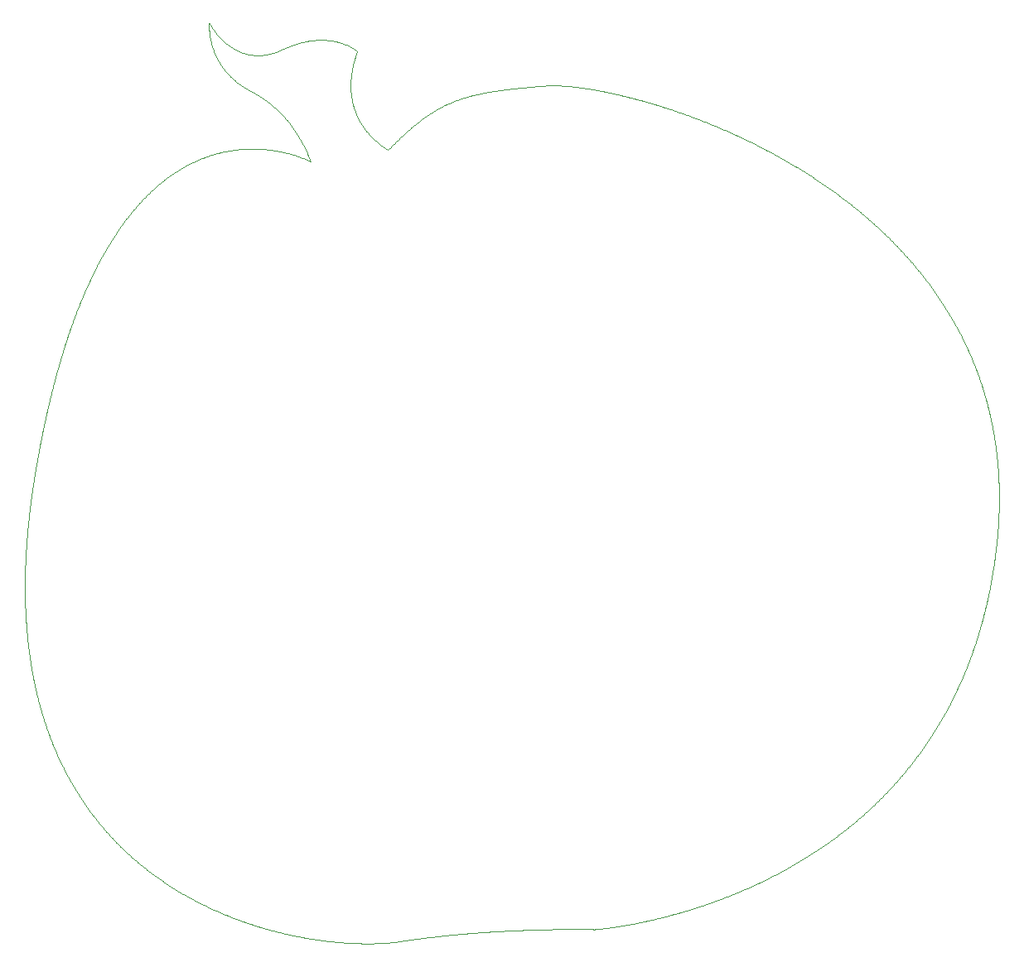
<source format=gbr>
%TF.GenerationSoftware,KiCad,Pcbnew,(5.1.7-0-10_14)*%
%TF.CreationDate,2020-10-21T09:08:44+08:00*%
%TF.ProjectId,HallowBadges,48616c6c-6f77-4426-9164-6765732e6b69,rev?*%
%TF.SameCoordinates,Original*%
%TF.FileFunction,Profile,NP*%
%FSLAX46Y46*%
G04 Gerber Fmt 4.6, Leading zero omitted, Abs format (unit mm)*
G04 Created by KiCad (PCBNEW (5.1.7-0-10_14)) date 2020-10-21 09:08:44*
%MOMM*%
%LPD*%
G01*
G04 APERTURE LIST*
%TA.AperFunction,Profile*%
%ADD10C,0.100000*%
%TD*%
G04 APERTURE END LIST*
D10*
%TO.C,Ref\u002A\u002A*%
X125690400Y-68966540D02*
X125690400Y-68966540D01*
X125690400Y-68966540D02*
X125576300Y-68909840D01*
X125576300Y-68909840D02*
X125484300Y-68866640D01*
X125484300Y-68866640D02*
X125392500Y-68825040D01*
X125392500Y-68825040D02*
X125300100Y-68784540D01*
X125300100Y-68784540D02*
X125207700Y-68745040D01*
X125207700Y-68745040D02*
X125114800Y-68706540D01*
X125114800Y-68706540D02*
X125022500Y-68669240D01*
X125022500Y-68669240D02*
X124930000Y-68632740D01*
X124930000Y-68632740D02*
X124836700Y-68596840D01*
X124836700Y-68596840D02*
X124742900Y-68561740D01*
X124742900Y-68561740D02*
X124649700Y-68527540D01*
X124649700Y-68527540D02*
X124556100Y-68494140D01*
X124556100Y-68494140D02*
X124461700Y-68461240D01*
X124461700Y-68461240D02*
X124367600Y-68429240D01*
X124367600Y-68429240D02*
X124272800Y-68397740D01*
X124272800Y-68397740D02*
X124177600Y-68366940D01*
X124177600Y-68366940D02*
X124082200Y-68336840D01*
X124082200Y-68336840D02*
X123986700Y-68307440D01*
X123986700Y-68307440D02*
X123891400Y-68278740D01*
X123891400Y-68278740D02*
X123795800Y-68250840D01*
X123795800Y-68250840D02*
X123699200Y-68223340D01*
X123699200Y-68223340D02*
X123603200Y-68196640D01*
X123603200Y-68196640D02*
X123507200Y-68170740D01*
X123507200Y-68170740D02*
X123410700Y-68145440D01*
X123410700Y-68145440D02*
X123314300Y-68120840D01*
X123314300Y-68120840D02*
X123217200Y-68096740D01*
X123217200Y-68096740D02*
X123120100Y-68073340D01*
X123120100Y-68073340D02*
X123022600Y-68050540D01*
X123022600Y-68050540D02*
X122925000Y-68028440D01*
X122925000Y-68028440D02*
X122827900Y-68007240D01*
X122827900Y-68007240D02*
X122730000Y-67986440D01*
X122730000Y-67986440D02*
X122631700Y-67966240D01*
X122631700Y-67966240D02*
X122533700Y-67946840D01*
X122533700Y-67946840D02*
X122435700Y-67928140D01*
X122435700Y-67928140D02*
X122337100Y-67910040D01*
X122337100Y-67910040D02*
X122238200Y-67892540D01*
X122238200Y-67892540D02*
X122139800Y-67875840D01*
X122139800Y-67875840D02*
X122041700Y-67859840D01*
X122041700Y-67859840D02*
X121943000Y-67844340D01*
X121943000Y-67844340D02*
X121843800Y-67829640D01*
X121843800Y-67829640D02*
X121744500Y-67815440D01*
X121744500Y-67815440D02*
X121645500Y-67802040D01*
X121645500Y-67802040D02*
X121546500Y-67789340D01*
X121546500Y-67789340D02*
X121447900Y-67777440D01*
X121447900Y-67777440D02*
X121348900Y-67766040D01*
X121348900Y-67766040D02*
X121249500Y-67755340D01*
X121249500Y-67755340D02*
X121149800Y-67745340D01*
X121149800Y-67745340D02*
X121049800Y-67735940D01*
X121049800Y-67735940D02*
X120949500Y-67727240D01*
X120949500Y-67727240D02*
X120849300Y-67719240D01*
X120849300Y-67719240D02*
X120749600Y-67711940D01*
X120749600Y-67711940D02*
X120650100Y-67705440D01*
X120650100Y-67705440D02*
X120551200Y-67699540D01*
X120551200Y-67699540D02*
X120452200Y-67694440D01*
X120452200Y-67694440D02*
X120352900Y-67689940D01*
X120352900Y-67689940D02*
X120253400Y-67686140D01*
X120253400Y-67686140D02*
X120153800Y-67683040D01*
X120153800Y-67683040D02*
X120054100Y-67680540D01*
X120054100Y-67680540D02*
X119954200Y-67678840D01*
X119954200Y-67678840D02*
X119854200Y-67677740D01*
X119854200Y-67677740D02*
X119754100Y-67677440D01*
X119754100Y-67677440D02*
X119653900Y-67677840D01*
X119653900Y-67677840D02*
X119553700Y-67678840D01*
X119553700Y-67678840D02*
X119453400Y-67680640D01*
X119453400Y-67680640D02*
X119353000Y-67683140D01*
X119353000Y-67683140D02*
X119252600Y-67686340D01*
X119252600Y-67686340D02*
X119152100Y-67690240D01*
X119152100Y-67690240D02*
X119051700Y-67694940D01*
X119051700Y-67694940D02*
X118951200Y-67700240D01*
X118951200Y-67700240D02*
X118850800Y-67706340D01*
X118850800Y-67706340D02*
X118750400Y-67713140D01*
X118750400Y-67713140D02*
X118650000Y-67720740D01*
X118650000Y-67720740D02*
X118549600Y-67728940D01*
X118549600Y-67728940D02*
X118449300Y-67737940D01*
X118449300Y-67737940D02*
X118349100Y-67747640D01*
X118349100Y-67747640D02*
X118248900Y-67758040D01*
X118248900Y-67758040D02*
X118148800Y-67769240D01*
X118148800Y-67769240D02*
X118048800Y-67781140D01*
X118048800Y-67781140D02*
X117948900Y-67793740D01*
X117948900Y-67793740D02*
X117849100Y-67807040D01*
X117849100Y-67807040D02*
X117749500Y-67821040D01*
X117749500Y-67821040D02*
X117649900Y-67835840D01*
X117649900Y-67835840D02*
X117550500Y-67851340D01*
X117550500Y-67851340D02*
X117451200Y-67867540D01*
X117451200Y-67867540D02*
X117352100Y-67884440D01*
X117352100Y-67884440D02*
X117253100Y-67902040D01*
X117253100Y-67902040D02*
X117154300Y-67920340D01*
X117154300Y-67920340D02*
X117055600Y-67939440D01*
X117055600Y-67939440D02*
X116957200Y-67959140D01*
X116957200Y-67959140D02*
X116858900Y-67979640D01*
X116858900Y-67979640D02*
X116760800Y-68000840D01*
X116760800Y-68000840D02*
X116662900Y-68022640D01*
X116662900Y-68022640D02*
X116565200Y-68045240D01*
X116565200Y-68045240D02*
X116467800Y-68068440D01*
X116467800Y-68068440D02*
X116370500Y-68092440D01*
X116370500Y-68092440D02*
X116273500Y-68117040D01*
X116273500Y-68117040D02*
X116176700Y-68142340D01*
X116176700Y-68142340D02*
X116080100Y-68168340D01*
X116080100Y-68168340D02*
X115983800Y-68195040D01*
X115983800Y-68195040D02*
X115887700Y-68222440D01*
X115887700Y-68222440D02*
X115791800Y-68250440D01*
X115791800Y-68250440D02*
X115696200Y-68279140D01*
X115696200Y-68279140D02*
X115600900Y-68308440D01*
X115600900Y-68308440D02*
X115505900Y-68338540D01*
X115505900Y-68338540D02*
X115411100Y-68369140D01*
X115411100Y-68369140D02*
X115316500Y-68400540D01*
X115316500Y-68400540D02*
X115222300Y-68432440D01*
X115222300Y-68432440D02*
X115128300Y-68465140D01*
X115128300Y-68465140D02*
X115034600Y-68498340D01*
X115034600Y-68498340D02*
X114941200Y-68532240D01*
X114941200Y-68532240D02*
X114848100Y-68566840D01*
X114848100Y-68566840D02*
X114755300Y-68601940D01*
X114755300Y-68601940D02*
X114662800Y-68637740D01*
X114662800Y-68637740D02*
X114570600Y-68674140D01*
X114570600Y-68674140D02*
X114478700Y-68711140D01*
X114478700Y-68711140D02*
X114387100Y-68748740D01*
X114387100Y-68748740D02*
X114295900Y-68786940D01*
X114295900Y-68786940D02*
X114204500Y-68825940D01*
X114204500Y-68825940D02*
X114112800Y-68865940D01*
X114112800Y-68865940D02*
X114021300Y-68906440D01*
X114021300Y-68906440D02*
X113930200Y-68947540D01*
X113930200Y-68947540D02*
X113839400Y-68989240D01*
X113839400Y-68989240D02*
X113749000Y-69031540D01*
X113749000Y-69031540D02*
X113658900Y-69074440D01*
X113658900Y-69074440D02*
X113569100Y-69117940D01*
X113569100Y-69117940D02*
X113479300Y-69162140D01*
X113479300Y-69162140D02*
X113389200Y-69207340D01*
X113389200Y-69207340D02*
X113299300Y-69253140D01*
X113299300Y-69253140D02*
X113209900Y-69299440D01*
X113209900Y-69299440D02*
X113120800Y-69346340D01*
X113120800Y-69346340D02*
X113032100Y-69393740D01*
X113032100Y-69393740D02*
X112943700Y-69441740D01*
X112943700Y-69441740D02*
X112855700Y-69490340D01*
X112855700Y-69490340D02*
X112768100Y-69539440D01*
X112768100Y-69539440D02*
X112680800Y-69589040D01*
X112680800Y-69589040D02*
X112593900Y-69639240D01*
X112593900Y-69639240D02*
X112507400Y-69689940D01*
X112507400Y-69689940D02*
X112421300Y-69741140D01*
X112421300Y-69741140D02*
X112335500Y-69792840D01*
X112335500Y-69792840D02*
X112250100Y-69845140D01*
X112250100Y-69845140D02*
X112165100Y-69897840D01*
X112165100Y-69897840D02*
X112080400Y-69951140D01*
X112080400Y-69951140D02*
X111996200Y-70004840D01*
X111996200Y-70004840D02*
X111912300Y-70059140D01*
X111912300Y-70059140D02*
X111828800Y-70113840D01*
X111828800Y-70113840D02*
X111745700Y-70169040D01*
X111745700Y-70169040D02*
X111662900Y-70224640D01*
X111662900Y-70224640D02*
X111580600Y-70280740D01*
X111580600Y-70280740D02*
X111498600Y-70337340D01*
X111498600Y-70337340D02*
X111417000Y-70394340D01*
X111417000Y-70394340D02*
X111335800Y-70451840D01*
X111335800Y-70451840D02*
X111255000Y-70509740D01*
X111255000Y-70509740D02*
X111174500Y-70568140D01*
X111174500Y-70568140D02*
X111094500Y-70626940D01*
X111094500Y-70626940D02*
X111014800Y-70686140D01*
X111014800Y-70686140D02*
X110935500Y-70745740D01*
X110935500Y-70745740D02*
X110856600Y-70805840D01*
X110856600Y-70805840D02*
X110778100Y-70866240D01*
X110778100Y-70866240D02*
X110700000Y-70927140D01*
X110700000Y-70927140D02*
X110622300Y-70988340D01*
X110622300Y-70988340D02*
X110544600Y-71050240D01*
X110544600Y-71050240D02*
X110466700Y-71113040D01*
X110466700Y-71113040D02*
X110389200Y-71176140D01*
X110389200Y-71176140D02*
X110312100Y-71239740D01*
X110312100Y-71239740D02*
X110235300Y-71303640D01*
X110235300Y-71303640D02*
X110159000Y-71367940D01*
X110159000Y-71367940D02*
X110083100Y-71432640D01*
X110083100Y-71432640D02*
X110007200Y-71497940D01*
X110007200Y-71497940D02*
X109931200Y-71564040D01*
X109931200Y-71564040D02*
X109855500Y-71630640D01*
X109855500Y-71630640D02*
X109780300Y-71697440D01*
X109780300Y-71697440D02*
X109705400Y-71764740D01*
X109705400Y-71764740D02*
X109631000Y-71832240D01*
X109631000Y-71832240D02*
X109556900Y-71900140D01*
X109556900Y-71900140D02*
X109483200Y-71968340D01*
X109483200Y-71968340D02*
X109410000Y-72036940D01*
X109410000Y-72036940D02*
X109337100Y-72105740D01*
X109337100Y-72105740D02*
X109264700Y-72174940D01*
X109264700Y-72174940D02*
X109192600Y-72244440D01*
X109192600Y-72244440D02*
X109120900Y-72314140D01*
X109120900Y-72314140D02*
X109049600Y-72384240D01*
X109049600Y-72384240D02*
X108978700Y-72454640D01*
X108978700Y-72454640D02*
X108908200Y-72525240D01*
X108908200Y-72525240D02*
X108838100Y-72596140D01*
X108838100Y-72596140D02*
X108768400Y-72667340D01*
X108768400Y-72667340D02*
X108699100Y-72738740D01*
X108699100Y-72738740D02*
X108630200Y-72810440D01*
X108630200Y-72810440D02*
X108561600Y-72882440D01*
X108561600Y-72882440D02*
X108493400Y-72954640D01*
X108493400Y-72954640D02*
X108425700Y-73027140D01*
X108425700Y-73027140D02*
X108358300Y-73099840D01*
X108358300Y-73099840D02*
X108291300Y-73172740D01*
X108291300Y-73172740D02*
X108224600Y-73245940D01*
X108224600Y-73245940D02*
X108158100Y-73319540D01*
X108158100Y-73319540D02*
X108091400Y-73394040D01*
X108091400Y-73394040D02*
X108025200Y-73468740D01*
X108025200Y-73468740D02*
X107959000Y-73543940D01*
X107959000Y-73543940D02*
X107892800Y-73619940D01*
X107892800Y-73619940D02*
X107826900Y-73696240D01*
X107826900Y-73696240D02*
X107761400Y-73772640D01*
X107761400Y-73772640D02*
X107696300Y-73849240D01*
X107696300Y-73849240D02*
X107631600Y-73926040D01*
X107631600Y-73926040D02*
X107567300Y-74003040D01*
X107567300Y-74003040D02*
X107503300Y-74080240D01*
X107503300Y-74080240D02*
X107439800Y-74157540D01*
X107439800Y-74157540D02*
X107376600Y-74235040D01*
X107376600Y-74235040D02*
X107313800Y-74312740D01*
X107313800Y-74312740D02*
X107251400Y-74390640D01*
X107251400Y-74390640D02*
X107189300Y-74468640D01*
X107189300Y-74468640D02*
X107127700Y-74546740D01*
X107127700Y-74546740D02*
X107066400Y-74625040D01*
X107066400Y-74625040D02*
X107005500Y-74703540D01*
X107005500Y-74703540D02*
X106944900Y-74782040D01*
X106944900Y-74782040D02*
X106884800Y-74860840D01*
X106884800Y-74860840D02*
X106824700Y-74939940D01*
X106824700Y-74939940D02*
X106764600Y-75019840D01*
X106764600Y-75019840D02*
X106704800Y-75099840D01*
X106704800Y-75099840D02*
X106645200Y-75180240D01*
X106645200Y-75180240D02*
X106585500Y-75261440D01*
X106585500Y-75261440D02*
X106526200Y-75342640D01*
X106526200Y-75342640D02*
X106467300Y-75424040D01*
X106467300Y-75424040D02*
X106408700Y-75505440D01*
X106408700Y-75505440D02*
X106350500Y-75587040D01*
X106350500Y-75587040D02*
X106292700Y-75668740D01*
X106292700Y-75668740D02*
X106235230Y-75750440D01*
X106235230Y-75750440D02*
X106178140Y-75832240D01*
X106178140Y-75832240D02*
X106121410Y-75914140D01*
X106121410Y-75914140D02*
X106065050Y-75996140D01*
X106065050Y-75996140D02*
X106009040Y-76078140D01*
X106009040Y-76078140D02*
X105953400Y-76160240D01*
X105953400Y-76160240D02*
X105898110Y-76242340D01*
X105898110Y-76242340D02*
X105842970Y-76324840D01*
X105842970Y-76324840D02*
X105787560Y-76408340D01*
X105787560Y-76408340D02*
X105732110Y-76492540D01*
X105732110Y-76492540D02*
X105677020Y-76576740D01*
X105677020Y-76576740D02*
X105622300Y-76661040D01*
X105622300Y-76661040D02*
X105567940Y-76745340D01*
X105567940Y-76745340D02*
X105513930Y-76829640D01*
X105513930Y-76829640D02*
X105460290Y-76913940D01*
X105460290Y-76913940D02*
X105407000Y-76998340D01*
X105407000Y-76998340D02*
X105354070Y-77082740D01*
X105354070Y-77082740D02*
X105301490Y-77167140D01*
X105301490Y-77167140D02*
X105249260Y-77251540D01*
X105249260Y-77251540D02*
X105197370Y-77335940D01*
X105197370Y-77335940D02*
X105145640Y-77420640D01*
X105145640Y-77420640D02*
X105093700Y-77506340D01*
X105093700Y-77506340D02*
X105041720Y-77592640D01*
X105041720Y-77592640D02*
X104990100Y-77678940D01*
X104990100Y-77678940D02*
X104938840Y-77765140D01*
X104938840Y-77765140D02*
X104887930Y-77851440D01*
X104887930Y-77851440D02*
X104837360Y-77937640D01*
X104837360Y-77937640D02*
X104787150Y-78023840D01*
X104787150Y-78023840D02*
X104737280Y-78109940D01*
X104737280Y-78109940D02*
X104687750Y-78196040D01*
X104687750Y-78196040D02*
X104638560Y-78282140D01*
X104638560Y-78282140D02*
X104589540Y-78368540D01*
X104589540Y-78368540D02*
X104540330Y-78455740D01*
X104540330Y-78455740D02*
X104491110Y-78543540D01*
X104491110Y-78543540D02*
X104442250Y-78631340D01*
X104442250Y-78631340D02*
X104393720Y-78719040D01*
X104393720Y-78719040D02*
X104345540Y-78806640D01*
X104345540Y-78806640D02*
X104297700Y-78894240D01*
X104297700Y-78894240D02*
X104250200Y-78981740D01*
X104250200Y-78981740D02*
X104203040Y-79069140D01*
X104203040Y-79069140D02*
X104156210Y-79156540D01*
X104156210Y-79156540D02*
X104109380Y-79244440D01*
X104109380Y-79244440D02*
X104062240Y-79333440D01*
X104062240Y-79333440D02*
X104015430Y-79422440D01*
X104015430Y-79422440D02*
X103968970Y-79511240D01*
X103968970Y-79511240D02*
X103922840Y-79600040D01*
X103922840Y-79600040D02*
X103877050Y-79688640D01*
X103877050Y-79688640D02*
X103831590Y-79777240D01*
X103831590Y-79777240D02*
X103786470Y-79865640D01*
X103786470Y-79865640D02*
X103741510Y-79954240D01*
X103741510Y-79954240D02*
X103696430Y-80043740D01*
X103696430Y-80043740D02*
X103651360Y-80133640D01*
X103651360Y-80133640D02*
X103606640Y-80223440D01*
X103606640Y-80223440D02*
X103562240Y-80313140D01*
X103562240Y-80313140D02*
X103518180Y-80402640D01*
X103518180Y-80402640D02*
X103474450Y-80492040D01*
X103474450Y-80492040D02*
X103431040Y-80581340D01*
X103431040Y-80581340D02*
X103387670Y-80671040D01*
X103387670Y-80671040D02*
X103344030Y-80761840D01*
X103344030Y-80761840D02*
X103300740Y-80852440D01*
X103300740Y-80852440D02*
X103257770Y-80942940D01*
X103257770Y-80942940D02*
X103215120Y-81033240D01*
X103215120Y-81033240D02*
X103172810Y-81123440D01*
X103172810Y-81123440D02*
X103130820Y-81213440D01*
X103130820Y-81213440D02*
X103088870Y-81303840D01*
X103088870Y-81303840D02*
X103046690Y-81395240D01*
X103046690Y-81395240D02*
X103004840Y-81486540D01*
X103004840Y-81486540D02*
X102963310Y-81577540D01*
X102963310Y-81577540D02*
X102922110Y-81668440D01*
X102922110Y-81668440D02*
X102881230Y-81759140D01*
X102881230Y-81759140D02*
X102840670Y-81849640D01*
X102840670Y-81849640D02*
X102800170Y-81940540D01*
X102800170Y-81940540D02*
X102759460Y-82032340D01*
X102759460Y-82032340D02*
X102719070Y-82124040D01*
X102719070Y-82124040D02*
X102679010Y-82215440D01*
X102679010Y-82215440D02*
X102639260Y-82306740D01*
X102639260Y-82306740D02*
X102599830Y-82397740D01*
X102599830Y-82397740D02*
X102560470Y-82489040D01*
X102560470Y-82489040D02*
X102520920Y-82581340D01*
X102520920Y-82581340D02*
X102481700Y-82673440D01*
X102481700Y-82673440D02*
X102442790Y-82765240D01*
X102442790Y-82765240D02*
X102404200Y-82856840D01*
X102404200Y-82856840D02*
X102365680Y-82948840D01*
X102365680Y-82948840D02*
X102327000Y-83041640D01*
X102327000Y-83041640D02*
X102288640Y-83134240D01*
X102288640Y-83134240D02*
X102250600Y-83226540D01*
X102250600Y-83226540D02*
X102212870Y-83318540D01*
X102212870Y-83318540D02*
X102175220Y-83410940D01*
X102175220Y-83410940D02*
X102137430Y-83504140D01*
X102137430Y-83504140D02*
X102099960Y-83597140D01*
X102099960Y-83597140D02*
X102062800Y-83689740D01*
X102062800Y-83689740D02*
X102025960Y-83782140D01*
X102025960Y-83782140D02*
X101989210Y-83874840D01*
X101989210Y-83874840D02*
X101952320Y-83968340D01*
X101952320Y-83968340D02*
X101915760Y-84061440D01*
X101915760Y-84061440D02*
X101879510Y-84154340D01*
X101879510Y-84154340D02*
X101843570Y-84246940D01*
X101843570Y-84246940D02*
X101807730Y-84339740D01*
X101807730Y-84339740D02*
X101771780Y-84433440D01*
X101771780Y-84433440D02*
X101736140Y-84526740D01*
X101736140Y-84526740D02*
X101700810Y-84619640D01*
X101700810Y-84619640D02*
X101665580Y-84712840D01*
X101665580Y-84712840D02*
X101630260Y-84806840D01*
X101630260Y-84806840D02*
X101595250Y-84900440D01*
X101595250Y-84900440D02*
X101560560Y-84993740D01*
X101560560Y-84993740D02*
X101525970Y-85087140D01*
X101525970Y-85087140D02*
X101491300Y-85181340D01*
X101491300Y-85181340D02*
X101456950Y-85275140D01*
X101456950Y-85275140D02*
X101422710Y-85369140D01*
X101422710Y-85369140D02*
X101388400Y-85463840D01*
X101388400Y-85463840D02*
X101354410Y-85558240D01*
X101354410Y-85558240D02*
X101320730Y-85652140D01*
X101320730Y-85652140D02*
X101287360Y-85745740D01*
X101287360Y-85745740D02*
X101254110Y-85839440D01*
X101254110Y-85839440D02*
X101220800Y-85933740D01*
X101220800Y-85933740D02*
X101187800Y-86027740D01*
X101187800Y-86027740D02*
X101154940Y-86121840D01*
X101154940Y-86121840D02*
X101122020Y-86216540D01*
X101122020Y-86216540D02*
X101089420Y-86310840D01*
X101089420Y-86310840D02*
X101057130Y-86404740D01*
X101057130Y-86404740D02*
X101024960Y-86498640D01*
X101024960Y-86498640D02*
X100992770Y-86593240D01*
X100992770Y-86593240D02*
X100960710Y-86687840D01*
X100960710Y-86687840D02*
X100928630Y-86783040D01*
X100928630Y-86783040D02*
X100896870Y-86877840D01*
X100896870Y-86877840D02*
X100865410Y-86972140D01*
X100865410Y-86972140D02*
X100834090Y-87066440D01*
X100834090Y-87066440D02*
X100802760Y-87161340D01*
X100802760Y-87161340D02*
X100771590Y-87256240D01*
X100771590Y-87256240D02*
X100740400Y-87351640D01*
X100740400Y-87351640D02*
X100709530Y-87446640D01*
X100709530Y-87446640D02*
X100678970Y-87541040D01*
X100678970Y-87541040D02*
X100648560Y-87635540D01*
X100648560Y-87635540D02*
X100618010Y-87730940D01*
X100618010Y-87730940D02*
X100587460Y-87826740D01*
X100587460Y-87826740D02*
X100557230Y-87922140D01*
X100557230Y-87922140D02*
X100527320Y-88016940D01*
X100527320Y-88016940D02*
X100497560Y-88111740D01*
X100497560Y-88111740D02*
X100467680Y-88207340D01*
X100467680Y-88207340D02*
X100437840Y-88303440D01*
X100437840Y-88303440D02*
X100408300Y-88398940D01*
X100408300Y-88398940D02*
X100379080Y-88493940D01*
X100379080Y-88493940D02*
X100350030Y-88588840D01*
X100350030Y-88588840D02*
X100320880Y-88684540D01*
X100320880Y-88684540D02*
X100291780Y-88780540D01*
X100291780Y-88780540D02*
X100262980Y-88876040D01*
X100262980Y-88876040D02*
X100234370Y-88971340D01*
X100234370Y-88971340D02*
X100205690Y-89067440D01*
X100205690Y-89067440D02*
X100177050Y-89163740D01*
X100177050Y-89163740D02*
X100148740Y-89259540D01*
X100148740Y-89259540D02*
X100120620Y-89355140D01*
X100120620Y-89355140D02*
X100092430Y-89451440D01*
X100092430Y-89451440D02*
X100064320Y-89547940D01*
X100064320Y-89547940D02*
X100036520Y-89643840D01*
X100036520Y-89643840D02*
X100008930Y-89739540D01*
X100008930Y-89739540D02*
X99981290Y-89835840D01*
X99981290Y-89835840D02*
X99953730Y-89932240D01*
X99953730Y-89932240D02*
X99926500Y-90028140D01*
X99926500Y-90028140D02*
X99899470Y-90123740D01*
X99899470Y-90123740D02*
X99872410Y-90219840D01*
X99872410Y-90219840D02*
X99845450Y-90316140D01*
X99845450Y-90316140D02*
X99818700Y-90412140D01*
X99818700Y-90412140D02*
X99791940Y-90508640D01*
X99791940Y-90508640D02*
X99765280Y-90605240D01*
X99765280Y-90605240D02*
X99738950Y-90701140D01*
X99738950Y-90701140D02*
X99712730Y-90797040D01*
X99712730Y-90797040D02*
X99686420Y-90893840D01*
X99686420Y-90893840D02*
X99660430Y-90989840D01*
X99660430Y-90989840D02*
X99634560Y-91085940D01*
X99634560Y-91085940D02*
X99608610Y-91182740D01*
X99608610Y-91182740D02*
X99582890Y-91279140D01*
X99582890Y-91279140D02*
X99557210Y-91375940D01*
X99557210Y-91375940D02*
X99531660Y-91472640D01*
X99531660Y-91472640D02*
X99506260Y-91569340D01*
X99506260Y-91569340D02*
X99480800Y-91666640D01*
X99480800Y-91666640D02*
X99455690Y-91763140D01*
X99455690Y-91763140D02*
X99430720Y-91859540D01*
X99430720Y-91859540D02*
X99405730Y-91956540D01*
X99405730Y-91956540D02*
X99380890Y-92053340D01*
X99380890Y-92053340D02*
X99356040Y-92150740D01*
X99356040Y-92150740D02*
X99331520Y-92247140D01*
X99331520Y-92247140D02*
X99307180Y-92343440D01*
X99307180Y-92343440D02*
X99282830Y-92440240D01*
X99282830Y-92440240D02*
X99258660Y-92536840D01*
X99258660Y-92536840D02*
X99234490Y-92633740D01*
X99234490Y-92633740D02*
X99210510Y-92730440D01*
X99210510Y-92730440D02*
X99186560Y-92827540D01*
X99186560Y-92827540D02*
X99162790Y-92924240D01*
X99162790Y-92924240D02*
X99139070Y-93021340D01*
X99139070Y-93021340D02*
X99115540Y-93118040D01*
X99115540Y-93118040D02*
X99092050Y-93215040D01*
X99092050Y-93215040D02*
X99068780Y-93311740D01*
X99068780Y-93311740D02*
X99045410Y-93409140D01*
X99045410Y-93409140D02*
X99022120Y-93506740D01*
X99022120Y-93506740D02*
X98999050Y-93603940D01*
X98999050Y-93603940D02*
X98976060Y-93701140D01*
X98976060Y-93701140D02*
X98953300Y-93797940D01*
X98953300Y-93797940D02*
X98930490Y-93895440D01*
X98930490Y-93895440D02*
X98907780Y-93992840D01*
X98907780Y-93992840D02*
X98885320Y-94089740D01*
X98885320Y-94089740D02*
X98862840Y-94187240D01*
X98862840Y-94187240D02*
X98840350Y-94285140D01*
X98840350Y-94285140D02*
X98817990Y-94383040D01*
X98817990Y-94383040D02*
X98795900Y-94480140D01*
X98795900Y-94480140D02*
X98773820Y-94577740D01*
X98773820Y-94577740D02*
X98751890Y-94675040D01*
X98751890Y-94675040D02*
X98730110Y-94772240D01*
X98730110Y-94772240D02*
X98708270Y-94870140D01*
X98708270Y-94870140D02*
X98686710Y-94967240D01*
X98686710Y-94967240D02*
X98665210Y-95064540D01*
X98665210Y-95064540D02*
X98643780Y-95161940D01*
X98643780Y-95161940D02*
X98622440Y-95259540D01*
X98622440Y-95259540D02*
X98601190Y-95357040D01*
X98601190Y-95357040D02*
X98580040Y-95454640D01*
X98580040Y-95454640D02*
X98559000Y-95552140D01*
X98559000Y-95552140D02*
X98538080Y-95649540D01*
X98538080Y-95649540D02*
X98517200Y-95747340D01*
X98517200Y-95747340D02*
X98496360Y-95845340D01*
X98496360Y-95845340D02*
X98475770Y-95942640D01*
X98475770Y-95942640D02*
X98455150Y-96040540D01*
X98455150Y-96040540D02*
X98434710Y-96138040D01*
X98434710Y-96138040D02*
X98414360Y-96235540D01*
X98414360Y-96235540D02*
X98393940Y-96333940D01*
X98393940Y-96333940D02*
X98373650Y-96432140D01*
X98373650Y-96432140D02*
X98353660Y-96529340D01*
X98353660Y-96529340D02*
X98333640Y-96627140D01*
X98333640Y-96627140D02*
X98313630Y-96725340D01*
X98313630Y-96725340D02*
X98293650Y-96823940D01*
X98293650Y-96823940D02*
X98273780Y-96922440D01*
X98273780Y-96922440D02*
X98254190Y-97020040D01*
X98254190Y-97020040D02*
X98234810Y-97117140D01*
X98234810Y-97117140D02*
X98215500Y-97214140D01*
X98215500Y-97214140D02*
X98196170Y-97311840D01*
X98196170Y-97311840D02*
X98176700Y-97410740D01*
X98176700Y-97410740D02*
X98157380Y-97509340D01*
X98157380Y-97509340D02*
X98138230Y-97607540D01*
X98138230Y-97607540D02*
X98119260Y-97705240D01*
X98119260Y-97705240D02*
X98100380Y-97802940D01*
X98100380Y-97802940D02*
X98081490Y-97901240D01*
X98081490Y-97901240D02*
X98062740Y-97999240D01*
X98062740Y-97999240D02*
X98044040Y-98097440D01*
X98044040Y-98097440D02*
X98025530Y-98195140D01*
X98025530Y-98195140D02*
X98007020Y-98293240D01*
X98007020Y-98293240D02*
X97988560Y-98391640D01*
X97988560Y-98391640D02*
X97970180Y-98490040D01*
X97970180Y-98490040D02*
X97951910Y-98588340D01*
X97951910Y-98588340D02*
X97933790Y-98686240D01*
X97933790Y-98686240D02*
X97915770Y-98784140D01*
X97915770Y-98784140D02*
X97897730Y-98882640D01*
X97897730Y-98882640D02*
X97879800Y-98980940D01*
X97879800Y-98980940D02*
X97862020Y-99078940D01*
X97862020Y-99078940D02*
X97844170Y-99177840D01*
X97844170Y-99177840D02*
X97826430Y-99276540D01*
X97826430Y-99276540D02*
X97809000Y-99374040D01*
X97809000Y-99374040D02*
X97791560Y-99472040D01*
X97791560Y-99472040D02*
X97774050Y-99570840D01*
X97774050Y-99570840D02*
X97756700Y-99669340D01*
X97756700Y-99669340D02*
X97739360Y-99768240D01*
X97739360Y-99768240D02*
X97722140Y-99866840D01*
X97722140Y-99866840D02*
X97705050Y-99965240D01*
X97705050Y-99965240D02*
X97688020Y-100063840D01*
X97688020Y-100063840D02*
X97671100Y-100162140D01*
X97671100Y-100162140D02*
X97654220Y-100260840D01*
X97654220Y-100260840D02*
X97637400Y-100359540D01*
X97637400Y-100359540D02*
X97620720Y-100457940D01*
X97620720Y-100457940D02*
X97604050Y-100556840D01*
X97604050Y-100556840D02*
X97587460Y-100655640D01*
X97587460Y-100655640D02*
X97571100Y-100753540D01*
X97571100Y-100753540D02*
X97554750Y-100851940D01*
X97554750Y-100851940D02*
X97538360Y-100951040D01*
X97538360Y-100951040D02*
X97522140Y-101049540D01*
X97522140Y-101049540D02*
X97506100Y-101147540D01*
X97506100Y-101147540D02*
X97490000Y-101246340D01*
X97490000Y-101246340D02*
X97473940Y-101345340D01*
X97473940Y-101345340D02*
X97458040Y-101443840D01*
X97458040Y-101443840D02*
X97442230Y-101542340D01*
X97442230Y-101542340D02*
X97426590Y-101640340D01*
X97426590Y-101640340D02*
X97411010Y-101738840D01*
X97411010Y-101738840D02*
X97395370Y-101838440D01*
X97395370Y-101838440D02*
X97379890Y-101937840D01*
X97379890Y-101937840D02*
X97364560Y-102037040D01*
X97364560Y-102037040D02*
X97349390Y-102136040D01*
X97349390Y-102136040D02*
X97334380Y-102234840D01*
X97334380Y-102234840D02*
X97319520Y-102333340D01*
X97319520Y-102333340D02*
X97304810Y-102431740D01*
X97304810Y-102431740D02*
X97290260Y-102529840D01*
X97290260Y-102529840D02*
X97275762Y-102628440D01*
X97275762Y-102628440D02*
X97261232Y-102728140D01*
X97261232Y-102728140D02*
X97246861Y-102827640D01*
X97246861Y-102827640D02*
X97232646Y-102926940D01*
X97232646Y-102926940D02*
X97218589Y-103025940D01*
X97218589Y-103025940D02*
X97204689Y-103124740D01*
X97204689Y-103124740D02*
X97190945Y-103223340D01*
X97190945Y-103223340D02*
X97177356Y-103321740D01*
X97177356Y-103321740D02*
X97163834Y-103420640D01*
X97163834Y-103420640D02*
X97150297Y-103520540D01*
X97150297Y-103520540D02*
X97136919Y-103620140D01*
X97136919Y-103620140D02*
X97123701Y-103719640D01*
X97123701Y-103719640D02*
X97110642Y-103818840D01*
X97110642Y-103818840D02*
X97097742Y-103917940D01*
X97097742Y-103917940D02*
X97084999Y-104016740D01*
X97084999Y-104016740D02*
X97072413Y-104115340D01*
X97072413Y-104115340D02*
X97059984Y-104213640D01*
X97059984Y-104213640D02*
X97047633Y-104312440D01*
X97047633Y-104312440D02*
X97035286Y-104412240D01*
X97035286Y-104412240D02*
X97023099Y-104511840D01*
X97023099Y-104511840D02*
X97011073Y-104611240D01*
X97011073Y-104611240D02*
X96999207Y-104710440D01*
X96999207Y-104710440D02*
X96987500Y-104809340D01*
X96987500Y-104809340D02*
X96975952Y-104908040D01*
X96975952Y-104908040D02*
X96964491Y-105007140D01*
X96964491Y-105007140D02*
X96953049Y-105107240D01*
X96953049Y-105107240D02*
X96941771Y-105207140D01*
X96941771Y-105207140D02*
X96930655Y-105306840D01*
X96930655Y-105306840D02*
X96919701Y-105406240D01*
X96919701Y-105406240D02*
X96908908Y-105505440D01*
X96908908Y-105505440D02*
X96898276Y-105604440D01*
X96898276Y-105604440D02*
X96887804Y-105703140D01*
X96887804Y-105703140D02*
X96877428Y-105802340D01*
X96877428Y-105802340D02*
X96867089Y-105902440D01*
X96867089Y-105902440D02*
X96856914Y-106002340D01*
X96856914Y-106002340D02*
X96846903Y-106101940D01*
X96846903Y-106101940D02*
X96837055Y-106201440D01*
X96837055Y-106201440D02*
X96827370Y-106300640D01*
X96827370Y-106300640D02*
X96817846Y-106399540D01*
X96817846Y-106399540D02*
X96808427Y-106498940D01*
X96808427Y-106498940D02*
X96799061Y-106599240D01*
X96799061Y-106599240D02*
X96789860Y-106699240D01*
X96789860Y-106699240D02*
X96780824Y-106799040D01*
X96780824Y-106799040D02*
X96771954Y-106898640D01*
X96771954Y-106898640D02*
X96763247Y-106998040D01*
X96763247Y-106998040D02*
X96754703Y-107097140D01*
X96754703Y-107097140D02*
X96746323Y-107196040D01*
X96746323Y-107196040D02*
X96738056Y-107295240D01*
X96738056Y-107295240D02*
X96729857Y-107395440D01*
X96729857Y-107395440D02*
X96721825Y-107495340D01*
X96721825Y-107495340D02*
X96713960Y-107595040D01*
X96713960Y-107595040D02*
X96706259Y-107694440D01*
X96706259Y-107694440D02*
X96698724Y-107793640D01*
X96698724Y-107793640D02*
X96691309Y-107893240D01*
X96691309Y-107893240D02*
X96683977Y-107993640D01*
X96683977Y-107993640D02*
X96676814Y-108093940D01*
X96676814Y-108093940D02*
X96669818Y-108193840D01*
X96669818Y-108193840D02*
X96662990Y-108293540D01*
X96662990Y-108293540D02*
X96656328Y-108393040D01*
X96656328Y-108393040D02*
X96649832Y-108492340D01*
X96649832Y-108492340D02*
X96643501Y-108591340D01*
X96643501Y-108591340D02*
X96637299Y-108690640D01*
X96637299Y-108690640D02*
X96631196Y-108790840D01*
X96631196Y-108790840D02*
X96625261Y-108890740D01*
X96625261Y-108890740D02*
X96619495Y-108990440D01*
X96619495Y-108990440D02*
X96613896Y-109089940D01*
X96613896Y-109089940D02*
X96608434Y-109189740D01*
X96608434Y-109189740D02*
X96603081Y-109290340D01*
X96603081Y-109290340D02*
X96597899Y-109390740D01*
X96597899Y-109390740D02*
X96592888Y-109490840D01*
X96592888Y-109490840D02*
X96588047Y-109590740D01*
X96588047Y-109590740D02*
X96583374Y-109690340D01*
X96583374Y-109690340D02*
X96578870Y-109789740D01*
X96578870Y-109789740D02*
X96574533Y-109888840D01*
X96574533Y-109888840D02*
X96570341Y-109988240D01*
X96570341Y-109988240D02*
X96566273Y-110088540D01*
X96566273Y-110088540D02*
X96562376Y-110188540D01*
X96562376Y-110188540D02*
X96558649Y-110288240D01*
X96558649Y-110288240D02*
X96555092Y-110387740D01*
X96555092Y-110387740D02*
X96551685Y-110487540D01*
X96551685Y-110487540D02*
X96548415Y-110588140D01*
X96548415Y-110588140D02*
X96545317Y-110688440D01*
X96545317Y-110688440D02*
X96542391Y-110788540D01*
X96542391Y-110788540D02*
X96539637Y-110888340D01*
X96539637Y-110888340D02*
X96537054Y-110987940D01*
X96537054Y-110987940D02*
X96534640Y-111087240D01*
X96534640Y-111087240D02*
X96532384Y-111186740D01*
X96532384Y-111186740D02*
X96530276Y-111287140D01*
X96530276Y-111287140D02*
X96528342Y-111387240D01*
X96528342Y-111387240D02*
X96526581Y-111487040D01*
X96526581Y-111487040D02*
X96524991Y-111586640D01*
X96524991Y-111586640D02*
X96523564Y-111686440D01*
X96523564Y-111686440D02*
X96522297Y-111787040D01*
X96522297Y-111787040D02*
X96521205Y-111887340D01*
X96521205Y-111887340D02*
X96520287Y-111987440D01*
X96520287Y-111987440D02*
X96519542Y-112087240D01*
X96519542Y-112087240D02*
X96518969Y-112186740D01*
X96518969Y-112186740D02*
X96518568Y-112286040D01*
X96518568Y-112286040D02*
X96518336Y-112385540D01*
X96518336Y-112385540D02*
X96518277Y-112485740D01*
X96518277Y-112485740D02*
X96518392Y-112585740D01*
X96518392Y-112585740D02*
X96518681Y-112685440D01*
X96518681Y-112685440D02*
X96519146Y-112785440D01*
X96519146Y-112785440D02*
X96519791Y-112886140D01*
X96519791Y-112886140D02*
X96520614Y-112986540D01*
X96520614Y-112986540D02*
X96521612Y-113086640D01*
X96521612Y-113086640D02*
X96522785Y-113186540D01*
X96522785Y-113186540D02*
X96524132Y-113286040D01*
X96524132Y-113286040D02*
X96525653Y-113385340D01*
X96525653Y-113385340D02*
X96527354Y-113484940D01*
X96527354Y-113484940D02*
X96529249Y-113585140D01*
X96529249Y-113585140D02*
X96531320Y-113685140D01*
X96531320Y-113685140D02*
X96533566Y-113784740D01*
X96533566Y-113784740D02*
X96535998Y-113884640D01*
X96535998Y-113884640D02*
X96538633Y-113985240D01*
X96538633Y-113985240D02*
X96541445Y-114085540D01*
X96541445Y-114085540D02*
X96544434Y-114185540D01*
X96544434Y-114185540D02*
X96547599Y-114285340D01*
X96547599Y-114285340D02*
X96550939Y-114384740D01*
X96550939Y-114384740D02*
X96554454Y-114483940D01*
X96554454Y-114483940D02*
X96558160Y-114583240D01*
X96558160Y-114583240D02*
X96562079Y-114683340D01*
X96562079Y-114683340D02*
X96566175Y-114783040D01*
X96566175Y-114783040D02*
X96570467Y-114882940D01*
X96570467Y-114882940D02*
X96574981Y-114983640D01*
X96574981Y-114983640D02*
X96579673Y-115083940D01*
X96579673Y-115083940D02*
X96584544Y-115183940D01*
X96584544Y-115183940D02*
X96589592Y-115283640D01*
X96589592Y-115283640D02*
X96594816Y-115383040D01*
X96594816Y-115383040D02*
X96600215Y-115482140D01*
X96600215Y-115482140D02*
X96605816Y-115581540D01*
X96605816Y-115581540D02*
X96611648Y-115681440D01*
X96611648Y-115681440D02*
X96617658Y-115781140D01*
X96617658Y-115781140D02*
X96623874Y-115880940D01*
X96623874Y-115880940D02*
X96630328Y-115981340D01*
X96630328Y-115981340D02*
X96636961Y-116081540D01*
X96636961Y-116081540D02*
X96643774Y-116181340D01*
X96643774Y-116181340D02*
X96650765Y-116280940D01*
X96650765Y-116280940D02*
X96657932Y-116380140D01*
X96657932Y-116380140D02*
X96665276Y-116479040D01*
X96665276Y-116479040D02*
X96672829Y-116578140D01*
X96672829Y-116578140D02*
X96680630Y-116677840D01*
X96680630Y-116677840D02*
X96688646Y-116777740D01*
X96688646Y-116777740D02*
X96696917Y-116878140D01*
X96696917Y-116878140D02*
X96705368Y-116978340D01*
X96705368Y-116978340D02*
X96713999Y-117078140D01*
X96713999Y-117078140D02*
X96722809Y-117177640D01*
X96722809Y-117177640D02*
X96731796Y-117276840D01*
X96731796Y-117276840D02*
X96740961Y-117375740D01*
X96740961Y-117375740D02*
X96750343Y-117474740D01*
X96750343Y-117474740D02*
X96759989Y-117574440D01*
X96759989Y-117574440D02*
X96769857Y-117674140D01*
X96769857Y-117674140D02*
X96779995Y-117774440D01*
X96779995Y-117774440D02*
X96790313Y-117874440D01*
X96790313Y-117874440D02*
X96800812Y-117974040D01*
X96800812Y-117974040D02*
X96811490Y-118073340D01*
X96811490Y-118073340D02*
X96822346Y-118172440D01*
X96822346Y-118172440D02*
X96833379Y-118271140D01*
X96833379Y-118271140D02*
X96844638Y-118369940D01*
X96844638Y-118369940D02*
X96856174Y-118469240D01*
X96856174Y-118469240D02*
X96867940Y-118568740D01*
X96867940Y-118568740D02*
X96879988Y-118668740D01*
X96879988Y-118668740D02*
X96892218Y-118768440D01*
X96892218Y-118768440D02*
X96904628Y-118867740D01*
X96904628Y-118867740D02*
X96917216Y-118966740D01*
X96917216Y-118966740D02*
X96929982Y-119065440D01*
X96929982Y-119065440D02*
X96942925Y-119163840D01*
X96942925Y-119163840D02*
X96956100Y-119262340D01*
X96956100Y-119262340D02*
X96969623Y-119361740D01*
X96969623Y-119361740D02*
X96983441Y-119461640D01*
X96983441Y-119461640D02*
X96997441Y-119561140D01*
X96997441Y-119561140D02*
X97011620Y-119660340D01*
X97011620Y-119660340D02*
X97025979Y-119759240D01*
X97025979Y-119759240D02*
X97040516Y-119857840D01*
X97040516Y-119857840D02*
X97055229Y-119956040D01*
X97055229Y-119956040D02*
X97070181Y-120054340D01*
X97070181Y-120054340D02*
X97085435Y-120153140D01*
X97085435Y-120153140D02*
X97100930Y-120252040D01*
X97100930Y-120252040D02*
X97116734Y-120351340D01*
X97116734Y-120351340D02*
X97132717Y-120450340D01*
X97132717Y-120450340D02*
X97148879Y-120548940D01*
X97148879Y-120548940D02*
X97165218Y-120647240D01*
X97165218Y-120647240D02*
X97181733Y-120745240D01*
X97181733Y-120745240D02*
X97198492Y-120843240D01*
X97198492Y-120843240D02*
X97215633Y-120942040D01*
X97215633Y-120942040D02*
X97233093Y-121041440D01*
X97233093Y-121041440D02*
X97250732Y-121140340D01*
X97250732Y-121140340D02*
X97268551Y-121238940D01*
X97268551Y-121238940D02*
X97286547Y-121337240D01*
X97286547Y-121337240D02*
X97304720Y-121435140D01*
X97304720Y-121435140D02*
X97323070Y-121532740D01*
X97323070Y-121532740D02*
X97341660Y-121630340D01*
X97341660Y-121630340D02*
X97360660Y-121728740D01*
X97360660Y-121728740D02*
X97379980Y-121827540D01*
X97379980Y-121827540D02*
X97399480Y-121926040D01*
X97399480Y-121926040D02*
X97419160Y-122024140D01*
X97419160Y-122024140D02*
X97439010Y-122121940D01*
X97439010Y-122121940D02*
X97459040Y-122219340D01*
X97459040Y-122219340D02*
X97479320Y-122316740D01*
X97479320Y-122316740D02*
X97500010Y-122414940D01*
X97500010Y-122414940D02*
X97521050Y-122513540D01*
X97521050Y-122513540D02*
X97542250Y-122611740D01*
X97542250Y-122611740D02*
X97563640Y-122709640D01*
X97563640Y-122709640D02*
X97585200Y-122807140D01*
X97585200Y-122807140D02*
X97606930Y-122904340D01*
X97606930Y-122904340D02*
X97628840Y-123001040D01*
X97628840Y-123001040D02*
X97651000Y-123097840D01*
X97651000Y-123097840D02*
X97673590Y-123195440D01*
X97673590Y-123195440D02*
X97696520Y-123293240D01*
X97696520Y-123293240D02*
X97719630Y-123390840D01*
X97719630Y-123390840D02*
X97742910Y-123487940D01*
X97742910Y-123487940D02*
X97766370Y-123584740D01*
X97766370Y-123584740D02*
X97789990Y-123681140D01*
X97789990Y-123681140D02*
X97813960Y-123777940D01*
X97813960Y-123777940D02*
X97838460Y-123875740D01*
X97838460Y-123875740D02*
X97863140Y-123973140D01*
X97863140Y-123973140D02*
X97887990Y-124070140D01*
X97887990Y-124070140D02*
X97913010Y-124166840D01*
X97913010Y-124166840D02*
X97938200Y-124263140D01*
X97938200Y-124263140D02*
X97963560Y-124359140D01*
X97963560Y-124359140D02*
X97989280Y-124455340D01*
X97989280Y-124455340D02*
X98015540Y-124552640D01*
X98015540Y-124552640D02*
X98041970Y-124649540D01*
X98041970Y-124649540D02*
X98068570Y-124746040D01*
X98068570Y-124746040D02*
X98095340Y-124842140D01*
X98095340Y-124842140D02*
X98122280Y-124937840D01*
X98122280Y-124937840D02*
X98149480Y-125033540D01*
X98149480Y-125033540D02*
X98177140Y-125129940D01*
X98177140Y-125129940D02*
X98205170Y-125226540D01*
X98205170Y-125226540D02*
X98233370Y-125322740D01*
X98233370Y-125322740D02*
X98261730Y-125418540D01*
X98261730Y-125418540D02*
X98290260Y-125514040D01*
X98290260Y-125514040D02*
X98318950Y-125609140D01*
X98318950Y-125609140D02*
X98348010Y-125704440D01*
X98348010Y-125704440D02*
X98377640Y-125800740D01*
X98377640Y-125800740D02*
X98407440Y-125896540D01*
X98407440Y-125896540D02*
X98437410Y-125992040D01*
X98437410Y-125992040D02*
X98467540Y-126087140D01*
X98467540Y-126087140D02*
X98497830Y-126181840D01*
X98497830Y-126181840D02*
X98528490Y-126276740D01*
X98528490Y-126276740D02*
X98559730Y-126372640D01*
X98559730Y-126372640D02*
X98591140Y-126468040D01*
X98591140Y-126468040D02*
X98622710Y-126563040D01*
X98622710Y-126563040D02*
X98654450Y-126657740D01*
X98654450Y-126657740D02*
X98686340Y-126751940D01*
X98686340Y-126751940D02*
X98718610Y-126846440D01*
X98718610Y-126846440D02*
X98751470Y-126941740D01*
X98751470Y-126941740D02*
X98784490Y-127036640D01*
X98784490Y-127036640D02*
X98817670Y-127131140D01*
X98817670Y-127131140D02*
X98851020Y-127225240D01*
X98851020Y-127225240D02*
X98884520Y-127318940D01*
X98884520Y-127318940D02*
X98918400Y-127412840D01*
X98918400Y-127412840D02*
X98952870Y-127507540D01*
X98952870Y-127507540D02*
X98987510Y-127601840D01*
X98987510Y-127601840D02*
X99022310Y-127695740D01*
X99022310Y-127695740D02*
X99057260Y-127789240D01*
X99057260Y-127789240D02*
X99092370Y-127882240D01*
X99092370Y-127882240D02*
X99127850Y-127975540D01*
X99127850Y-127975540D02*
X99163950Y-128069540D01*
X99163950Y-128069540D02*
X99200200Y-128163240D01*
X99200200Y-128163240D02*
X99236600Y-128256440D01*
X99236600Y-128256440D02*
X99273160Y-128349240D01*
X99273160Y-128349240D02*
X99309870Y-128441540D01*
X99309870Y-128441540D02*
X99346950Y-128534140D01*
X99346950Y-128534140D02*
X99384660Y-128627440D01*
X99384660Y-128627440D02*
X99422520Y-128720240D01*
X99422520Y-128720240D02*
X99460520Y-128812740D01*
X99460520Y-128812740D02*
X99498680Y-128904740D01*
X99498680Y-128904740D02*
X99536980Y-128996340D01*
X99536980Y-128996340D02*
X99575660Y-129088140D01*
X99575660Y-129088140D02*
X99614970Y-129180540D01*
X99614970Y-129180540D02*
X99654430Y-129272540D01*
X99654430Y-129272540D02*
X99694030Y-129364240D01*
X99694030Y-129364240D02*
X99733770Y-129455340D01*
X99733770Y-129455340D02*
X99773900Y-129546740D01*
X99773900Y-129546740D02*
X99814650Y-129638740D01*
X99814650Y-129638740D02*
X99855550Y-129730240D01*
X99855550Y-129730240D02*
X99896590Y-129821440D01*
X99896590Y-129821440D02*
X99937770Y-129912140D01*
X99937770Y-129912140D02*
X99979090Y-130002340D01*
X99979090Y-130002340D02*
X100020800Y-130092740D01*
X100020800Y-130092740D02*
X100063130Y-130183840D01*
X100063130Y-130183840D02*
X100105610Y-130274340D01*
X100105610Y-130274340D02*
X100148220Y-130364540D01*
X100148220Y-130364540D02*
X100191220Y-130454840D01*
X100191220Y-130454840D02*
X100234850Y-130545640D01*
X100234850Y-130545640D02*
X100278620Y-130636140D01*
X100278620Y-130636140D02*
X100322520Y-130726140D01*
X100322520Y-130726140D02*
X100366560Y-130815640D01*
X100366560Y-130815640D02*
X100410730Y-130904740D01*
X100410730Y-130904740D02*
X100455280Y-130993940D01*
X100455280Y-130993940D02*
X100500470Y-131083740D01*
X100500470Y-131083740D02*
X100545790Y-131173040D01*
X100545790Y-131173040D02*
X100591240Y-131261940D01*
X100591240Y-131261940D02*
X100636810Y-131350440D01*
X100636810Y-131350440D02*
X100682770Y-131438940D01*
X100682770Y-131438940D02*
X100729370Y-131527940D01*
X100729370Y-131527940D02*
X100776100Y-131616640D01*
X100776100Y-131616640D02*
X100822950Y-131704740D01*
X100822950Y-131704740D02*
X100869920Y-131792540D01*
X100869920Y-131792540D02*
X100917010Y-131879840D01*
X100917010Y-131879840D02*
X100964470Y-131967140D01*
X100964470Y-131967140D02*
X101012590Y-132054940D01*
X101012590Y-132054940D02*
X101060820Y-132142440D01*
X101060820Y-132142440D02*
X101109430Y-132229840D01*
X101109430Y-132229840D02*
X101158690Y-132317740D01*
X101158690Y-132317740D02*
X101208070Y-132405240D01*
X101208070Y-132405240D02*
X101257560Y-132492240D01*
X101257560Y-132492240D02*
X101307160Y-132578840D01*
X101307160Y-132578840D02*
X101356870Y-132664940D01*
X101356870Y-132664940D02*
X101406960Y-132751140D01*
X101406960Y-132751140D02*
X101457690Y-132837740D01*
X101457690Y-132837740D02*
X101508540Y-132923840D01*
X101508540Y-132923840D02*
X101559490Y-133009540D01*
X101559490Y-133009540D02*
X101610810Y-133095240D01*
X101610810Y-133095240D02*
X101662780Y-133181340D01*
X101662780Y-133181340D02*
X101714860Y-133267040D01*
X101714860Y-133267040D02*
X101767040Y-133352240D01*
X101767040Y-133352240D02*
X101819320Y-133437040D01*
X101819320Y-133437040D02*
X101871690Y-133521340D01*
X101871690Y-133521340D02*
X101924440Y-133605640D01*
X101924440Y-133605640D02*
X101977830Y-133690340D01*
X101977830Y-133690340D02*
X102031320Y-133774640D01*
X102031320Y-133774640D02*
X102085180Y-133858840D01*
X102085180Y-133858840D02*
X102139680Y-133943440D01*
X102139680Y-133943440D02*
X102194270Y-134027640D01*
X102194270Y-134027640D02*
X102248960Y-134111340D01*
X102248960Y-134111340D02*
X102303730Y-134194540D01*
X102303730Y-134194540D02*
X102358590Y-134277340D01*
X102358590Y-134277340D02*
X102413820Y-134360040D01*
X102413820Y-134360040D02*
X102469680Y-134443140D01*
X102469680Y-134443140D02*
X102525630Y-134525840D01*
X102525630Y-134525840D02*
X102581940Y-134608340D01*
X102581940Y-134608340D02*
X102638890Y-134691340D01*
X102638890Y-134691340D02*
X102695930Y-134773740D01*
X102695930Y-134773740D02*
X102753040Y-134855740D01*
X102753040Y-134855740D02*
X102810220Y-134937240D01*
X102810220Y-134937240D02*
X102867480Y-135018340D01*
X102867480Y-135018340D02*
X102925100Y-135099340D01*
X102925100Y-135099340D02*
X102983350Y-135180640D01*
X102983350Y-135180640D02*
X103041950Y-135261940D01*
X103041950Y-135261940D02*
X103101190Y-135343440D01*
X103101190Y-135343440D02*
X103160500Y-135424540D01*
X103160500Y-135424540D02*
X103219880Y-135505140D01*
X103219880Y-135505140D02*
X103279320Y-135585240D01*
X103279320Y-135585240D02*
X103338820Y-135664940D01*
X103338820Y-135664940D02*
X103398670Y-135744540D01*
X103398670Y-135744540D02*
X103459150Y-135824340D01*
X103459150Y-135824340D02*
X103519690Y-135903740D01*
X103519690Y-135903740D02*
X103580560Y-135983040D01*
X103580560Y-135983040D02*
X103642070Y-136062540D01*
X103642070Y-136062540D02*
X103703630Y-136141640D01*
X103703630Y-136141640D02*
X103765240Y-136220240D01*
X103765240Y-136220240D02*
X103826900Y-136298340D01*
X103826900Y-136298340D02*
X103888610Y-136376040D01*
X103888610Y-136376040D02*
X103950660Y-136453540D01*
X103950660Y-136453540D02*
X104013320Y-136531340D01*
X104013320Y-136531340D02*
X104076310Y-136609040D01*
X104076310Y-136609040D02*
X104139920Y-136686940D01*
X104139920Y-136686940D02*
X104203570Y-136764340D01*
X104203570Y-136764340D02*
X104267270Y-136841240D01*
X104267270Y-136841240D02*
X104330990Y-136917740D01*
X104330990Y-136917740D02*
X104394760Y-136993740D01*
X104394760Y-136993740D02*
X104458840Y-137069540D01*
X104458840Y-137069540D02*
X104523530Y-137145640D01*
X104523530Y-137145640D02*
X104588550Y-137221540D01*
X104588550Y-137221540D02*
X104654160Y-137297640D01*
X104654160Y-137297640D02*
X104719810Y-137373340D01*
X104719810Y-137373340D02*
X104785470Y-137448440D01*
X104785470Y-137448440D02*
X104851170Y-137523140D01*
X104851170Y-137523140D02*
X104917170Y-137597640D01*
X104917170Y-137597640D02*
X104983770Y-137672340D01*
X104983770Y-137672340D02*
X105050670Y-137746940D01*
X105050670Y-137746940D02*
X105118170Y-137821640D01*
X105118170Y-137821640D02*
X105185680Y-137895840D01*
X105185680Y-137895840D02*
X105253210Y-137969540D01*
X105253210Y-137969540D02*
X105320750Y-138042840D01*
X105320750Y-138042840D02*
X105388290Y-138115640D01*
X105388290Y-138115640D02*
X105456130Y-138188240D01*
X105456130Y-138188240D02*
X105524840Y-138261340D01*
X105524840Y-138261340D02*
X105594140Y-138334440D01*
X105594140Y-138334440D02*
X105663430Y-138407140D01*
X105663430Y-138407140D02*
X105732720Y-138479440D01*
X105732720Y-138479440D02*
X105802010Y-138551140D01*
X105802010Y-138551140D02*
X105871300Y-138622340D01*
X105871300Y-138622340D02*
X105940870Y-138693440D01*
X105940870Y-138693440D02*
X106011290Y-138764940D01*
X106011290Y-138764940D02*
X106082280Y-138836540D01*
X106082280Y-138836540D02*
X106153260Y-138907640D01*
X106153260Y-138907640D02*
X106224220Y-138978240D01*
X106224220Y-138978240D02*
X106295200Y-139048340D01*
X106295200Y-139048340D02*
X106366100Y-139117940D01*
X106366100Y-139117940D02*
X106437300Y-139187440D01*
X106437300Y-139187440D02*
X106509300Y-139257240D01*
X106509300Y-139257240D02*
X106581900Y-139327040D01*
X106581900Y-139327040D02*
X106654500Y-139396440D01*
X106654500Y-139396440D02*
X106727000Y-139465340D01*
X106727000Y-139465340D02*
X106799500Y-139533740D01*
X106799500Y-139533740D02*
X106872000Y-139601740D01*
X106872000Y-139601740D02*
X106944700Y-139669440D01*
X106944700Y-139669440D02*
X107018200Y-139737540D01*
X107018200Y-139737540D02*
X107092300Y-139805640D01*
X107092300Y-139805640D02*
X107166300Y-139873240D01*
X107166300Y-139873240D02*
X107240300Y-139940340D01*
X107240300Y-139940340D02*
X107314200Y-140006940D01*
X107314200Y-140006940D02*
X107388400Y-140073440D01*
X107388400Y-140073440D02*
X107463400Y-140140140D01*
X107463400Y-140140140D02*
X107538900Y-140206840D01*
X107538900Y-140206840D02*
X107614400Y-140273040D01*
X107614400Y-140273040D02*
X107689800Y-140338840D01*
X107689800Y-140338840D02*
X107765100Y-140404040D01*
X107765100Y-140404040D02*
X107840300Y-140468840D01*
X107840300Y-140468840D02*
X107915800Y-140533440D01*
X107915800Y-140533440D02*
X107992100Y-140598240D01*
X107992100Y-140598240D02*
X108068900Y-140663040D01*
X108068900Y-140663040D02*
X108145600Y-140727340D01*
X108145600Y-140727340D02*
X108222200Y-140791240D01*
X108222200Y-140791240D02*
X108298800Y-140854540D01*
X108298800Y-140854540D02*
X108375500Y-140917740D01*
X108375500Y-140917740D02*
X108453000Y-140981040D01*
X108453000Y-140981040D02*
X108531000Y-141044340D01*
X108531000Y-141044340D02*
X108609000Y-141107140D01*
X108609000Y-141107140D02*
X108686800Y-141169540D01*
X108686800Y-141169540D02*
X108764500Y-141231440D01*
X108764500Y-141231440D02*
X108842700Y-141293240D01*
X108842700Y-141293240D02*
X108922000Y-141355440D01*
X108922000Y-141355440D02*
X109001100Y-141417240D01*
X109001100Y-141417240D02*
X109080200Y-141478540D01*
X109080200Y-141478540D02*
X109159100Y-141539340D01*
X109159100Y-141539340D02*
X109237900Y-141599640D01*
X109237900Y-141599640D02*
X109317200Y-141659940D01*
X109317200Y-141659940D02*
X109397500Y-141720540D01*
X109397500Y-141720540D02*
X109477700Y-141780640D01*
X109477700Y-141780640D02*
X109557700Y-141840340D01*
X109557700Y-141840340D02*
X109637700Y-141899540D01*
X109637700Y-141899540D02*
X109718000Y-141958640D01*
X109718000Y-141958640D02*
X109799400Y-142018140D01*
X109799400Y-142018140D02*
X109880600Y-142077140D01*
X109880600Y-142077140D02*
X109961700Y-142135540D01*
X109961700Y-142135540D02*
X110042700Y-142193640D01*
X110042700Y-142193640D02*
X110123500Y-142251140D01*
X110123500Y-142251140D02*
X110204800Y-142308640D01*
X110204800Y-142308640D02*
X110287000Y-142366340D01*
X110287000Y-142366340D02*
X110369000Y-142423640D01*
X110369000Y-142423640D02*
X110450900Y-142480440D01*
X110450900Y-142480440D02*
X110532700Y-142536740D01*
X110532700Y-142536740D02*
X110614900Y-142592940D01*
X110614900Y-142592940D02*
X110698000Y-142649440D01*
X110698000Y-142649440D02*
X110780900Y-142705440D01*
X110780900Y-142705440D02*
X110863700Y-142761040D01*
X110863700Y-142761040D02*
X110946300Y-142816040D01*
X110946300Y-142816040D02*
X111029300Y-142871040D01*
X111029300Y-142871040D02*
X111113300Y-142926240D01*
X111113300Y-142926240D02*
X111197000Y-142980940D01*
X111197000Y-142980940D02*
X111280600Y-143035140D01*
X111280600Y-143035140D02*
X111364500Y-143089240D01*
X111364500Y-143089240D02*
X111449300Y-143143540D01*
X111449300Y-143143540D02*
X111534000Y-143197440D01*
X111534000Y-143197440D02*
X111618400Y-143250740D01*
X111618400Y-143250740D02*
X111702700Y-143303640D01*
X111702700Y-143303640D02*
X111787300Y-143356440D01*
X111787300Y-143356440D02*
X111872800Y-143409340D01*
X111872800Y-143409340D02*
X111958000Y-143461840D01*
X111958000Y-143461840D02*
X112043100Y-143513840D01*
X112043100Y-143513840D02*
X112128000Y-143565340D01*
X112128000Y-143565340D02*
X112213200Y-143616640D01*
X112213200Y-143616640D02*
X112299200Y-143668240D01*
X112299200Y-143668240D02*
X112385000Y-143719240D01*
X112385000Y-143719240D02*
X112471200Y-143770140D01*
X112471200Y-143770140D02*
X112558100Y-143821140D01*
X112558100Y-143821140D02*
X112644800Y-143871740D01*
X112644800Y-143871740D02*
X112731300Y-143921840D01*
X112731300Y-143921840D02*
X112817600Y-143971440D01*
X112817600Y-143971440D02*
X112904200Y-144020840D01*
X112904200Y-144020840D02*
X112991500Y-144070440D01*
X112991500Y-144070440D02*
X113078600Y-144119440D01*
X113078600Y-144119440D02*
X113165500Y-144168140D01*
X113165500Y-144168140D02*
X113252600Y-144216540D01*
X113252600Y-144216540D02*
X113340600Y-144265040D01*
X113340600Y-144265040D02*
X113428200Y-144313140D01*
X113428200Y-144313140D02*
X113515600Y-144360740D01*
X113515600Y-144360740D02*
X113603300Y-144408140D01*
X113603300Y-144408140D02*
X113691700Y-144455540D01*
X113691700Y-144455540D02*
X113779800Y-144502540D01*
X113779800Y-144502540D02*
X113868200Y-144549340D01*
X113868200Y-144549340D02*
X113957300Y-144596240D01*
X113957300Y-144596240D02*
X114046100Y-144642640D01*
X114046100Y-144642640D02*
X114134600Y-144688540D01*
X114134600Y-144688540D02*
X114222900Y-144733940D01*
X114222900Y-144733940D02*
X114311400Y-144779240D01*
X114311400Y-144779240D02*
X114400500Y-144824540D01*
X114400500Y-144824540D02*
X114489900Y-144869640D01*
X114489900Y-144869640D02*
X114579900Y-144914740D01*
X114579900Y-144914740D02*
X114669700Y-144959340D01*
X114669700Y-144959340D02*
X114759100Y-145003440D01*
X114759100Y-145003440D02*
X114848300Y-145047140D01*
X114848300Y-145047140D02*
X114937600Y-145090640D01*
X114937600Y-145090640D02*
X115027600Y-145134140D01*
X115027600Y-145134140D02*
X115117700Y-145177440D01*
X115117700Y-145177440D02*
X115208400Y-145220640D01*
X115208400Y-145220640D02*
X115298900Y-145263440D01*
X115298900Y-145263440D02*
X115389000Y-145305740D01*
X115389000Y-145305740D02*
X115479200Y-145347840D01*
X115479200Y-145347840D02*
X115570100Y-145389940D01*
X115570100Y-145389940D02*
X115661000Y-145431740D01*
X115661000Y-145431740D02*
X115752600Y-145473540D01*
X115752600Y-145473540D02*
X115843800Y-145514840D01*
X115843800Y-145514840D02*
X115934700Y-145555640D01*
X115934700Y-145555640D02*
X116025700Y-145596340D01*
X116025700Y-145596340D02*
X116117200Y-145636840D01*
X116117200Y-145636840D02*
X116208800Y-145677140D01*
X116208800Y-145677140D02*
X116301000Y-145717440D01*
X116301000Y-145717440D02*
X116392800Y-145757140D01*
X116392800Y-145757140D02*
X116484200Y-145796540D01*
X116484200Y-145796540D02*
X116575700Y-145835540D01*
X116575700Y-145835540D02*
X116667700Y-145874540D01*
X116667700Y-145874540D02*
X116759800Y-145913340D01*
X116759800Y-145913340D02*
X116852400Y-145951940D01*
X116852400Y-145951940D02*
X116944600Y-145990140D01*
X116944600Y-145990140D02*
X117036800Y-146028040D01*
X117036800Y-146028040D02*
X117129500Y-146065840D01*
X117129500Y-146065840D02*
X117222200Y-146103440D01*
X117222200Y-146103440D02*
X117315400Y-146140840D01*
X117315400Y-146140840D02*
X117408100Y-146177840D01*
X117408100Y-146177840D02*
X117500900Y-146214540D01*
X117500900Y-146214540D02*
X117594100Y-146251140D01*
X117594100Y-146251140D02*
X117687300Y-146287440D01*
X117687300Y-146287440D02*
X117780900Y-146323640D01*
X117780900Y-146323640D02*
X117874100Y-146359340D01*
X117874100Y-146359340D02*
X117967300Y-146394740D01*
X117967300Y-146394740D02*
X118061200Y-146430240D01*
X118061200Y-146430240D02*
X118155500Y-146465540D01*
X118155500Y-146465540D02*
X118249400Y-146500440D01*
X118249400Y-146500440D02*
X118342800Y-146534840D01*
X118342800Y-146534840D02*
X118436200Y-146568940D01*
X118436200Y-146568940D02*
X118530300Y-146603040D01*
X118530300Y-146603040D02*
X118624700Y-146637040D01*
X118624700Y-146637040D02*
X118718700Y-146670540D01*
X118718700Y-146670540D02*
X118812600Y-146703740D01*
X118812600Y-146703740D02*
X118907200Y-146736940D01*
X118907200Y-146736940D02*
X119002100Y-146769940D01*
X119002100Y-146769940D02*
X119096500Y-146802540D01*
X119096500Y-146802540D02*
X119190700Y-146834840D01*
X119190700Y-146834840D02*
X119285700Y-146867040D01*
X119285700Y-146867040D02*
X119380900Y-146899040D01*
X119380900Y-146899040D02*
X119475500Y-146930640D01*
X119475500Y-146930640D02*
X119570100Y-146961940D01*
X119570100Y-146961940D02*
X119665200Y-146993140D01*
X119665200Y-146993140D02*
X119760600Y-147024140D01*
X119760600Y-147024140D02*
X119855400Y-147054640D01*
X119855400Y-147054640D02*
X119950400Y-147085040D01*
X119950400Y-147085040D02*
X120046400Y-147115440D01*
X120046400Y-147115440D02*
X120141800Y-147145340D01*
X120141800Y-147145340D02*
X120237000Y-147174940D01*
X120237000Y-147174940D02*
X120332700Y-147204540D01*
X120332700Y-147204540D02*
X120428600Y-147233840D01*
X120428600Y-147233840D02*
X120523900Y-147262640D01*
X120523900Y-147262640D02*
X120619300Y-147291340D01*
X120619300Y-147291340D02*
X120715600Y-147319940D01*
X120715600Y-147319940D02*
X120811200Y-147348140D01*
X120811200Y-147348140D02*
X120907000Y-147376040D01*
X120907000Y-147376040D02*
X121003500Y-147403940D01*
X121003500Y-147403940D02*
X121099500Y-147431440D01*
X121099500Y-147431440D02*
X121195400Y-147458640D01*
X121195400Y-147458640D02*
X121292200Y-147485840D01*
X121292200Y-147485840D02*
X121388300Y-147512640D01*
X121388300Y-147512640D02*
X121484400Y-147539140D01*
X121484400Y-147539140D02*
X121581200Y-147565540D01*
X121581200Y-147565540D02*
X121677300Y-147591540D01*
X121677300Y-147591540D02*
X121773500Y-147617240D01*
X121773500Y-147617240D02*
X121870300Y-147642940D01*
X121870300Y-147642940D02*
X121967100Y-147668340D01*
X121967100Y-147668340D02*
X122064500Y-147693540D01*
X122064500Y-147693540D02*
X122161100Y-147718440D01*
X122161100Y-147718440D02*
X122257800Y-147743040D01*
X122257800Y-147743040D02*
X122354900Y-147767440D01*
X122354900Y-147767440D02*
X122452000Y-147791640D01*
X122452000Y-147791640D02*
X122549600Y-147815740D01*
X122549600Y-147815740D02*
X122646500Y-147839340D01*
X122646500Y-147839340D02*
X122743300Y-147862740D01*
X122743300Y-147862740D02*
X122840500Y-147885940D01*
X122840500Y-147885940D02*
X122937600Y-147908840D01*
X122937600Y-147908840D02*
X123035100Y-147931640D01*
X123035100Y-147931640D02*
X123132400Y-147954040D01*
X123132400Y-147954040D02*
X123230200Y-147976340D01*
X123230200Y-147976340D02*
X123327700Y-147998440D01*
X123327700Y-147998440D02*
X123425600Y-148020240D01*
X123425600Y-148020240D02*
X123523200Y-148041740D01*
X123523200Y-148041740D02*
X123621200Y-148063140D01*
X123621200Y-148063140D02*
X123718900Y-148084140D01*
X123718900Y-148084140D02*
X123816900Y-148105040D01*
X123816900Y-148105040D02*
X123914600Y-148125540D01*
X123914600Y-148125540D02*
X124012600Y-148145940D01*
X124012600Y-148145940D02*
X124110200Y-148165940D01*
X124110200Y-148165940D02*
X124208100Y-148185740D01*
X124208100Y-148185740D02*
X124305600Y-148205240D01*
X124305600Y-148205240D02*
X124403800Y-148224640D01*
X124403800Y-148224640D02*
X124502200Y-148243840D01*
X124502200Y-148243840D02*
X124600100Y-148262640D01*
X124600100Y-148262640D02*
X124698700Y-148281340D01*
X124698700Y-148281340D02*
X124797400Y-148299840D01*
X124797400Y-148299840D02*
X124895600Y-148317940D01*
X124895600Y-148317940D02*
X124994400Y-148335940D01*
X124994400Y-148335940D02*
X125093200Y-148353640D01*
X125093200Y-148353640D02*
X125191400Y-148371040D01*
X125191400Y-148371040D02*
X125290200Y-148388340D01*
X125290200Y-148388340D02*
X125388900Y-148405240D01*
X125388900Y-148405240D02*
X125487000Y-148421940D01*
X125487000Y-148421940D02*
X125585500Y-148438340D01*
X125585500Y-148438340D02*
X125684000Y-148454540D01*
X125684000Y-148454540D02*
X125782200Y-148470440D01*
X125782200Y-148470440D02*
X125881300Y-148486140D01*
X125881300Y-148486140D02*
X125979700Y-148501540D01*
X125979700Y-148501540D02*
X126078300Y-148516740D01*
X126078300Y-148516740D02*
X126177200Y-148531740D01*
X126177200Y-148531740D02*
X126276200Y-148546540D01*
X126276200Y-148546540D02*
X126375000Y-148560940D01*
X126375000Y-148560940D02*
X126473400Y-148575140D01*
X126473400Y-148575140D02*
X126572300Y-148589140D01*
X126572300Y-148589140D02*
X126670900Y-148602840D01*
X126670900Y-148602840D02*
X126769900Y-148616340D01*
X126769900Y-148616340D02*
X126868600Y-148629440D01*
X126868600Y-148629440D02*
X126967500Y-148642440D01*
X126967500Y-148642440D02*
X127066000Y-148655140D01*
X127066000Y-148655140D02*
X127165200Y-148667640D01*
X127165200Y-148667640D02*
X127264300Y-148679840D01*
X127264300Y-148679840D02*
X127363500Y-148691840D01*
X127363500Y-148691840D02*
X127463000Y-148703540D01*
X127463000Y-148703540D02*
X127561700Y-148714940D01*
X127561700Y-148714940D02*
X127661400Y-148726240D01*
X127661400Y-148726240D02*
X127761000Y-148737240D01*
X127761000Y-148737240D02*
X127859900Y-148747940D01*
X127859900Y-148747940D02*
X127959500Y-148758340D01*
X127959500Y-148758340D02*
X128059000Y-148768540D01*
X128059000Y-148768540D02*
X128157700Y-148778440D01*
X128157700Y-148778440D02*
X128256800Y-148788040D01*
X128256800Y-148788040D02*
X128356500Y-148797440D01*
X128356500Y-148797440D02*
X128456500Y-148806640D01*
X128456500Y-148806640D02*
X128556100Y-148815540D01*
X128556100Y-148815540D02*
X128654800Y-148824140D01*
X128654800Y-148824140D02*
X128753700Y-148832440D01*
X128753700Y-148832440D02*
X128852700Y-148840440D01*
X128852700Y-148840440D02*
X128951900Y-148848240D01*
X128951900Y-148848240D02*
X129051100Y-148855740D01*
X129051100Y-148855740D02*
X129150300Y-148862940D01*
X129150300Y-148862940D02*
X129249900Y-148869940D01*
X129249900Y-148869940D02*
X129350500Y-148876740D01*
X129350500Y-148876740D02*
X129450800Y-148883240D01*
X129450800Y-148883240D02*
X129550800Y-148889440D01*
X129550800Y-148889440D02*
X129650400Y-148895240D01*
X129650400Y-148895240D02*
X129750100Y-148901240D01*
X129750100Y-148901240D02*
X129850300Y-148906240D01*
X129850300Y-148906240D02*
X129949900Y-148911240D01*
X129949900Y-148911240D02*
X130049300Y-148916240D01*
X130049300Y-148916240D02*
X130149400Y-148920240D01*
X130149400Y-148920240D02*
X130249600Y-148925240D01*
X130249600Y-148925240D02*
X130349300Y-148928240D01*
X130349300Y-148928240D02*
X130449000Y-148932240D01*
X130449000Y-148932240D02*
X130548000Y-148935240D01*
X130548000Y-148935240D02*
X130647200Y-148938240D01*
X130647200Y-148938240D02*
X130746500Y-148941240D01*
X130746500Y-148941240D02*
X130846000Y-148943240D01*
X130846000Y-148943240D02*
X130946500Y-148945240D01*
X130946500Y-148945240D02*
X131047300Y-148947240D01*
X131047300Y-148947240D02*
X131147600Y-148949240D01*
X131147600Y-148949240D02*
X131247200Y-148950240D01*
X131247200Y-148950240D02*
X131346800Y-148951240D01*
X131346800Y-148951240D02*
X131446800Y-148951240D01*
X131446800Y-148951240D02*
X131546400Y-148951240D01*
X131546400Y-148951240D02*
X131646700Y-148951240D01*
X131646700Y-148951240D02*
X131747500Y-148951240D01*
X131747500Y-148951240D02*
X131848500Y-148950240D01*
X131848500Y-148950240D02*
X131949400Y-148949240D01*
X131949400Y-148949240D02*
X132050000Y-148947240D01*
X132050000Y-148947240D02*
X132150200Y-148945240D01*
X132150200Y-148945240D02*
X132250100Y-148943240D01*
X132250100Y-148943240D02*
X132350600Y-148940240D01*
X132350600Y-148940240D02*
X132450800Y-148937240D01*
X132450800Y-148937240D02*
X132550300Y-148934240D01*
X132550300Y-148934240D02*
X132650700Y-148930240D01*
X132650700Y-148930240D02*
X132751400Y-148926240D01*
X132751400Y-148926240D02*
X132852000Y-148922240D01*
X132852000Y-148922240D02*
X132952000Y-148917240D01*
X132952000Y-148917240D02*
X133051700Y-148911240D01*
X133051700Y-148911240D02*
X133152000Y-148906240D01*
X133152000Y-148906240D02*
X133252200Y-148899240D01*
X133252200Y-148899240D02*
X133351500Y-148893040D01*
X133351500Y-148893040D02*
X133450500Y-148886040D01*
X133450500Y-148886040D02*
X133550500Y-148878540D01*
X133550500Y-148878540D02*
X133650400Y-148870640D01*
X133650400Y-148870640D02*
X133749900Y-148862240D01*
X133749900Y-148862240D02*
X133849800Y-148853340D01*
X133849800Y-148853340D02*
X133949500Y-148843940D01*
X133949500Y-148843940D02*
X134048300Y-148834140D01*
X134048300Y-148834140D02*
X134147600Y-148823740D01*
X134147600Y-148823740D02*
X134246500Y-148812840D01*
X134246500Y-148812840D02*
X134345300Y-148801440D01*
X134345300Y-148801440D02*
X134444200Y-148789340D01*
X134444200Y-148789340D02*
X134543100Y-148776740D01*
X134543100Y-148776740D02*
X134641300Y-148763640D01*
X134641300Y-148763640D02*
X134740500Y-148749740D01*
X134740500Y-148749740D02*
X134839500Y-148735240D01*
X134839500Y-148735240D02*
X134937800Y-148720040D01*
X134937800Y-148720040D02*
X135037200Y-148704740D01*
X135037200Y-148704740D02*
X135136300Y-148689640D01*
X135136300Y-148689640D02*
X135235100Y-148674640D01*
X135235100Y-148674640D02*
X135333600Y-148659840D01*
X135333600Y-148659840D02*
X135431800Y-148645240D01*
X135431800Y-148645240D02*
X135530200Y-148630740D01*
X135530200Y-148630740D02*
X135629500Y-148616240D01*
X135629500Y-148616240D02*
X135728400Y-148601840D01*
X135728400Y-148601840D02*
X135827000Y-148587640D01*
X135827000Y-148587640D02*
X135925800Y-148573540D01*
X135925800Y-148573540D02*
X136025400Y-148559440D01*
X136025400Y-148559440D02*
X136124700Y-148545540D01*
X136124700Y-148545540D02*
X136223600Y-148531740D01*
X136223600Y-148531740D02*
X136322200Y-148518140D01*
X136322200Y-148518140D02*
X136420400Y-148504640D01*
X136420400Y-148504640D02*
X136518800Y-148491340D01*
X136518800Y-148491340D02*
X136617900Y-148478040D01*
X136617900Y-148478040D02*
X136716700Y-148464840D01*
X136716700Y-148464840D02*
X136815700Y-148451740D01*
X136815700Y-148451740D02*
X136915400Y-148438640D01*
X136915400Y-148438640D02*
X137014700Y-148425740D01*
X137014700Y-148425740D02*
X137113600Y-148413040D01*
X137113600Y-148413040D02*
X137212100Y-148400440D01*
X137212100Y-148400440D02*
X137310800Y-148387940D01*
X137310800Y-148387940D02*
X137410200Y-148375440D01*
X137410200Y-148375440D02*
X137509100Y-148363140D01*
X137509100Y-148363140D02*
X137608200Y-148350840D01*
X137608200Y-148350840D02*
X137708000Y-148338640D01*
X137708000Y-148338640D02*
X137807300Y-148326640D01*
X137807300Y-148326640D02*
X137906200Y-148314740D01*
X137906200Y-148314740D02*
X138004700Y-148303040D01*
X138004700Y-148303040D02*
X138103300Y-148291340D01*
X138103300Y-148291340D02*
X138202500Y-148279740D01*
X138202500Y-148279740D02*
X138301800Y-148268240D01*
X138301800Y-148268240D02*
X138401700Y-148256740D01*
X138401700Y-148256740D02*
X138501100Y-148245440D01*
X138501100Y-148245440D02*
X138600100Y-148234240D01*
X138600100Y-148234240D02*
X138698700Y-148223140D01*
X138698700Y-148223140D02*
X138797300Y-148212240D01*
X138797300Y-148212240D02*
X138896400Y-148201340D01*
X138896400Y-148201340D02*
X138995600Y-148190540D01*
X138995600Y-148190540D02*
X139095300Y-148179740D01*
X139095300Y-148179740D02*
X139194600Y-148169140D01*
X139194600Y-148169140D02*
X139293400Y-148158640D01*
X139293400Y-148158640D02*
X139392100Y-148148340D01*
X139392100Y-148148340D02*
X139491400Y-148137940D01*
X139491400Y-148137940D02*
X139590700Y-148127740D01*
X139590700Y-148127740D02*
X139690400Y-148117540D01*
X139690400Y-148117540D02*
X139789700Y-148107540D01*
X139789700Y-148107540D02*
X139888400Y-148097640D01*
X139888400Y-148097640D02*
X139987100Y-148087840D01*
X139987100Y-148087840D02*
X140086700Y-148078040D01*
X140086700Y-148078040D02*
X140186700Y-148068240D01*
X140186700Y-148068240D02*
X140286200Y-148058640D01*
X140286200Y-148058640D02*
X140385200Y-148049240D01*
X140385200Y-148049240D02*
X140484100Y-148039840D01*
X140484100Y-148039840D02*
X140583800Y-148030540D01*
X140583800Y-148030540D02*
X140684000Y-148021240D01*
X140684000Y-148021240D02*
X140783500Y-148012040D01*
X140783500Y-148012040D02*
X140882500Y-148003040D01*
X140882500Y-148003040D02*
X140981400Y-147994140D01*
X140981400Y-147994140D02*
X141081000Y-147985240D01*
X141081000Y-147985240D02*
X141181000Y-147976440D01*
X141181000Y-147976440D02*
X141280400Y-147967740D01*
X141280400Y-147967740D02*
X141379600Y-147959140D01*
X141379600Y-147959140D02*
X141479200Y-147950640D01*
X141479200Y-147950640D02*
X141578500Y-147942140D01*
X141578500Y-147942140D02*
X141678100Y-147933840D01*
X141678100Y-147933840D02*
X141777100Y-147925640D01*
X141777100Y-147925640D02*
X141875900Y-147917440D01*
X141875900Y-147917440D02*
X141975400Y-147909340D01*
X141975400Y-147909340D02*
X142075100Y-147901340D01*
X142075100Y-147901340D02*
X142174200Y-147893440D01*
X142174200Y-147893440D02*
X142273000Y-147885640D01*
X142273000Y-147885640D02*
X142372400Y-147877940D01*
X142372400Y-147877940D02*
X142472000Y-147870240D01*
X142472000Y-147870240D02*
X142571300Y-147862640D01*
X142571300Y-147862640D02*
X142671200Y-147855140D01*
X142671200Y-147855140D02*
X142771200Y-147847640D01*
X142771200Y-147847640D02*
X142870500Y-147840340D01*
X142870500Y-147840340D02*
X142969500Y-147833040D01*
X142969500Y-147833040D02*
X143069100Y-147825940D01*
X143069100Y-147825940D02*
X143168600Y-147818840D01*
X143168600Y-147818840D02*
X143267900Y-147811740D01*
X143267900Y-147811740D02*
X143367600Y-147804840D01*
X143367600Y-147804840D02*
X143467300Y-147797940D01*
X143467300Y-147797940D02*
X143566700Y-147791140D01*
X143566700Y-147791140D02*
X143666400Y-147784440D01*
X143666400Y-147784440D02*
X143766200Y-147777840D01*
X143766200Y-147777840D02*
X143865500Y-147771340D01*
X143865500Y-147771340D02*
X143965200Y-147764840D01*
X143965200Y-147764840D02*
X144064900Y-147758440D01*
X144064900Y-147758440D02*
X144164400Y-147752140D01*
X144164400Y-147752140D02*
X144264700Y-147745840D01*
X144264700Y-147745840D02*
X144364100Y-147739740D01*
X144364100Y-147739740D02*
X144463300Y-147733640D01*
X144463300Y-147733640D02*
X144563200Y-147727640D01*
X144563200Y-147727640D02*
X144662900Y-147721640D01*
X144662900Y-147721640D02*
X144763200Y-147715840D01*
X144763200Y-147715840D02*
X144862600Y-147710040D01*
X144862600Y-147710040D02*
X144961800Y-147704340D01*
X144961800Y-147704340D02*
X145061500Y-147698740D01*
X145061500Y-147698740D02*
X145160900Y-147693240D01*
X145160900Y-147693240D02*
X145260800Y-147687740D01*
X145260800Y-147687740D02*
X145360400Y-147682340D01*
X145360400Y-147682340D02*
X145460400Y-147676940D01*
X145460400Y-147676940D02*
X145560100Y-147671740D01*
X145560100Y-147671740D02*
X145660200Y-147666540D01*
X145660200Y-147666540D02*
X145759900Y-147661440D01*
X145759900Y-147661440D02*
X145859800Y-147656440D01*
X145859800Y-147656440D02*
X145959400Y-147651440D01*
X145959400Y-147651440D02*
X146059300Y-147646640D01*
X146059300Y-147646640D02*
X146158700Y-147641840D01*
X146158700Y-147641840D02*
X146258300Y-147637040D01*
X146258300Y-147637040D02*
X146357500Y-147632440D01*
X146357500Y-147632440D02*
X146457400Y-147627840D01*
X146457400Y-147627840D02*
X146557400Y-147623340D01*
X146557400Y-147623340D02*
X146656800Y-147618940D01*
X146656800Y-147618940D02*
X146756400Y-147614540D01*
X146756400Y-147614540D02*
X146855400Y-147610340D01*
X146855400Y-147610340D02*
X146954900Y-147606140D01*
X146954900Y-147606140D02*
X147054400Y-147601940D01*
X147054400Y-147601940D02*
X147153300Y-147597940D01*
X147153300Y-147597940D02*
X147252600Y-147593940D01*
X147252600Y-147593940D02*
X147352400Y-147590040D01*
X147352400Y-147590040D02*
X147452500Y-147586140D01*
X147452500Y-147586140D02*
X147552400Y-147582340D01*
X147552400Y-147582340D02*
X147651600Y-147578640D01*
X147651600Y-147578640D02*
X147751100Y-147575040D01*
X147751100Y-147575040D02*
X147850700Y-147571440D01*
X147850700Y-147571440D02*
X147950500Y-147567940D01*
X147950500Y-147567940D02*
X148050500Y-147564540D01*
X148050500Y-147564540D02*
X148150500Y-147561140D01*
X148150500Y-147561140D02*
X148250600Y-147557940D01*
X148250600Y-147557940D02*
X148350700Y-147554640D01*
X148350700Y-147554640D02*
X148450700Y-147551540D01*
X148450700Y-147551540D02*
X148550600Y-147548440D01*
X148550600Y-147548440D02*
X148650400Y-147545440D01*
X148650400Y-147545440D02*
X148750000Y-147542540D01*
X148750000Y-147542540D02*
X148849800Y-147539740D01*
X148849800Y-147539740D02*
X148949700Y-147536940D01*
X148949700Y-147536940D02*
X149049000Y-147534240D01*
X149049000Y-147534240D02*
X149149100Y-147531540D01*
X149149100Y-147531540D02*
X149249100Y-147528940D01*
X149249100Y-147528940D02*
X149348300Y-147526540D01*
X149348300Y-147526540D02*
X149448200Y-147524040D01*
X149448200Y-147524040D02*
X149548200Y-147521740D01*
X149548200Y-147521740D02*
X149647600Y-147519440D01*
X149647600Y-147519440D02*
X149746700Y-147517240D01*
X149746700Y-147517240D02*
X149846100Y-147515140D01*
X149846100Y-147515140D02*
X149945800Y-147513040D01*
X149945800Y-147513040D02*
X150045700Y-147511040D01*
X150045700Y-147511040D02*
X150145700Y-147509140D01*
X150145700Y-147509140D02*
X150245700Y-147507240D01*
X150245700Y-147507240D02*
X150345600Y-147505540D01*
X150345600Y-147505540D02*
X150445300Y-147503840D01*
X150445300Y-147503840D02*
X150544700Y-147502140D01*
X150544700Y-147502140D02*
X150643800Y-147500640D01*
X150643800Y-147500640D02*
X150743000Y-147499140D01*
X150743000Y-147499140D02*
X150842900Y-147497740D01*
X150842900Y-147497740D02*
X150942700Y-147496440D01*
X150942700Y-147496440D02*
X151042900Y-147495140D01*
X151042900Y-147495140D02*
X151142600Y-147493940D01*
X151142600Y-147493940D02*
X151243000Y-147492840D01*
X151243000Y-147492840D02*
X151343300Y-147491740D01*
X151343300Y-147491740D02*
X151442700Y-147490840D01*
X151442700Y-147490840D02*
X151542300Y-147489940D01*
X151542300Y-147489940D02*
X151641800Y-147489140D01*
X151641800Y-147489140D02*
X151741600Y-147488340D01*
X151741600Y-147488340D02*
X151841700Y-147487740D01*
X151841700Y-147487740D02*
X151941200Y-147487140D01*
X151941200Y-147487140D02*
X152040600Y-147486640D01*
X152040600Y-147486640D02*
X152140700Y-147486240D01*
X152140700Y-147486240D02*
X152240100Y-147485840D01*
X152240100Y-147485840D02*
X152340300Y-147485540D01*
X152340300Y-147485540D02*
X152440800Y-147485440D01*
X152440800Y-147485440D02*
X152541300Y-147485340D01*
X152541300Y-147485340D02*
X152641300Y-147485240D01*
X152641300Y-147485240D02*
X152741300Y-147485340D01*
X152741300Y-147485340D02*
X152841200Y-147485540D01*
X152841200Y-147485540D02*
X152940100Y-147485740D01*
X152940100Y-147485740D02*
X153039200Y-147486040D01*
X153039200Y-147486040D02*
X153139000Y-147486440D01*
X153139000Y-147486440D02*
X153238500Y-147486940D01*
X153238500Y-147486940D02*
X153338000Y-147487540D01*
X153338000Y-147487540D02*
X153438300Y-147488240D01*
X153438300Y-147488240D02*
X153538300Y-147489040D01*
X153538300Y-147489040D02*
X153637400Y-147489940D01*
X153637400Y-147489940D02*
X153736600Y-147490940D01*
X153736600Y-147490940D02*
X153835900Y-147492040D01*
X153835900Y-147492040D02*
X153935500Y-147493240D01*
X153935500Y-147493240D02*
X154035600Y-147494540D01*
X154035600Y-147494540D02*
X154136000Y-147495940D01*
X154136000Y-147495940D02*
X154236600Y-147497540D01*
X154236600Y-147497540D02*
X154336800Y-147499240D01*
X154336800Y-147499240D02*
X154438100Y-147501140D01*
X154438100Y-147501140D02*
X154540700Y-147503340D01*
X154540700Y-147503340D02*
X154667300Y-147506240D01*
X154667300Y-147506240D02*
X154701100Y-147507140D01*
X154701100Y-147507140D02*
X154828400Y-147497140D01*
X154828400Y-147497140D02*
X154930700Y-147488040D01*
X154930700Y-147488040D02*
X155031100Y-147478540D01*
X155031100Y-147478540D02*
X155130900Y-147468740D01*
X155130900Y-147468740D02*
X155230400Y-147458440D01*
X155230400Y-147458440D02*
X155330200Y-147447740D01*
X155330200Y-147447740D02*
X155430300Y-147436740D01*
X155430300Y-147436740D02*
X155530400Y-147425340D01*
X155530400Y-147425340D02*
X155630200Y-147413640D01*
X155630200Y-147413640D02*
X155730200Y-147401540D01*
X155730200Y-147401540D02*
X155829800Y-147389240D01*
X155829800Y-147389240D02*
X155929000Y-147376740D01*
X155929000Y-147376740D02*
X156028600Y-147363940D01*
X156028600Y-147363940D02*
X156127500Y-147350840D01*
X156127500Y-147350840D02*
X156225700Y-147337640D01*
X156225700Y-147337640D02*
X156324100Y-147324240D01*
X156324100Y-147324240D02*
X156423500Y-147310340D01*
X156423500Y-147310340D02*
X156523200Y-147296140D01*
X156523200Y-147296140D02*
X156622100Y-147281840D01*
X156622100Y-147281840D02*
X156720600Y-147267440D01*
X156720600Y-147267440D02*
X156819300Y-147252640D01*
X156819300Y-147252640D02*
X156918300Y-147237640D01*
X156918300Y-147237640D02*
X157017200Y-147222440D01*
X157017200Y-147222440D02*
X157116200Y-147206940D01*
X157116200Y-147206940D02*
X157215000Y-147191240D01*
X157215000Y-147191240D02*
X157313600Y-147175440D01*
X157313600Y-147175440D02*
X157411800Y-147159440D01*
X157411800Y-147159440D02*
X157510200Y-147143140D01*
X157510200Y-147143140D02*
X157609100Y-147126640D01*
X157609100Y-147126640D02*
X157707500Y-147109940D01*
X157707500Y-147109940D02*
X157805800Y-147093040D01*
X157805800Y-147093040D02*
X157904500Y-147075840D01*
X157904500Y-147075840D02*
X158002500Y-147058640D01*
X158002500Y-147058640D02*
X158100300Y-147041240D01*
X158100300Y-147041240D02*
X158198900Y-147023440D01*
X158198900Y-147023440D02*
X158297800Y-147005440D01*
X158297800Y-147005440D02*
X158396200Y-146987240D01*
X158396200Y-146987240D02*
X158494900Y-146968840D01*
X158494900Y-146968840D02*
X158593100Y-146950340D01*
X158593100Y-146950340D02*
X158691400Y-146931640D01*
X158691400Y-146931640D02*
X158789200Y-146912840D01*
X158789200Y-146912840D02*
X158887700Y-146893640D01*
X158887700Y-146893640D02*
X158986100Y-146874340D01*
X158986100Y-146874340D02*
X159083900Y-146854840D01*
X159083900Y-146854840D02*
X159182300Y-146835140D01*
X159182300Y-146835140D02*
X159280700Y-146815240D01*
X159280700Y-146815240D02*
X159378300Y-146795240D01*
X159378300Y-146795240D02*
X159476400Y-146774940D01*
X159476400Y-146774940D02*
X159574400Y-146754540D01*
X159574400Y-146754540D02*
X159671600Y-146734040D01*
X159671600Y-146734040D02*
X159769300Y-146713340D01*
X159769300Y-146713340D02*
X159867400Y-146692240D01*
X159867400Y-146692240D02*
X159965200Y-146671040D01*
X159965200Y-146671040D02*
X160062300Y-146649940D01*
X160062300Y-146649940D02*
X160159600Y-146628440D01*
X160159600Y-146628440D02*
X160257400Y-146606740D01*
X160257400Y-146606740D02*
X160355500Y-146584740D01*
X160355500Y-146584740D02*
X160453400Y-146562540D01*
X160453400Y-146562540D02*
X160550200Y-146540440D01*
X160550200Y-146540440D02*
X160647400Y-146518140D01*
X160647400Y-146518140D02*
X160744900Y-146495540D01*
X160744900Y-146495540D02*
X160842700Y-146472640D01*
X160842700Y-146472640D02*
X160940100Y-146449640D01*
X160940100Y-146449640D02*
X161036500Y-146426740D01*
X161036500Y-146426740D02*
X161133200Y-146403540D01*
X161133200Y-146403540D02*
X161230000Y-146380140D01*
X161230000Y-146380140D02*
X161327200Y-146356440D01*
X161327200Y-146356440D02*
X161424500Y-146332540D01*
X161424500Y-146332540D02*
X161522100Y-146308440D01*
X161522100Y-146308440D02*
X161619300Y-146284240D01*
X161619300Y-146284240D02*
X161715300Y-146260040D01*
X161715300Y-146260040D02*
X161811500Y-146235740D01*
X161811500Y-146235740D02*
X161907900Y-146211140D01*
X161907900Y-146211140D02*
X162004500Y-146186240D01*
X162004500Y-146186240D02*
X162101200Y-146161240D01*
X162101200Y-146161240D02*
X162198100Y-146135940D01*
X162198100Y-146135940D02*
X162295200Y-146110440D01*
X162295200Y-146110440D02*
X162392400Y-146084640D01*
X162392400Y-146084640D02*
X162489800Y-146058740D01*
X162489800Y-146058740D02*
X162586600Y-146032640D01*
X162586600Y-146032640D02*
X162682200Y-146006840D01*
X162682200Y-146006840D02*
X162777900Y-145980740D01*
X162777900Y-145980740D02*
X162873700Y-145954440D01*
X162873700Y-145954440D02*
X162969700Y-145927940D01*
X162969700Y-145927940D02*
X163065700Y-145901140D01*
X163065700Y-145901140D02*
X163161800Y-145874240D01*
X163161800Y-145874240D02*
X163258100Y-145847040D01*
X163258100Y-145847040D02*
X163354400Y-145819740D01*
X163354400Y-145819740D02*
X163450800Y-145792140D01*
X163450800Y-145792140D02*
X163547200Y-145764340D01*
X163547200Y-145764340D02*
X163643800Y-145736340D01*
X163643800Y-145736340D02*
X163740300Y-145708140D01*
X163740300Y-145708140D02*
X163837000Y-145679740D01*
X163837000Y-145679740D02*
X163933400Y-145651240D01*
X163933400Y-145651240D02*
X164029100Y-145622740D01*
X164029100Y-145622740D02*
X164124500Y-145594040D01*
X164124500Y-145594040D02*
X164219300Y-145565440D01*
X164219300Y-145565440D02*
X164314100Y-145536640D01*
X164314100Y-145536640D02*
X164408900Y-145507640D01*
X164408900Y-145507640D02*
X164503800Y-145478540D01*
X164503800Y-145478540D02*
X164598600Y-145449140D01*
X164598600Y-145449140D02*
X164693500Y-145419540D01*
X164693500Y-145419540D02*
X164788400Y-145389840D01*
X164788400Y-145389840D02*
X164883300Y-145359840D01*
X164883300Y-145359840D02*
X164978200Y-145329740D01*
X164978200Y-145329740D02*
X165073100Y-145299340D01*
X165073100Y-145299340D02*
X165168000Y-145268840D01*
X165168000Y-145268840D02*
X165262900Y-145238140D01*
X165262900Y-145238140D02*
X165357700Y-145207240D01*
X165357700Y-145207240D02*
X165452600Y-145176240D01*
X165452600Y-145176240D02*
X165547400Y-145144940D01*
X165547400Y-145144940D02*
X165642200Y-145113540D01*
X165642200Y-145113540D02*
X165737000Y-145081940D01*
X165737000Y-145081940D02*
X165831700Y-145050140D01*
X165831700Y-145050140D02*
X165926400Y-145018140D01*
X165926400Y-145018140D02*
X166021000Y-144985940D01*
X166021000Y-144985940D02*
X166115600Y-144953640D01*
X166115600Y-144953640D02*
X166210200Y-144921140D01*
X166210200Y-144921140D02*
X166304700Y-144888440D01*
X166304700Y-144888440D02*
X166399200Y-144855540D01*
X166399200Y-144855540D02*
X166493600Y-144822540D01*
X166493600Y-144822540D02*
X166587900Y-144789340D01*
X166587900Y-144789340D02*
X166682200Y-144755940D01*
X166682200Y-144755940D02*
X166776400Y-144722440D01*
X166776400Y-144722440D02*
X166870500Y-144688640D01*
X166870500Y-144688640D02*
X166964600Y-144654740D01*
X166964600Y-144654740D02*
X167058500Y-144620740D01*
X167058500Y-144620740D02*
X167152400Y-144586440D01*
X167152400Y-144586440D02*
X167246200Y-144552140D01*
X167246200Y-144552140D02*
X167340000Y-144517540D01*
X167340000Y-144517540D02*
X167433600Y-144482840D01*
X167433600Y-144482840D02*
X167527200Y-144447940D01*
X167527200Y-144447940D02*
X167620600Y-144412840D01*
X167620600Y-144412840D02*
X167714000Y-144377640D01*
X167714000Y-144377640D02*
X167807200Y-144342240D01*
X167807200Y-144342240D02*
X167900400Y-144306740D01*
X167900400Y-144306740D02*
X167993400Y-144271040D01*
X167993400Y-144271040D02*
X168086400Y-144235240D01*
X168086400Y-144235240D02*
X168179200Y-144199140D01*
X168179200Y-144199140D02*
X168271900Y-144163040D01*
X168271900Y-144163040D02*
X168364500Y-144126740D01*
X168364500Y-144126740D02*
X168457000Y-144090240D01*
X168457000Y-144090240D02*
X168549400Y-144053640D01*
X168549400Y-144053640D02*
X168641600Y-144016840D01*
X168641600Y-144016840D02*
X168733700Y-143979940D01*
X168733700Y-143979940D02*
X168825700Y-143942840D01*
X168825700Y-143942840D02*
X168917600Y-143905640D01*
X168917600Y-143905640D02*
X169009300Y-143868240D01*
X169009300Y-143868240D02*
X169101200Y-143830540D01*
X169101200Y-143830540D02*
X169193700Y-143792440D01*
X169193700Y-143792440D02*
X169286300Y-143754140D01*
X169286300Y-143754140D02*
X169379400Y-143715340D01*
X169379400Y-143715340D02*
X169472500Y-143676440D01*
X169472500Y-143676440D02*
X169565300Y-143637340D01*
X169565300Y-143637340D02*
X169658000Y-143598040D01*
X169658000Y-143598040D02*
X169750600Y-143558740D01*
X169750600Y-143558740D02*
X169843000Y-143519140D01*
X169843000Y-143519140D02*
X169935200Y-143479540D01*
X169935200Y-143479540D02*
X170027300Y-143439740D01*
X170027300Y-143439740D02*
X170119200Y-143399740D01*
X170119200Y-143399740D02*
X170210900Y-143359640D01*
X170210900Y-143359640D02*
X170302500Y-143319440D01*
X170302500Y-143319440D02*
X170393900Y-143279040D01*
X170393900Y-143279040D02*
X170485200Y-143238540D01*
X170485200Y-143238540D02*
X170576300Y-143197940D01*
X170576300Y-143197940D02*
X170667200Y-143157140D01*
X170667200Y-143157140D02*
X170757900Y-143116240D01*
X170757900Y-143116240D02*
X170848400Y-143075240D01*
X170848400Y-143075240D02*
X170938800Y-143034040D01*
X170938800Y-143034040D02*
X171029000Y-142992740D01*
X171029000Y-142992740D02*
X171119000Y-142951240D01*
X171119000Y-142951240D02*
X171209100Y-142909540D01*
X171209100Y-142909540D02*
X171300100Y-142867240D01*
X171300100Y-142867240D02*
X171391400Y-142824540D01*
X171391400Y-142824540D02*
X171482600Y-142781740D01*
X171482600Y-142781740D02*
X171573500Y-142738740D01*
X171573500Y-142738740D02*
X171664300Y-142695640D01*
X171664300Y-142695640D02*
X171754900Y-142652440D01*
X171754900Y-142652440D02*
X171845200Y-142609040D01*
X171845200Y-142609040D02*
X171935400Y-142565640D01*
X171935400Y-142565640D02*
X172025400Y-142522040D01*
X172025400Y-142522040D02*
X172115100Y-142478240D01*
X172115100Y-142478240D02*
X172204700Y-142434440D01*
X172204700Y-142434440D02*
X172294000Y-142390440D01*
X172294000Y-142390440D02*
X172383100Y-142346340D01*
X172383100Y-142346340D02*
X172472000Y-142302140D01*
X172472000Y-142302140D02*
X172560800Y-142257840D01*
X172560800Y-142257840D02*
X172649300Y-142213340D01*
X172649300Y-142213340D02*
X172738200Y-142168540D01*
X172738200Y-142168540D02*
X172828100Y-142122940D01*
X172828100Y-142122940D02*
X172917700Y-142077240D01*
X172917700Y-142077240D02*
X173007200Y-142031340D01*
X173007200Y-142031340D02*
X173096400Y-141985440D01*
X173096400Y-141985440D02*
X173185400Y-141939340D01*
X173185400Y-141939340D02*
X173274200Y-141893140D01*
X173274200Y-141893140D02*
X173362700Y-141846840D01*
X173362700Y-141846840D02*
X173451000Y-141800440D01*
X173451000Y-141800440D02*
X173539100Y-141753940D01*
X173539100Y-141753940D02*
X173626900Y-141707340D01*
X173626900Y-141707340D02*
X173714500Y-141660640D01*
X173714500Y-141660640D02*
X173801900Y-141613840D01*
X173801900Y-141613840D02*
X173889700Y-141566540D01*
X173889700Y-141566540D02*
X173978300Y-141518540D01*
X173978300Y-141518540D02*
X174066800Y-141470440D01*
X174066800Y-141470440D02*
X174154900Y-141422240D01*
X174154900Y-141422240D02*
X174242900Y-141373940D01*
X174242900Y-141373940D02*
X174330500Y-141325440D01*
X174330500Y-141325440D02*
X174418000Y-141276940D01*
X174418000Y-141276940D02*
X174505200Y-141228340D01*
X174505200Y-141228340D02*
X174592100Y-141179640D01*
X174592100Y-141179640D02*
X174678800Y-141130740D01*
X174678800Y-141130740D02*
X174765200Y-141081840D01*
X174765200Y-141081840D02*
X174851400Y-141032840D01*
X174851400Y-141032840D02*
X174937800Y-140983440D01*
X174937800Y-140983440D02*
X175025200Y-140933240D01*
X175025200Y-140933240D02*
X175112300Y-140882940D01*
X175112300Y-140882940D02*
X175199200Y-140832540D01*
X175199200Y-140832540D02*
X175285700Y-140782140D01*
X175285700Y-140782140D02*
X175372000Y-140731540D01*
X175372000Y-140731540D02*
X175458100Y-140680840D01*
X175458100Y-140680840D02*
X175543900Y-140630140D01*
X175543900Y-140630140D02*
X175629400Y-140579340D01*
X175629400Y-140579340D02*
X175714600Y-140528340D01*
X175714600Y-140528340D02*
X175800100Y-140477040D01*
X175800100Y-140477040D02*
X175886500Y-140424940D01*
X175886500Y-140424940D02*
X175972500Y-140372740D01*
X175972500Y-140372740D02*
X176058300Y-140320440D01*
X176058300Y-140320440D02*
X176143800Y-140268140D01*
X176143800Y-140268140D02*
X176229100Y-140215740D01*
X176229100Y-140215740D02*
X176314000Y-140163140D01*
X176314000Y-140163140D02*
X176398700Y-140110540D01*
X176398700Y-140110540D02*
X176483000Y-140057940D01*
X176483000Y-140057940D02*
X176567100Y-140005140D01*
X176567100Y-140005140D02*
X176651000Y-139952340D01*
X176651000Y-139952340D02*
X176735000Y-139899040D01*
X176735000Y-139899040D02*
X176819900Y-139845040D01*
X176819900Y-139845040D02*
X176904400Y-139790940D01*
X176904400Y-139790940D02*
X176988700Y-139736840D01*
X176988700Y-139736840D02*
X177072600Y-139682640D01*
X177072600Y-139682640D02*
X177156300Y-139628340D01*
X177156300Y-139628340D02*
X177239600Y-139573940D01*
X177239600Y-139573940D02*
X177322700Y-139519540D01*
X177322700Y-139519540D02*
X177406000Y-139464640D01*
X177406000Y-139464640D02*
X177490000Y-139409040D01*
X177490000Y-139409040D02*
X177573800Y-139353340D01*
X177573800Y-139353340D02*
X177657200Y-139297640D01*
X177657200Y-139297640D02*
X177740300Y-139241840D01*
X177740300Y-139241840D02*
X177823100Y-139185940D01*
X177823100Y-139185940D02*
X177905600Y-139130040D01*
X177905600Y-139130040D02*
X177987800Y-139074040D01*
X177987800Y-139074040D02*
X178069700Y-139017940D01*
X178069700Y-139017940D02*
X178151700Y-138961540D01*
X178151700Y-138961540D02*
X178234500Y-138904240D01*
X178234500Y-138904240D02*
X178317000Y-138847040D01*
X178317000Y-138847040D02*
X178399100Y-138789640D01*
X178399100Y-138789640D02*
X178480900Y-138732240D01*
X178480900Y-138732240D02*
X178562400Y-138674840D01*
X178562400Y-138674840D02*
X178643600Y-138617340D01*
X178643600Y-138617340D02*
X178725000Y-138559440D01*
X178725000Y-138559440D02*
X178807000Y-138500840D01*
X178807000Y-138500840D02*
X178888700Y-138442140D01*
X178888700Y-138442140D02*
X178970000Y-138383340D01*
X178970000Y-138383340D02*
X179051000Y-138324540D01*
X179051000Y-138324540D02*
X179131700Y-138265740D01*
X179131700Y-138265740D02*
X179212100Y-138206840D01*
X179212100Y-138206840D02*
X179292200Y-138147940D01*
X179292200Y-138147940D02*
X179371900Y-138088940D01*
X179371900Y-138088940D02*
X179451700Y-138029540D01*
X179451700Y-138029540D02*
X179532200Y-137969440D01*
X179532200Y-137969440D02*
X179612400Y-137909240D01*
X179612400Y-137909240D02*
X179692200Y-137849040D01*
X179692200Y-137849040D02*
X179771600Y-137788840D01*
X179771600Y-137788840D02*
X179850800Y-137728540D01*
X179850800Y-137728540D02*
X179930000Y-137667940D01*
X179930000Y-137667940D02*
X180009900Y-137606540D01*
X180009900Y-137606540D02*
X180089300Y-137545140D01*
X180089300Y-137545140D02*
X180168500Y-137483640D01*
X180168500Y-137483640D02*
X180247300Y-137422140D01*
X180247300Y-137422140D02*
X180325700Y-137360640D01*
X180325700Y-137360640D02*
X180403900Y-137299040D01*
X180403900Y-137299040D02*
X180481600Y-137237440D01*
X180481600Y-137237440D02*
X180559500Y-137175540D01*
X180559500Y-137175540D02*
X180637900Y-137112840D01*
X180637900Y-137112840D02*
X180716000Y-137050140D01*
X180716000Y-137050140D02*
X180793700Y-136987340D01*
X180793700Y-136987340D02*
X180871000Y-136924640D01*
X180871000Y-136924640D02*
X180948500Y-136861440D01*
X180948500Y-136861440D02*
X181026400Y-136797640D01*
X181026400Y-136797640D02*
X181104000Y-136733740D01*
X181104000Y-136733740D02*
X181181300Y-136669840D01*
X181181300Y-136669840D02*
X181258100Y-136605940D01*
X181258100Y-136605940D02*
X181334600Y-136542040D01*
X181334600Y-136542040D02*
X181410800Y-136478040D01*
X181410800Y-136478040D02*
X181486600Y-136414140D01*
X181486600Y-136414140D02*
X181562500Y-136349840D01*
X181562500Y-136349840D02*
X181638800Y-136284840D01*
X181638800Y-136284840D02*
X181714800Y-136219740D01*
X181714800Y-136219740D02*
X181790400Y-136154740D01*
X181790400Y-136154740D02*
X181866000Y-136089340D01*
X181866000Y-136089340D02*
X181942100Y-136023240D01*
X181942100Y-136023240D02*
X182017900Y-135957140D01*
X182017900Y-135957140D02*
X182093200Y-135890940D01*
X182093200Y-135890940D02*
X182168200Y-135824840D01*
X182168200Y-135824840D02*
X182242800Y-135758740D01*
X182242800Y-135758740D02*
X182317100Y-135692640D01*
X182317100Y-135692640D02*
X182390900Y-135626540D01*
X182390900Y-135626540D02*
X182464800Y-135560140D01*
X182464800Y-135560140D02*
X182539100Y-135492940D01*
X182539100Y-135492940D02*
X182613100Y-135425840D01*
X182613100Y-135425840D02*
X182686600Y-135358740D01*
X182686600Y-135358740D02*
X182760200Y-135291240D01*
X182760200Y-135291240D02*
X182834200Y-135223140D01*
X182834200Y-135223140D02*
X182907800Y-135154940D01*
X182907800Y-135154940D02*
X182981000Y-135086840D01*
X182981000Y-135086840D02*
X183053800Y-135018740D01*
X183053800Y-135018740D02*
X183126200Y-134950640D01*
X183126200Y-134950640D02*
X183198600Y-134882240D01*
X183198600Y-134882240D02*
X183271400Y-134813140D01*
X183271400Y-134813140D02*
X183343800Y-134744040D01*
X183343800Y-134744040D02*
X183415900Y-134675040D01*
X183415900Y-134675040D02*
X183487900Y-134605640D01*
X183487900Y-134605640D02*
X183560200Y-134535540D01*
X183560200Y-134535540D02*
X183632100Y-134465540D01*
X183632100Y-134465540D02*
X183703700Y-134395540D01*
X183703700Y-134395540D02*
X183774800Y-134325640D01*
X183774800Y-134325640D02*
X183845600Y-134255740D01*
X183845600Y-134255740D02*
X183916000Y-134185840D01*
X183916000Y-134185840D02*
X183986300Y-134115640D01*
X183986300Y-134115640D02*
X184057000Y-134044840D01*
X184057000Y-134044840D02*
X184127200Y-133974040D01*
X184127200Y-133974040D02*
X184197500Y-133902840D01*
X184197500Y-133902840D02*
X184268000Y-133831140D01*
X184268000Y-133831140D02*
X184338100Y-133759440D01*
X184338100Y-133759440D02*
X184407800Y-133687740D01*
X184407800Y-133687740D02*
X184477100Y-133616140D01*
X184477100Y-133616140D02*
X184546000Y-133544540D01*
X184546000Y-133544540D02*
X184614800Y-133472640D01*
X184614800Y-133472640D02*
X184683900Y-133400140D01*
X184683900Y-133400140D02*
X184752600Y-133327740D01*
X184752600Y-133327740D02*
X184821200Y-133255040D01*
X184821200Y-133255040D02*
X184890100Y-133181640D01*
X184890100Y-133181640D02*
X184958600Y-133108340D01*
X184958600Y-133108340D02*
X185026600Y-133035040D01*
X185026600Y-133035040D02*
X185094300Y-132961940D01*
X185094300Y-132961940D02*
X185161500Y-132888840D01*
X185161500Y-132888840D02*
X185228700Y-132815440D01*
X185228700Y-132815440D02*
X185296100Y-132741440D01*
X185296100Y-132741440D02*
X185363400Y-132667140D01*
X185363400Y-132667140D02*
X185430900Y-132592340D01*
X185430900Y-132592340D02*
X185497900Y-132517440D01*
X185497900Y-132517440D02*
X185564600Y-132442740D01*
X185564600Y-132442740D02*
X185630800Y-132368140D01*
X185630800Y-132368140D02*
X185696700Y-132293540D01*
X185696700Y-132293540D02*
X185762400Y-132218740D01*
X185762400Y-132218740D02*
X185828300Y-132143340D01*
X185828300Y-132143340D02*
X185893800Y-132068040D01*
X185893800Y-132068040D02*
X185959200Y-131992440D01*
X185959200Y-131992440D02*
X186024700Y-131916340D01*
X186024700Y-131916340D02*
X186089800Y-131840240D01*
X186089800Y-131840240D02*
X186154500Y-131764240D01*
X186154500Y-131764240D02*
X186218800Y-131688440D01*
X186218800Y-131688440D02*
X186282900Y-131612340D01*
X186282900Y-131612340D02*
X186347200Y-131535640D01*
X186347200Y-131535640D02*
X186411400Y-131458740D01*
X186411400Y-131458740D02*
X186475700Y-131381240D01*
X186475700Y-131381240D02*
X186539600Y-131303940D01*
X186539600Y-131303940D02*
X186603000Y-131226640D01*
X186603000Y-131226640D02*
X186666000Y-131149540D01*
X186666000Y-131149540D02*
X186728600Y-131072540D01*
X186728600Y-131072540D02*
X186791100Y-130995240D01*
X186791100Y-130995240D02*
X186853900Y-130917140D01*
X186853900Y-130917140D02*
X186916800Y-130838440D01*
X186916800Y-130838440D02*
X186979300Y-130759940D01*
X186979300Y-130759940D02*
X187041400Y-130681540D01*
X187041400Y-130681540D02*
X187103000Y-130603240D01*
X187103000Y-130603240D02*
X187164200Y-130525140D01*
X187164200Y-130525140D02*
X187225300Y-130446740D01*
X187225300Y-130446740D02*
X187286700Y-130367540D01*
X187286700Y-130367540D02*
X187348100Y-130287840D01*
X187348100Y-130287840D02*
X187409200Y-130208240D01*
X187409200Y-130208240D02*
X187469800Y-130128840D01*
X187469800Y-130128840D02*
X187529900Y-130049540D01*
X187529900Y-130049540D02*
X187589900Y-129970040D01*
X187589900Y-129970040D02*
X187649900Y-129890140D01*
X187649900Y-129890140D02*
X187709700Y-129809940D01*
X187709700Y-129809940D02*
X187769600Y-129729340D01*
X187769600Y-129729340D02*
X187829100Y-129648840D01*
X187829100Y-129648840D02*
X187888100Y-129568540D01*
X187888100Y-129568540D02*
X187946700Y-129488440D01*
X187946700Y-129488440D02*
X188005000Y-129408040D01*
X188005000Y-129408040D02*
X188063700Y-129326940D01*
X188063700Y-129326940D02*
X188122300Y-129245340D01*
X188122300Y-129245340D02*
X188180500Y-129163940D01*
X188180500Y-129163940D02*
X188238300Y-129082740D01*
X188238300Y-129082740D02*
X188295700Y-129001640D01*
X188295700Y-129001640D02*
X188352800Y-128920540D01*
X188352800Y-128920540D02*
X188410100Y-128838540D01*
X188410100Y-128838540D02*
X188467500Y-128756140D01*
X188467500Y-128756140D02*
X188524400Y-128673940D01*
X188524400Y-128673940D02*
X188580900Y-128591840D01*
X188580900Y-128591840D02*
X188637100Y-128509740D01*
X188637100Y-128509740D02*
X188693500Y-128426840D01*
X188693500Y-128426840D02*
X188749900Y-128343440D01*
X188749900Y-128343440D02*
X188805900Y-128260340D01*
X188805900Y-128260340D02*
X188861400Y-128177440D01*
X188861400Y-128177440D02*
X188916500Y-128094740D01*
X188916500Y-128094740D02*
X188971500Y-128011640D01*
X188971500Y-128011640D02*
X189026900Y-127927540D01*
X189026900Y-127927540D02*
X189081900Y-127843540D01*
X189081900Y-127843540D02*
X189136400Y-127759840D01*
X189136400Y-127759840D02*
X189190400Y-127676440D01*
X189190400Y-127676440D02*
X189244400Y-127592540D01*
X189244400Y-127592540D02*
X189298700Y-127507740D01*
X189298700Y-127507740D02*
X189352600Y-127423040D01*
X189352600Y-127423040D02*
X189406000Y-127338740D01*
X189406000Y-127338740D02*
X189459000Y-127254540D01*
X189459000Y-127254540D02*
X189511900Y-127170040D01*
X189511900Y-127170040D02*
X189565000Y-127084640D01*
X189565000Y-127084640D02*
X189617800Y-126999340D01*
X189617800Y-126999340D02*
X189670100Y-126914440D01*
X189670100Y-126914440D02*
X189721900Y-126829740D01*
X189721900Y-126829740D02*
X189773600Y-126744640D01*
X189773600Y-126744640D02*
X189825600Y-126658740D01*
X189825600Y-126658740D02*
X189877200Y-126572940D01*
X189877200Y-126572940D02*
X189928200Y-126487540D01*
X189928200Y-126487540D02*
X189979200Y-126401740D01*
X189979200Y-126401740D02*
X190030400Y-126315140D01*
X190030400Y-126315140D02*
X190081200Y-126228740D01*
X190081200Y-126228740D02*
X190131500Y-126142640D01*
X190131500Y-126142640D02*
X190181500Y-126056540D01*
X190181500Y-126056540D02*
X190231500Y-125969840D01*
X190231500Y-125969840D02*
X190281500Y-125882940D01*
X190281500Y-125882940D02*
X190330900Y-125796240D01*
X190330900Y-125796240D02*
X190379900Y-125709940D01*
X190379900Y-125709940D02*
X190428800Y-125623240D01*
X190428800Y-125623240D02*
X190477800Y-125535740D01*
X190477800Y-125535740D02*
X190526400Y-125448640D01*
X190526400Y-125448640D02*
X190574800Y-125361240D01*
X190574800Y-125361240D02*
X190623400Y-125273040D01*
X190623400Y-125273040D02*
X190671500Y-125185140D01*
X190671500Y-125185140D02*
X190719200Y-125097540D01*
X190719200Y-125097540D02*
X190766700Y-125009740D01*
X190766700Y-125009740D02*
X190814300Y-124921140D01*
X190814300Y-124921140D02*
X190861500Y-124832940D01*
X190861500Y-124832940D02*
X190908200Y-124745040D01*
X190908200Y-124745040D02*
X190954700Y-124656940D01*
X190954700Y-124656940D02*
X191001300Y-124568140D01*
X191001300Y-124568140D02*
X191047500Y-124479640D01*
X191047500Y-124479640D02*
X191093500Y-124391040D01*
X191093500Y-124391040D02*
X191139500Y-124301640D01*
X191139500Y-124301640D02*
X191185100Y-124212640D01*
X191185100Y-124212640D02*
X191230500Y-124123440D01*
X191230500Y-124123440D02*
X191276000Y-124033640D01*
X191276000Y-124033640D02*
X191321000Y-123944140D01*
X191321000Y-123944140D02*
X191365500Y-123855040D01*
X191365500Y-123855040D02*
X191409800Y-123765840D01*
X191409800Y-123765840D02*
X191454200Y-123675940D01*
X191454200Y-123675940D02*
X191498100Y-123586440D01*
X191498100Y-123586440D02*
X191541700Y-123496840D01*
X191541700Y-123496840D02*
X191585400Y-123406640D01*
X191585400Y-123406640D02*
X191628700Y-123316740D01*
X191628700Y-123316740D02*
X191671700Y-123226840D01*
X191671700Y-123226840D02*
X191714700Y-123136340D01*
X191714700Y-123136340D02*
X191757300Y-123046240D01*
X191757300Y-123046240D02*
X191799600Y-122956140D01*
X191799600Y-122956140D02*
X191841900Y-122865340D01*
X191841900Y-122865340D02*
X191883700Y-122775040D01*
X191883700Y-122775040D02*
X191925300Y-122684740D01*
X191925300Y-122684740D02*
X191966900Y-122593840D01*
X191966900Y-122593840D02*
X192008200Y-122502940D01*
X192008200Y-122502940D02*
X192049500Y-122411440D01*
X192049500Y-122411440D02*
X192090400Y-122320540D01*
X192090400Y-122320540D02*
X192130900Y-122229540D01*
X192130900Y-122229540D02*
X192171400Y-122138040D01*
X192171400Y-122138040D02*
X192211700Y-122046540D01*
X192211700Y-122046540D02*
X192251900Y-121954640D01*
X192251900Y-121954640D02*
X192291600Y-121863140D01*
X192291600Y-121863140D02*
X192331000Y-121771740D01*
X192331000Y-121771740D02*
X192370400Y-121679940D01*
X192370400Y-121679940D02*
X192409500Y-121588040D01*
X192409500Y-121588040D02*
X192448500Y-121495840D01*
X192448500Y-121495840D02*
X192487000Y-121404140D01*
X192487000Y-121404140D02*
X192525200Y-121312540D01*
X192525200Y-121312540D02*
X192563500Y-121220040D01*
X192563500Y-121220040D02*
X192601700Y-121127240D01*
X192601700Y-121127240D02*
X192639500Y-121034940D01*
X192639500Y-121034940D02*
X192676900Y-120942740D01*
X192676900Y-120942740D02*
X192714400Y-120849840D01*
X192714400Y-120849840D02*
X192751800Y-120756540D01*
X192751800Y-120756540D02*
X192788600Y-120663840D01*
X192788600Y-120663840D02*
X192825200Y-120571340D01*
X192825200Y-120571340D02*
X192861800Y-120478040D01*
X192861800Y-120478040D02*
X192898200Y-120384540D01*
X192898200Y-120384540D02*
X192934200Y-120291540D01*
X192934200Y-120291540D02*
X192969800Y-120198840D01*
X192969800Y-120198840D02*
X193005500Y-120105440D01*
X193005500Y-120105440D02*
X193040900Y-120011840D01*
X193040900Y-120011840D02*
X193076100Y-119918440D01*
X193076100Y-119918440D02*
X193111200Y-119824440D01*
X193111200Y-119824440D02*
X193146100Y-119730240D01*
X193146100Y-119730240D02*
X193180600Y-119636640D01*
X193180600Y-119636640D02*
X193214700Y-119543440D01*
X193214700Y-119543440D02*
X193248700Y-119449640D01*
X193248700Y-119449640D02*
X193282600Y-119355640D01*
X193282600Y-119355640D02*
X193316100Y-119262040D01*
X193316100Y-119262040D02*
X193349500Y-119167840D01*
X193349500Y-119167840D02*
X193382800Y-119073640D01*
X193382800Y-119073640D02*
X193415600Y-118979740D01*
X193415600Y-118979740D02*
X193448400Y-118885440D01*
X193448400Y-118885440D02*
X193481000Y-118791040D01*
X193481000Y-118791040D02*
X193513300Y-118696640D01*
X193513300Y-118696640D02*
X193545600Y-118601440D01*
X193545600Y-118601440D02*
X193577500Y-118507040D01*
X193577500Y-118507040D02*
X193609100Y-118412740D01*
X193609100Y-118412740D02*
X193640600Y-118317640D01*
X193640600Y-118317640D02*
X193671900Y-118223040D01*
X193671900Y-118223040D02*
X193702900Y-118128040D01*
X193702900Y-118128040D02*
X193733700Y-118033240D01*
X193733700Y-118033240D02*
X193764200Y-117938540D01*
X193764200Y-117938540D02*
X193794700Y-117843240D01*
X193794700Y-117843240D02*
X193824900Y-117748040D01*
X193824900Y-117748040D02*
X193855100Y-117652340D01*
X193855100Y-117652340D02*
X193884900Y-117556840D01*
X193884900Y-117556840D02*
X193914700Y-117460840D01*
X193914700Y-117460840D02*
X193944100Y-117365040D01*
X193944100Y-117365040D02*
X193973500Y-117268840D01*
X193973500Y-117268840D02*
X194002500Y-117172940D01*
X194002500Y-117172940D02*
X194031400Y-117076640D01*
X194031400Y-117076640D02*
X194060000Y-116980640D01*
X194060000Y-116980640D02*
X194088500Y-116884240D01*
X194088500Y-116884240D02*
X194116600Y-116788240D01*
X194116600Y-116788240D02*
X194144600Y-116692040D01*
X194144600Y-116692040D02*
X194172200Y-116596140D01*
X194172200Y-116596140D02*
X194199700Y-116500040D01*
X194199700Y-116500040D02*
X194226800Y-116404340D01*
X194226800Y-116404340D02*
X194254000Y-116307840D01*
X194254000Y-116307840D02*
X194280900Y-116211240D01*
X194280900Y-116211240D02*
X194307500Y-116115040D01*
X194307500Y-116115040D02*
X194334000Y-116018340D01*
X194334000Y-116018340D02*
X194360300Y-115921440D01*
X194360300Y-115921440D02*
X194386300Y-115825240D01*
X194386300Y-115825240D02*
X194412200Y-115728340D01*
X194412200Y-115728340D02*
X194437800Y-115631640D01*
X194437800Y-115631640D02*
X194463100Y-115535440D01*
X194463100Y-115535440D02*
X194488200Y-115438840D01*
X194488200Y-115438840D02*
X194513300Y-115341840D01*
X194513300Y-115341840D02*
X194538200Y-115244540D01*
X194538200Y-115244540D02*
X194562800Y-115147340D01*
X194562800Y-115147340D02*
X194587000Y-115051040D01*
X194587000Y-115051040D02*
X194611100Y-114954440D01*
X194611100Y-114954440D02*
X194635000Y-114857640D01*
X194635000Y-114857640D02*
X194658700Y-114760640D01*
X194658700Y-114760640D02*
X194682200Y-114663640D01*
X194682200Y-114663640D02*
X194705600Y-114566540D01*
X194705600Y-114566540D02*
X194728700Y-114469340D01*
X194728700Y-114469340D02*
X194751600Y-114372240D01*
X194751600Y-114372240D02*
X194774300Y-114275240D01*
X194774300Y-114275240D02*
X194796700Y-114178340D01*
X194796700Y-114178340D02*
X194819000Y-114081240D01*
X194819000Y-114081240D02*
X194841200Y-113983340D01*
X194841200Y-113983340D02*
X194863100Y-113885840D01*
X194863100Y-113885840D02*
X194884900Y-113788240D01*
X194884900Y-113788240D02*
X194906500Y-113690140D01*
X194906500Y-113690140D02*
X194927900Y-113592540D01*
X194927900Y-113592540D02*
X194948900Y-113495040D01*
X194948900Y-113495040D02*
X194970000Y-113396940D01*
X194970000Y-113396940D02*
X194990800Y-113298640D01*
X194990800Y-113298640D02*
X195011300Y-113201040D01*
X195011300Y-113201040D02*
X195031500Y-113103840D01*
X195031500Y-113103840D02*
X195051600Y-113006240D01*
X195051600Y-113006240D02*
X195071500Y-112908440D01*
X195071500Y-112908440D02*
X195091300Y-112810540D01*
X195091300Y-112810540D02*
X195110800Y-112712640D01*
X195110800Y-112712640D02*
X195130200Y-112614740D01*
X195130200Y-112614740D02*
X195149300Y-112517040D01*
X195149300Y-112517040D02*
X195168100Y-112419540D01*
X195168100Y-112419540D02*
X195186800Y-112321740D01*
X195186800Y-112321740D02*
X195205500Y-112223140D01*
X195205500Y-112223140D02*
X195223800Y-112125140D01*
X195223800Y-112125140D02*
X195242000Y-112027240D01*
X195242000Y-112027240D02*
X195260000Y-111928940D01*
X195260000Y-111928940D02*
X195277700Y-111831040D01*
X195277700Y-111831040D02*
X195295400Y-111732440D01*
X195295400Y-111732440D02*
X195312900Y-111633540D01*
X195312900Y-111633540D02*
X195330300Y-111534340D01*
X195330300Y-111534340D02*
X195347500Y-111435140D01*
X195347500Y-111435140D02*
X195364400Y-111336040D01*
X195364400Y-111336040D02*
X195381100Y-111237440D01*
X195381100Y-111237440D02*
X195397500Y-111139240D01*
X195397500Y-111139240D02*
X195413700Y-111040940D01*
X195413700Y-111040940D02*
X195429900Y-110941940D01*
X195429900Y-110941940D02*
X195445800Y-110843240D01*
X195445800Y-110843240D02*
X195461600Y-110744440D01*
X195461600Y-110744440D02*
X195477000Y-110646540D01*
X195477000Y-110646540D02*
X195492200Y-110548440D01*
X195492200Y-110548440D02*
X195507300Y-110450340D01*
X195507300Y-110450340D02*
X195522200Y-110352140D01*
X195522200Y-110352140D02*
X195537000Y-110252940D01*
X195537000Y-110252940D02*
X195551700Y-110153340D01*
X195551700Y-110153340D02*
X195566200Y-110053940D01*
X195566200Y-110053940D02*
X195580500Y-109954840D01*
X195580500Y-109954840D02*
X195594600Y-109855640D01*
X195594600Y-109855640D02*
X195608500Y-109756740D01*
X195608500Y-109756740D02*
X195622200Y-109657440D01*
X195622200Y-109657440D02*
X195635700Y-109558040D01*
X195635700Y-109558040D02*
X195649000Y-109459140D01*
X195649000Y-109459140D02*
X195662200Y-109359740D01*
X195662200Y-109359740D02*
X195675200Y-109260340D01*
X195675200Y-109260340D02*
X195687900Y-109161940D01*
X195687900Y-109161940D02*
X195700500Y-109063040D01*
X195700500Y-109063040D02*
X195712900Y-108963440D01*
X195712900Y-108963440D02*
X195725100Y-108864540D01*
X195725100Y-108864540D02*
X195737100Y-108766140D01*
X195737100Y-108766140D02*
X195749000Y-108666940D01*
X195749000Y-108666940D02*
X195760700Y-108567540D01*
X195760700Y-108567540D02*
X195772200Y-108468640D01*
X195772200Y-108468640D02*
X195783500Y-108369740D01*
X195783500Y-108369740D02*
X195794600Y-108270440D01*
X195794600Y-108270440D02*
X195805600Y-108170240D01*
X195805600Y-108170240D02*
X195816400Y-108070340D01*
X195816400Y-108070340D02*
X195826900Y-107970540D01*
X195826900Y-107970540D02*
X195837300Y-107871040D01*
X195837300Y-107871040D02*
X195847300Y-107771740D01*
X195847300Y-107771740D02*
X195857200Y-107672640D01*
X195857200Y-107672640D02*
X195866700Y-107573740D01*
X195866700Y-107573740D02*
X195876200Y-107474540D01*
X195876200Y-107474540D02*
X195885400Y-107374440D01*
X195885400Y-107374440D02*
X195894500Y-107274640D01*
X195894500Y-107274640D02*
X195903300Y-107174940D01*
X195903300Y-107174940D02*
X195911800Y-107075540D01*
X195911800Y-107075540D02*
X195920200Y-106976340D01*
X195920200Y-106976340D02*
X195928300Y-106876840D01*
X195928300Y-106876840D02*
X195936300Y-106776440D01*
X195936300Y-106776440D02*
X195944000Y-106676340D01*
X195944000Y-106676340D02*
X195951500Y-106576340D01*
X195951500Y-106576340D02*
X195958700Y-106476640D01*
X195958700Y-106476640D02*
X195965800Y-106377240D01*
X195965800Y-106377240D02*
X195972500Y-106277940D01*
X195972500Y-106277940D02*
X195979100Y-106178940D01*
X195979100Y-106178940D02*
X195985400Y-106079640D01*
X195985400Y-106079640D02*
X195991600Y-105979440D01*
X195991600Y-105979440D02*
X195997500Y-105879440D01*
X195997500Y-105879440D02*
X196003200Y-105779740D01*
X196003200Y-105779740D02*
X196008600Y-105680240D01*
X196008600Y-105680240D02*
X196013900Y-105580540D01*
X196013900Y-105580540D02*
X196018900Y-105479940D01*
X196018900Y-105479940D02*
X196023700Y-105379540D01*
X196023700Y-105379540D02*
X196028300Y-105279440D01*
X196028300Y-105279440D02*
X196032600Y-105179540D01*
X196032600Y-105179540D02*
X196036700Y-105079840D01*
X196036700Y-105079840D02*
X196040500Y-104980440D01*
X196040500Y-104980440D02*
X196044100Y-104881240D01*
X196044100Y-104881240D02*
X196047500Y-104781740D01*
X196047500Y-104781740D02*
X196050700Y-104681440D01*
X196050700Y-104681440D02*
X196053600Y-104581340D01*
X196053600Y-104581340D02*
X196056300Y-104481540D01*
X196056300Y-104481540D02*
X196058800Y-104381440D01*
X196058800Y-104381440D02*
X196061000Y-104280640D01*
X196061000Y-104280640D02*
X196063000Y-104179940D01*
X196063000Y-104179940D02*
X196064800Y-104079640D01*
X196064800Y-104079640D02*
X196066300Y-103979440D01*
X196066300Y-103979440D02*
X196067600Y-103879540D01*
X196067600Y-103879540D02*
X196068600Y-103779840D01*
X196068600Y-103779840D02*
X196069400Y-103680440D01*
X196069400Y-103680440D02*
X196070000Y-103581240D01*
X196070000Y-103581240D02*
X196070300Y-103481840D01*
X196070300Y-103481840D02*
X196070400Y-103381540D01*
X196070400Y-103381540D02*
X196070300Y-103281640D01*
X196070300Y-103281640D02*
X196069900Y-103181940D01*
X196069900Y-103181940D02*
X196069200Y-103081940D01*
X196069200Y-103081940D02*
X196068300Y-102981240D01*
X196068300Y-102981240D02*
X196067200Y-102880740D01*
X196067200Y-102880740D02*
X196065800Y-102780540D01*
X196065800Y-102780540D02*
X196064200Y-102680540D01*
X196064200Y-102680540D02*
X196062400Y-102580740D01*
X196062400Y-102580740D02*
X196060300Y-102481340D01*
X196060300Y-102481340D02*
X196057900Y-102382040D01*
X196057900Y-102382040D02*
X196055400Y-102282540D01*
X196055400Y-102282540D02*
X196052500Y-102182340D01*
X196052500Y-102182340D02*
X196049400Y-102082440D01*
X196049400Y-102082440D02*
X196046100Y-101982740D01*
X196046100Y-101982740D02*
X196042500Y-101882740D01*
X196042500Y-101882740D02*
X196038700Y-101782140D01*
X196038700Y-101782140D02*
X196034600Y-101681740D01*
X196034600Y-101681740D02*
X196030200Y-101581640D01*
X196030200Y-101581640D02*
X196025600Y-101481740D01*
X196025600Y-101481740D02*
X196020800Y-101382140D01*
X196020800Y-101382140D02*
X196015700Y-101282740D01*
X196015700Y-101282740D02*
X196010400Y-101183640D01*
X196010400Y-101183640D02*
X196004900Y-101084240D01*
X196004900Y-101084240D02*
X195999000Y-100984240D01*
X195999000Y-100984240D02*
X195992900Y-100884440D01*
X195992900Y-100884440D02*
X195986600Y-100784540D01*
X195986600Y-100784540D02*
X195979900Y-100683840D01*
X195979900Y-100683840D02*
X195973000Y-100583440D01*
X195973000Y-100583440D02*
X195965800Y-100483340D01*
X195965800Y-100483340D02*
X195958400Y-100383440D01*
X195958400Y-100383440D02*
X195950800Y-100283840D01*
X195950800Y-100283840D02*
X195942900Y-100184540D01*
X195942900Y-100184540D02*
X195934800Y-100085440D01*
X195934800Y-100085440D02*
X195926500Y-99986540D01*
X195926500Y-99986540D02*
X195917900Y-99887540D01*
X195917900Y-99887540D02*
X195909000Y-99787840D01*
X195909000Y-99787840D02*
X195899800Y-99688440D01*
X195899800Y-99688440D02*
X195890300Y-99588840D01*
X195890300Y-99588840D02*
X195880600Y-99488540D01*
X195880600Y-99488540D02*
X195870600Y-99388540D01*
X195870600Y-99388540D02*
X195860300Y-99288840D01*
X195860300Y-99288840D02*
X195849800Y-99189440D01*
X195849800Y-99189440D02*
X195839100Y-99090240D01*
X195839100Y-99090240D02*
X195828200Y-98991340D01*
X195828200Y-98991340D02*
X195817000Y-98892640D01*
X195817000Y-98892640D02*
X195805500Y-98793840D01*
X195805500Y-98793840D02*
X195793700Y-98694340D01*
X195793700Y-98694340D02*
X195781600Y-98595140D01*
X195781600Y-98595140D02*
X195769300Y-98495840D01*
X195769300Y-98495840D02*
X195756600Y-98395840D01*
X195756600Y-98395840D02*
X195743700Y-98296140D01*
X195743700Y-98296140D02*
X195730500Y-98196740D01*
X195730500Y-98196740D02*
X195717100Y-98097640D01*
X195717100Y-98097640D02*
X195703500Y-97998740D01*
X195703500Y-97998740D02*
X195689700Y-97900140D01*
X195689700Y-97900140D02*
X195675600Y-97801840D01*
X195675600Y-97801840D02*
X195661200Y-97703340D01*
X195661200Y-97703340D02*
X195646500Y-97604240D01*
X195646500Y-97604240D02*
X195631500Y-97505440D01*
X195631500Y-97505440D02*
X195616200Y-97406540D01*
X195616200Y-97406540D02*
X195600600Y-97307040D01*
X195600600Y-97307040D02*
X195584700Y-97207740D01*
X195584700Y-97207740D02*
X195568600Y-97108740D01*
X195568600Y-97108740D02*
X195552300Y-97010140D01*
X195552300Y-97010140D02*
X195535700Y-96911640D01*
X195535700Y-96911640D02*
X195519000Y-96813540D01*
X195519000Y-96813540D02*
X195501900Y-96715640D01*
X195501900Y-96715640D02*
X195484600Y-96617640D01*
X195484600Y-96617640D02*
X195466900Y-96519140D01*
X195466900Y-96519140D02*
X195449000Y-96420840D01*
X195449000Y-96420840D02*
X195430800Y-96322440D01*
X195430800Y-96322440D02*
X195412200Y-96223540D01*
X195412200Y-96223540D02*
X195393300Y-96124840D01*
X195393300Y-96124840D02*
X195374300Y-96026440D01*
X195374300Y-96026440D02*
X195355000Y-95928340D01*
X195355000Y-95928340D02*
X195335500Y-95830540D01*
X195335500Y-95830540D02*
X195315700Y-95733040D01*
X195315700Y-95733040D02*
X195295800Y-95635740D01*
X195295800Y-95635740D02*
X195275500Y-95538340D01*
X195275500Y-95538340D02*
X195254900Y-95440440D01*
X195254900Y-95440440D02*
X195233900Y-95342440D01*
X195233900Y-95342440D02*
X195212500Y-95243940D01*
X195212500Y-95243940D02*
X195190900Y-95145640D01*
X195190900Y-95145640D02*
X195169100Y-95047740D01*
X195169100Y-95047740D02*
X195147100Y-94950040D01*
X195147100Y-94950040D02*
X195124800Y-94852640D01*
X195124800Y-94852640D02*
X195102300Y-94755640D01*
X195102300Y-94755640D02*
X195079600Y-94658840D01*
X195079600Y-94658840D02*
X195056700Y-94562240D01*
X195056700Y-94562240D02*
X195033500Y-94465640D01*
X195033500Y-94465640D02*
X195009800Y-94368540D01*
X195009800Y-94368540D02*
X194985900Y-94271340D01*
X194985900Y-94271340D02*
X194961500Y-94173640D01*
X194961500Y-94173640D02*
X194937000Y-94076240D01*
X194937000Y-94076240D02*
X194912200Y-93979140D01*
X194912200Y-93979140D02*
X194887200Y-93882340D01*
X194887200Y-93882340D02*
X194861900Y-93785740D01*
X194861900Y-93785740D02*
X194836500Y-93689540D01*
X194836500Y-93689540D02*
X194810800Y-93593640D01*
X194810800Y-93593640D02*
X194784900Y-93497540D01*
X194784900Y-93497540D02*
X194758500Y-93401040D01*
X194758500Y-93401040D02*
X194731800Y-93304440D01*
X194731800Y-93304440D02*
X194704600Y-93207440D01*
X194704600Y-93207440D02*
X194677300Y-93110740D01*
X194677300Y-93110740D02*
X194649700Y-93014240D01*
X194649700Y-93014240D02*
X194622000Y-92918140D01*
X194622000Y-92918140D02*
X194594000Y-92822240D01*
X194594000Y-92822240D02*
X194565800Y-92726740D01*
X194565800Y-92726740D02*
X194537400Y-92631440D01*
X194537400Y-92631440D02*
X194508800Y-92536540D01*
X194508800Y-92536540D02*
X194479900Y-92441440D01*
X194479900Y-92441440D02*
X194450500Y-92345640D01*
X194450500Y-92345640D02*
X194420600Y-92249340D01*
X194420600Y-92249340D02*
X194390500Y-92153440D01*
X194390500Y-92153440D02*
X194360200Y-92057740D01*
X194360200Y-92057740D02*
X194329700Y-91962440D01*
X194329700Y-91962440D02*
X194299000Y-91867340D01*
X194299000Y-91867340D02*
X194268100Y-91772540D01*
X194268100Y-91772540D02*
X194237000Y-91678140D01*
X194237000Y-91678140D02*
X194205700Y-91583940D01*
X194205700Y-91583940D02*
X194174000Y-91489740D01*
X194174000Y-91489740D02*
X194141900Y-91394740D01*
X194141900Y-91394740D02*
X194109200Y-91299340D01*
X194109200Y-91299340D02*
X194076400Y-91204340D01*
X194076400Y-91204340D02*
X194043400Y-91109540D01*
X194043400Y-91109540D02*
X194010200Y-91015040D01*
X194010200Y-91015040D02*
X193976700Y-90920940D01*
X193976700Y-90920940D02*
X193943100Y-90827040D01*
X193943100Y-90827040D02*
X193909300Y-90733540D01*
X193909300Y-90733540D02*
X193875300Y-90640240D01*
X193875300Y-90640240D02*
X193841000Y-90546940D01*
X193841000Y-90546940D02*
X193806100Y-90452940D01*
X193806100Y-90452940D02*
X193770800Y-90358540D01*
X193770800Y-90358540D02*
X193735300Y-90264440D01*
X193735300Y-90264440D02*
X193699500Y-90170640D01*
X193699500Y-90170640D02*
X193663600Y-90077140D01*
X193663600Y-90077140D02*
X193627500Y-89984040D01*
X193627500Y-89984040D02*
X193591200Y-89891140D01*
X193591200Y-89891140D02*
X193554800Y-89798640D01*
X193554800Y-89798640D02*
X193518100Y-89706340D01*
X193518100Y-89706340D02*
X193481100Y-89614040D01*
X193481100Y-89614040D02*
X193443600Y-89521140D01*
X193443600Y-89521140D02*
X193405600Y-89427740D01*
X193405600Y-89427740D02*
X193367400Y-89334740D01*
X193367400Y-89334740D02*
X193329000Y-89242040D01*
X193329000Y-89242040D02*
X193290500Y-89149740D01*
X193290500Y-89149740D02*
X193251700Y-89057640D01*
X193251700Y-89057640D02*
X193212800Y-88965840D01*
X193212800Y-88965840D02*
X193173700Y-88874440D01*
X193173700Y-88874440D02*
X193134400Y-88783240D01*
X193134400Y-88783240D02*
X193094900Y-88692140D01*
X193094900Y-88692140D02*
X193054700Y-88600240D01*
X193054700Y-88600240D02*
X193014000Y-88508140D01*
X193014000Y-88508140D02*
X192973200Y-88416340D01*
X192973200Y-88416340D02*
X192932300Y-88324740D01*
X192932300Y-88324740D02*
X192891100Y-88233540D01*
X192891100Y-88233540D02*
X192849800Y-88142740D01*
X192849800Y-88142740D02*
X192808300Y-88052140D01*
X192808300Y-88052140D02*
X192766600Y-87961840D01*
X192766600Y-87961840D02*
X192724800Y-87871940D01*
X192724800Y-87871940D02*
X192682500Y-87781640D01*
X192682500Y-87781640D02*
X192639500Y-87690440D01*
X192639500Y-87690440D02*
X192596300Y-87599540D01*
X192596300Y-87599540D02*
X192552900Y-87508940D01*
X192552900Y-87508940D02*
X192509400Y-87418740D01*
X192509400Y-87418740D02*
X192465700Y-87328740D01*
X192465700Y-87328740D02*
X192421800Y-87239140D01*
X192421800Y-87239140D02*
X192377800Y-87149840D01*
X192377800Y-87149840D02*
X192333600Y-87060840D01*
X192333600Y-87060840D02*
X192289300Y-86972140D01*
X192289300Y-86972140D02*
X192244500Y-86883240D01*
X192244500Y-86883240D02*
X192198900Y-86793340D01*
X192198900Y-86793340D02*
X192153200Y-86703840D01*
X192153200Y-86703840D02*
X192107400Y-86614640D01*
X192107400Y-86614640D02*
X192061400Y-86525740D01*
X192061400Y-86525740D02*
X192015200Y-86437140D01*
X192015200Y-86437140D02*
X191968900Y-86348840D01*
X191968900Y-86348840D02*
X191922400Y-86260840D01*
X191922400Y-86260840D02*
X191875800Y-86173240D01*
X191875800Y-86173240D02*
X191828700Y-86085340D01*
X191828700Y-86085340D02*
X191780900Y-85996540D01*
X191780900Y-85996540D02*
X191732900Y-85908140D01*
X191732900Y-85908140D02*
X191684700Y-85820040D01*
X191684700Y-85820040D02*
X191636400Y-85732240D01*
X191636400Y-85732240D02*
X191588000Y-85644740D01*
X191588000Y-85644740D02*
X191539400Y-85557640D01*
X191539400Y-85557640D02*
X191490700Y-85470740D01*
X191490700Y-85470740D02*
X191441900Y-85384240D01*
X191441900Y-85384240D02*
X191392600Y-85297440D01*
X191392600Y-85297440D02*
X191342500Y-85209840D01*
X191342500Y-85209840D02*
X191292300Y-85122640D01*
X191292300Y-85122640D02*
X191241900Y-85035640D01*
X191241900Y-85035640D02*
X191191400Y-84949040D01*
X191191400Y-84949040D02*
X191140800Y-84862740D01*
X191140800Y-84862740D02*
X191090000Y-84776840D01*
X191090000Y-84776840D02*
X191039100Y-84691140D01*
X191039100Y-84691140D02*
X190988100Y-84605840D01*
X190988100Y-84605840D02*
X190937000Y-84520740D01*
X190937000Y-84520740D02*
X190885400Y-84435540D01*
X190885400Y-84435540D02*
X190833000Y-84349540D01*
X190833000Y-84349540D02*
X190780500Y-84263840D01*
X190780500Y-84263840D02*
X190727900Y-84178440D01*
X190727900Y-84178440D02*
X190675100Y-84093340D01*
X190675100Y-84093340D02*
X190622200Y-84008640D01*
X190622200Y-84008640D02*
X190569200Y-83924240D01*
X190569200Y-83924240D02*
X190516100Y-83840140D01*
X190516100Y-83840140D02*
X190462900Y-83756340D01*
X190462900Y-83756340D02*
X190409200Y-83672340D01*
X190409200Y-83672340D02*
X190354700Y-83587640D01*
X190354700Y-83587640D02*
X190300100Y-83503240D01*
X190300100Y-83503240D02*
X190245400Y-83419240D01*
X190245400Y-83419240D02*
X190190600Y-83335440D01*
X190190600Y-83335440D02*
X190135700Y-83252040D01*
X190135700Y-83252040D02*
X190080700Y-83168940D01*
X190080700Y-83168940D02*
X190025500Y-83086140D01*
X190025500Y-83086140D02*
X189970300Y-83003740D01*
X189970300Y-83003740D02*
X189914600Y-82921040D01*
X189914600Y-82921040D02*
X189858100Y-82837640D01*
X189858100Y-82837640D02*
X189801500Y-82754640D01*
X189801500Y-82754640D02*
X189744800Y-82671940D01*
X189744800Y-82671940D02*
X189688000Y-82589540D01*
X189688000Y-82589540D02*
X189631100Y-82507540D01*
X189631100Y-82507540D02*
X189574100Y-82425740D01*
X189574100Y-82425740D02*
X189517000Y-82344340D01*
X189517000Y-82344340D02*
X189459500Y-82262740D01*
X189459500Y-82262740D02*
X189401200Y-82180540D01*
X189401200Y-82180540D02*
X189342800Y-82098540D01*
X189342800Y-82098540D02*
X189284300Y-82016940D01*
X189284300Y-82016940D02*
X189225700Y-81935740D01*
X189225700Y-81935740D02*
X189167000Y-81854740D01*
X189167000Y-81854740D02*
X189108200Y-81774140D01*
X189108200Y-81774140D02*
X189049300Y-81693740D01*
X189049300Y-81693740D02*
X188990400Y-81613740D01*
X188990400Y-81613740D02*
X188931300Y-81534140D01*
X188931300Y-81534140D02*
X188871800Y-81454240D01*
X188871800Y-81454240D02*
X188811600Y-81373840D01*
X188811600Y-81373840D02*
X188751200Y-81293640D01*
X188751200Y-81293640D02*
X188690800Y-81213840D01*
X188690800Y-81213840D02*
X188630300Y-81134340D01*
X188630300Y-81134340D02*
X188569700Y-81055140D01*
X188569700Y-81055140D02*
X188509100Y-80976340D01*
X188509100Y-80976340D02*
X188448000Y-80897340D01*
X188448000Y-80897340D02*
X188386100Y-80817740D01*
X188386100Y-80817740D02*
X188324200Y-80738540D01*
X188324200Y-80738540D02*
X188262200Y-80659540D01*
X188262200Y-80659540D02*
X188200100Y-80580940D01*
X188200100Y-80580940D02*
X188137900Y-80502640D01*
X188137900Y-80502640D02*
X188075700Y-80424640D01*
X188075700Y-80424640D02*
X188013400Y-80347040D01*
X188013400Y-80347040D02*
X187951100Y-80269740D01*
X187951100Y-80269740D02*
X187888700Y-80192640D01*
X187888700Y-80192640D02*
X187825800Y-80115540D01*
X187825800Y-80115540D02*
X187762200Y-80037840D01*
X187762200Y-80037840D02*
X187698600Y-79960440D01*
X187698600Y-79960440D02*
X187634800Y-79883440D01*
X187634800Y-79883440D02*
X187571000Y-79806640D01*
X187571000Y-79806640D02*
X187507200Y-79730240D01*
X187507200Y-79730240D02*
X187442900Y-79653740D01*
X187442900Y-79653740D02*
X187377900Y-79576640D01*
X187377900Y-79576640D02*
X187312800Y-79499940D01*
X187312800Y-79499940D02*
X187247700Y-79423540D01*
X187247700Y-79423540D02*
X187182500Y-79347440D01*
X187182500Y-79347440D02*
X187117300Y-79271640D01*
X187117300Y-79271640D02*
X187052000Y-79196240D01*
X187052000Y-79196240D02*
X186986700Y-79121140D01*
X186986700Y-79121140D02*
X186921300Y-79046240D01*
X186921300Y-79046240D02*
X186855900Y-78971840D01*
X186855900Y-78971840D02*
X186790100Y-78897240D01*
X186790100Y-78897240D02*
X186723500Y-78822140D01*
X186723500Y-78822140D02*
X186656900Y-78747340D01*
X186656900Y-78747340D02*
X186590300Y-78672940D01*
X186590300Y-78672940D02*
X186523600Y-78598740D01*
X186523600Y-78598740D02*
X186456500Y-78524540D01*
X186456500Y-78524540D02*
X186388600Y-78449840D01*
X186388600Y-78449840D02*
X186320800Y-78375440D01*
X186320800Y-78375440D02*
X186252900Y-78301440D01*
X186252900Y-78301440D02*
X186184900Y-78227740D01*
X186184900Y-78227740D02*
X186117000Y-78154340D01*
X186117000Y-78154340D02*
X186049000Y-78081240D01*
X186049000Y-78081240D02*
X185980900Y-78008440D01*
X185980900Y-78008440D02*
X185912900Y-77936040D01*
X185912900Y-77936040D02*
X185844800Y-77863940D01*
X185844800Y-77863940D02*
X185776400Y-77791740D01*
X185776400Y-77791740D02*
X185707200Y-77719040D01*
X185707200Y-77719040D02*
X185638000Y-77646740D01*
X185638000Y-77646740D02*
X185568800Y-77574740D01*
X185568800Y-77574740D02*
X185499500Y-77503040D01*
X185499500Y-77503040D02*
X185429900Y-77431240D01*
X185429900Y-77431240D02*
X185359500Y-77359140D01*
X185359500Y-77359140D02*
X185289200Y-77287240D01*
X185289200Y-77287240D02*
X185218800Y-77215740D01*
X185218800Y-77215740D02*
X185148400Y-77144540D01*
X185148400Y-77144540D02*
X185078000Y-77073640D01*
X185078000Y-77073640D02*
X185007600Y-77003040D01*
X185007600Y-77003040D02*
X184937200Y-76932740D01*
X184937200Y-76932740D02*
X184866700Y-76862840D01*
X184866700Y-76862840D02*
X184796000Y-76792840D01*
X184796000Y-76792840D02*
X184724500Y-76722440D01*
X184724500Y-76722440D02*
X184652900Y-76652340D01*
X184652900Y-76652340D02*
X184581400Y-76582640D01*
X184581400Y-76582640D02*
X184509900Y-76513140D01*
X184509900Y-76513140D02*
X184438100Y-76443740D01*
X184438100Y-76443740D02*
X184365500Y-76373840D01*
X184365500Y-76373840D02*
X184292900Y-76304340D01*
X184292900Y-76304340D02*
X184220400Y-76235140D01*
X184220400Y-76235140D02*
X184147800Y-76166240D01*
X184147800Y-76166240D02*
X184075300Y-76097640D01*
X184075300Y-76097640D02*
X184002700Y-76029340D01*
X184002700Y-76029340D02*
X183930200Y-75961440D01*
X183930200Y-75961440D02*
X183857400Y-75893440D01*
X183857400Y-75893440D02*
X183783800Y-75825140D01*
X183783800Y-75825140D02*
X183710300Y-75757140D01*
X183710300Y-75757140D02*
X183636800Y-75689440D01*
X183636800Y-75689440D02*
X183563300Y-75622040D01*
X183563300Y-75622040D02*
X183489400Y-75554640D01*
X183489400Y-75554640D02*
X183414900Y-75486940D01*
X183414900Y-75486940D02*
X183340400Y-75419540D01*
X183340400Y-75419540D02*
X183265900Y-75352440D01*
X183265900Y-75352440D02*
X183191400Y-75285640D01*
X183191400Y-75285640D02*
X183117000Y-75219240D01*
X183117000Y-75219240D02*
X183042600Y-75153040D01*
X183042600Y-75153040D02*
X182968300Y-75087240D01*
X182968300Y-75087240D02*
X182893600Y-75021440D01*
X182893600Y-75021440D02*
X182818200Y-74955240D01*
X182818200Y-74955240D02*
X182742900Y-74889440D01*
X182742900Y-74889440D02*
X182667600Y-74823840D01*
X182667600Y-74823840D02*
X182592000Y-74758340D01*
X182592000Y-74758340D02*
X182515700Y-74692540D01*
X182515700Y-74692540D02*
X182439500Y-74627040D01*
X182439500Y-74627040D02*
X182363300Y-74561840D01*
X182363300Y-74561840D02*
X182287200Y-74496940D01*
X182287200Y-74496940D02*
X182211100Y-74432440D01*
X182211100Y-74432440D02*
X182135000Y-74368240D01*
X182135000Y-74368240D02*
X182059000Y-74304240D01*
X182059000Y-74304240D02*
X181982700Y-74240340D01*
X181982700Y-74240340D02*
X181905800Y-74176140D01*
X181905800Y-74176140D02*
X181828900Y-74112340D01*
X181828900Y-74112340D02*
X181751700Y-74048440D01*
X181751700Y-74048440D02*
X181673800Y-73984340D01*
X181673800Y-73984340D02*
X181596000Y-73920540D01*
X181596000Y-73920540D02*
X181518300Y-73857040D01*
X181518300Y-73857040D02*
X181440600Y-73793840D01*
X181440600Y-73793840D02*
X181363000Y-73730940D01*
X181363000Y-73730940D02*
X181285500Y-73668440D01*
X181285500Y-73668440D02*
X181208100Y-73606240D01*
X181208100Y-73606240D02*
X181130300Y-73544040D01*
X181130300Y-73544040D02*
X181051900Y-73481540D01*
X181051900Y-73481540D02*
X180973600Y-73419440D01*
X180973600Y-73419440D02*
X180895000Y-73357340D01*
X180895000Y-73357340D02*
X180815800Y-73295040D01*
X180815800Y-73295040D02*
X180736700Y-73232940D01*
X180736700Y-73232940D02*
X180657600Y-73171240D01*
X180657600Y-73171240D02*
X180578600Y-73109840D01*
X180578600Y-73109840D02*
X180499700Y-73048840D01*
X180499700Y-73048840D02*
X180420900Y-72988040D01*
X180420900Y-72988040D02*
X180342200Y-72927640D01*
X180342200Y-72927640D02*
X180263200Y-72867240D01*
X180263200Y-72867240D02*
X180183600Y-72806640D01*
X180183600Y-72806640D02*
X180103800Y-72746040D01*
X180103800Y-72746040D02*
X180023300Y-72685240D01*
X180023300Y-72685240D02*
X179942900Y-72624740D01*
X179942900Y-72624740D02*
X179862600Y-72564640D01*
X179862600Y-72564640D02*
X179782500Y-72504740D01*
X179782500Y-72504740D02*
X179702400Y-72445240D01*
X179702400Y-72445240D02*
X179622400Y-72386040D01*
X179622400Y-72386040D02*
X179542500Y-72327240D01*
X179542500Y-72327240D02*
X179462400Y-72268340D01*
X179462400Y-72268340D02*
X179381700Y-72209340D01*
X179381700Y-72209340D02*
X179300800Y-72150340D01*
X179300800Y-72150340D02*
X179219200Y-72091240D01*
X179219200Y-72091240D02*
X179137800Y-72032340D01*
X179137800Y-72032340D02*
X179056500Y-71973840D01*
X179056500Y-71973840D02*
X178975300Y-71915640D01*
X178975300Y-71915640D02*
X178894300Y-71857740D01*
X178894300Y-71857740D02*
X178813300Y-71800240D01*
X178813300Y-71800240D02*
X178732100Y-71742740D01*
X178732100Y-71742740D02*
X178650400Y-71685040D01*
X178650400Y-71685040D02*
X178568400Y-71627440D01*
X178568400Y-71627440D02*
X178485900Y-71569740D01*
X178485900Y-71569740D02*
X178403500Y-71512240D01*
X178403500Y-71512240D02*
X178321200Y-71455140D01*
X178321200Y-71455140D02*
X178239100Y-71398340D01*
X178239100Y-71398340D02*
X178157100Y-71341840D01*
X178157100Y-71341840D02*
X178075200Y-71285640D01*
X178075200Y-71285640D02*
X177993100Y-71229540D01*
X177993100Y-71229540D02*
X177910200Y-71173140D01*
X177910200Y-71173140D02*
X177826700Y-71116440D01*
X177826700Y-71116440D02*
X177743300Y-71060140D01*
X177743300Y-71060140D02*
X177660100Y-71004240D01*
X177660100Y-71004240D02*
X177577100Y-70948540D01*
X177577100Y-70948540D02*
X177494200Y-70893240D01*
X177494200Y-70893240D02*
X177411400Y-70838240D01*
X177411400Y-70838240D02*
X177328400Y-70783240D01*
X177328400Y-70783240D02*
X177245000Y-70728240D01*
X177245000Y-70728240D02*
X177161300Y-70673240D01*
X177161300Y-70673240D02*
X177077100Y-70618140D01*
X177077100Y-70618140D02*
X176993100Y-70563440D01*
X176993100Y-70563440D02*
X176909300Y-70508940D01*
X176909300Y-70508940D02*
X176825600Y-70454840D01*
X176825600Y-70454840D02*
X176742100Y-70401040D01*
X176742100Y-70401040D02*
X176658400Y-70347340D01*
X176658400Y-70347340D02*
X176573900Y-70293240D01*
X176573900Y-70293240D02*
X176488900Y-70239140D01*
X176488900Y-70239140D02*
X176404000Y-70185340D01*
X176404000Y-70185340D02*
X176319400Y-70131840D01*
X176319400Y-70131840D02*
X176234900Y-70078740D01*
X176234900Y-70078740D02*
X176150600Y-70025840D01*
X176150600Y-70025840D02*
X176066100Y-69973140D01*
X176066100Y-69973140D02*
X175980900Y-69920040D01*
X175980900Y-69920040D02*
X175895200Y-69866940D01*
X175895200Y-69866940D02*
X175809600Y-69814140D01*
X175809600Y-69814140D02*
X175724300Y-69761740D01*
X175724300Y-69761740D02*
X175639100Y-69709540D01*
X175639100Y-69709540D02*
X175554100Y-69657740D01*
X175554100Y-69657740D02*
X175469400Y-69606240D01*
X175469400Y-69606240D02*
X175384100Y-69554640D01*
X175384100Y-69554640D02*
X175297800Y-69502640D01*
X175297800Y-69502640D02*
X175211700Y-69450840D01*
X175211700Y-69450840D02*
X175125800Y-69399540D01*
X175125800Y-69399540D02*
X175040100Y-69348440D01*
X175040100Y-69348440D02*
X174954600Y-69297640D01*
X174954600Y-69297640D02*
X174869000Y-69247040D01*
X174869000Y-69247040D02*
X174782600Y-69196140D01*
X174782600Y-69196140D02*
X174695800Y-69145240D01*
X174695800Y-69145240D02*
X174609200Y-69094640D01*
X174609200Y-69094640D02*
X174522900Y-69044340D01*
X174522900Y-69044340D02*
X174436800Y-68994440D01*
X174436800Y-68994440D02*
X174350800Y-68944840D01*
X174350800Y-68944840D02*
X174264500Y-68895140D01*
X174264500Y-68895140D02*
X174177200Y-68845040D01*
X174177200Y-68845040D02*
X174090000Y-68795340D01*
X174090000Y-68795340D02*
X174003200Y-68745940D01*
X174003200Y-68745940D02*
X173916500Y-68696840D01*
X173916500Y-68696840D02*
X173830100Y-68648040D01*
X173830100Y-68648040D02*
X173743200Y-68599240D01*
X173743200Y-68599240D02*
X173655400Y-68550040D01*
X173655400Y-68550040D02*
X173567900Y-68501240D01*
X173567900Y-68501240D02*
X173480600Y-68452640D01*
X173480600Y-68452640D02*
X173393500Y-68404440D01*
X173393500Y-68404440D02*
X173306000Y-68356240D01*
X173306000Y-68356240D02*
X173217600Y-68307740D01*
X173217600Y-68307740D02*
X173129500Y-68259540D01*
X173129500Y-68259540D02*
X173041600Y-68211640D01*
X173041600Y-68211640D02*
X172953900Y-68164040D01*
X172953900Y-68164040D02*
X172866500Y-68116740D01*
X172866500Y-68116740D02*
X172778800Y-68069540D01*
X172778800Y-68069540D02*
X172690100Y-68021940D01*
X172690100Y-68021940D02*
X172601800Y-67974740D01*
X172601800Y-67974740D02*
X172513600Y-67927840D01*
X172513600Y-67927840D02*
X172425800Y-67881240D01*
X172425800Y-67881240D02*
X172337600Y-67834640D01*
X172337600Y-67834640D02*
X172248500Y-67787740D01*
X172248500Y-67787740D02*
X172159700Y-67741240D01*
X172159700Y-67741240D02*
X172071200Y-67695040D01*
X172071200Y-67695040D02*
X171982900Y-67649140D01*
X171982900Y-67649140D02*
X171894400Y-67603340D01*
X171894400Y-67603340D02*
X171805000Y-67557140D01*
X171805000Y-67557140D02*
X171715900Y-67511340D01*
X171715900Y-67511340D02*
X171627000Y-67465940D01*
X171627000Y-67465940D02*
X171538500Y-67420740D01*
X171538500Y-67420740D02*
X171449700Y-67375640D01*
X171449700Y-67375640D02*
X171360000Y-67330340D01*
X171360000Y-67330340D02*
X171270700Y-67285340D01*
X171270700Y-67285340D02*
X171181600Y-67240640D01*
X171181600Y-67240640D02*
X171092300Y-67195940D01*
X171092300Y-67195940D02*
X171002200Y-67151140D01*
X171002200Y-67151140D02*
X170912400Y-67106540D01*
X170912400Y-67106540D02*
X170822900Y-67062340D01*
X170822900Y-67062340D02*
X170733700Y-67018440D01*
X170733700Y-67018440D02*
X170644300Y-66974640D01*
X170644300Y-66974640D02*
X170554100Y-66930640D01*
X170554100Y-66930640D02*
X170464300Y-66886940D01*
X170464300Y-66886940D02*
X170374700Y-66843540D01*
X170374700Y-66843540D02*
X170284900Y-66800240D01*
X170284900Y-66800240D02*
X170194400Y-66756840D01*
X170194400Y-66756840D02*
X170104300Y-66713640D01*
X170104300Y-66713640D02*
X170014400Y-66670840D01*
X170014400Y-66670840D02*
X169924400Y-66628140D01*
X169924400Y-66628140D02*
X169833600Y-66585140D01*
X169833600Y-66585140D02*
X169743200Y-66542640D01*
X169743200Y-66542640D02*
X169652600Y-66500140D01*
X169652600Y-66500140D02*
X169561300Y-66457440D01*
X169561300Y-66457440D02*
X169470400Y-66415140D01*
X169470400Y-66415140D02*
X169379800Y-66373240D01*
X169379800Y-66373240D02*
X169289500Y-66331540D01*
X169289500Y-66331540D02*
X169199200Y-66290040D01*
X169199200Y-66290040D02*
X169108100Y-66248340D01*
X169108100Y-66248340D02*
X169017400Y-66207040D01*
X169017400Y-66207040D02*
X168926600Y-66165740D01*
X168926600Y-66165740D02*
X168835100Y-66124440D01*
X168835100Y-66124440D02*
X168744000Y-66083440D01*
X168744000Y-66083440D02*
X168653300Y-66042740D01*
X168653300Y-66042740D02*
X168562500Y-66002140D01*
X168562500Y-66002140D02*
X168471000Y-65961440D01*
X168471000Y-65961440D02*
X168379500Y-65920940D01*
X168379500Y-65920940D02*
X168287300Y-65880240D01*
X168287300Y-65880240D02*
X168195600Y-65839940D01*
X168195600Y-65839940D02*
X168104200Y-65800040D01*
X168104200Y-65800040D02*
X168012800Y-65760140D01*
X168012800Y-65760140D02*
X167920800Y-65720240D01*
X167920800Y-65720240D02*
X167829200Y-65680640D01*
X167829200Y-65680640D02*
X167737500Y-65641240D01*
X167737500Y-65641240D02*
X167645300Y-65601740D01*
X167645300Y-65601740D02*
X167553500Y-65562540D01*
X167553500Y-65562540D02*
X167461600Y-65523540D01*
X167461600Y-65523540D02*
X167369300Y-65484440D01*
X167369300Y-65484440D02*
X167276900Y-65445540D01*
X167276900Y-65445540D02*
X167183900Y-65406540D01*
X167183900Y-65406540D02*
X167091500Y-65367940D01*
X167091500Y-65367940D02*
X166999500Y-65329640D01*
X166999500Y-65329640D02*
X166907400Y-65291540D01*
X166907400Y-65291540D02*
X166814900Y-65253440D01*
X166814900Y-65253440D02*
X166722400Y-65215440D01*
X166722400Y-65215440D02*
X166629400Y-65177440D01*
X166629400Y-65177440D02*
X166536900Y-65139740D01*
X166536900Y-65139740D02*
X166444400Y-65102240D01*
X166444400Y-65102240D02*
X166351500Y-65064740D01*
X166351500Y-65064740D02*
X166258600Y-65027440D01*
X166258600Y-65027440D02*
X166165300Y-64990140D01*
X166165300Y-64990140D02*
X166072500Y-64953140D01*
X166072500Y-64953140D02*
X165979700Y-64916340D01*
X165979700Y-64916340D02*
X165886500Y-64879640D01*
X165886500Y-64879640D02*
X165793400Y-64843040D01*
X165793400Y-64843040D02*
X165699900Y-64806440D01*
X165699900Y-64806440D02*
X165607000Y-64770240D01*
X165607000Y-64770240D02*
X165514100Y-64734240D01*
X165514100Y-64734240D02*
X165420400Y-64698040D01*
X165420400Y-64698040D02*
X165326500Y-64661940D01*
X165326500Y-64661940D02*
X165233000Y-64626140D01*
X165233000Y-64626140D02*
X165140100Y-64590740D01*
X165140100Y-64590740D02*
X165047200Y-64555540D01*
X165047200Y-64555540D02*
X164953700Y-64520240D01*
X164953700Y-64520240D02*
X164859900Y-64485040D01*
X164859900Y-64485040D02*
X164766600Y-64450140D01*
X164766600Y-64450140D02*
X164673500Y-64415440D01*
X164673500Y-64415440D02*
X164579700Y-64380740D01*
X164579700Y-64380740D02*
X164485600Y-64346040D01*
X164485600Y-64346040D02*
X164392100Y-64311740D01*
X164392100Y-64311740D02*
X164298800Y-64277640D01*
X164298800Y-64277640D02*
X164204900Y-64243440D01*
X164204900Y-64243440D02*
X164110800Y-64209440D01*
X164110800Y-64209440D02*
X164016800Y-64175540D01*
X164016800Y-64175540D02*
X163922300Y-64141640D01*
X163922300Y-64141640D02*
X163827600Y-64107940D01*
X163827600Y-64107940D02*
X163733500Y-64074540D01*
X163733500Y-64074540D02*
X163639700Y-64041340D01*
X163639700Y-64041340D02*
X163545300Y-64008140D01*
X163545300Y-64008140D02*
X163450800Y-63975040D01*
X163450800Y-63975040D02*
X163356600Y-63942240D01*
X163356600Y-63942240D02*
X163261800Y-63909440D01*
X163261800Y-63909440D02*
X163167000Y-63876740D01*
X163167000Y-63876740D02*
X163072800Y-63844440D01*
X163072800Y-63844440D02*
X162978500Y-63812240D01*
X162978500Y-63812240D02*
X162883500Y-63779940D01*
X162883500Y-63779940D02*
X162789100Y-63748040D01*
X162789100Y-63748040D02*
X162694600Y-63716340D01*
X162694600Y-63716340D02*
X162599400Y-63684440D01*
X162599400Y-63684440D02*
X162504900Y-63653040D01*
X162504900Y-63653040D02*
X162410400Y-63621740D01*
X162410400Y-63621740D02*
X162315200Y-63590340D01*
X162315200Y-63590340D02*
X162220300Y-63559340D01*
X162220300Y-63559340D02*
X162125200Y-63528240D01*
X162125200Y-63528240D02*
X162030100Y-63497440D01*
X162030100Y-63497440D02*
X161935000Y-63466740D01*
X161935000Y-63466740D02*
X161839300Y-63436140D01*
X161839300Y-63436140D02*
X161744400Y-63405840D01*
X161744400Y-63405840D02*
X161649500Y-63375740D01*
X161649500Y-63375740D02*
X161554100Y-63345640D01*
X161554100Y-63345640D02*
X161458900Y-63315740D01*
X161458900Y-63315740D02*
X161363100Y-63285840D01*
X161363100Y-63285840D02*
X161267400Y-63256140D01*
X161267400Y-63256140D02*
X161171300Y-63226440D01*
X161171300Y-63226440D02*
X161076000Y-63197240D01*
X161076000Y-63197240D02*
X160980800Y-63168140D01*
X160980800Y-63168140D02*
X160885300Y-63139240D01*
X160885300Y-63139240D02*
X160789900Y-63110440D01*
X160789900Y-63110440D02*
X160694200Y-63081740D01*
X160694200Y-63081740D02*
X160598700Y-63053240D01*
X160598700Y-63053240D02*
X160502800Y-63024840D01*
X160502800Y-63024840D02*
X160407200Y-62996640D01*
X160407200Y-62996640D02*
X160311300Y-62968540D01*
X160311300Y-62968540D02*
X160215800Y-62940740D01*
X160215800Y-62940740D02*
X160119900Y-62913040D01*
X160119900Y-62913040D02*
X160024400Y-62885540D01*
X160024400Y-62885540D02*
X159928000Y-62858040D01*
X159928000Y-62858040D02*
X159831500Y-62830640D01*
X159831500Y-62830640D02*
X159735400Y-62803440D01*
X159735400Y-62803440D02*
X159638500Y-62776340D01*
X159638500Y-62776340D02*
X159541600Y-62749340D01*
X159541600Y-62749340D02*
X159445100Y-62722640D01*
X159445100Y-62722640D02*
X159348500Y-62696040D01*
X159348500Y-62696040D02*
X159252300Y-62669740D01*
X159252300Y-62669740D02*
X159155600Y-62643540D01*
X159155600Y-62643540D02*
X159058900Y-62617440D01*
X159058900Y-62617440D02*
X158962700Y-62591740D01*
X158962700Y-62591740D02*
X158866000Y-62566040D01*
X158866000Y-62566040D02*
X158768900Y-62540340D01*
X158768900Y-62540340D02*
X158671800Y-62514940D01*
X158671800Y-62514940D02*
X158575400Y-62489840D01*
X158575400Y-62489840D02*
X158478500Y-62464840D01*
X158478500Y-62464840D02*
X158381900Y-62440040D01*
X158381900Y-62440040D02*
X158285400Y-62415440D01*
X158285400Y-62415440D02*
X158188100Y-62390840D01*
X158188100Y-62390840D02*
X158091600Y-62366640D01*
X158091600Y-62366640D02*
X157994800Y-62342540D01*
X157994800Y-62342540D02*
X157897900Y-62318640D01*
X157897900Y-62318640D02*
X157800800Y-62294840D01*
X157800800Y-62294840D02*
X157703700Y-62271140D01*
X157703700Y-62271140D02*
X157606400Y-62247740D01*
X157606400Y-62247740D02*
X157509200Y-62224440D01*
X157509200Y-62224440D02*
X157411900Y-62201340D01*
X157411900Y-62201340D02*
X157314600Y-62178440D01*
X157314600Y-62178440D02*
X157217500Y-62155840D01*
X157217500Y-62155840D02*
X157120000Y-62133240D01*
X157120000Y-62133240D02*
X157022300Y-62110840D01*
X157022300Y-62110840D02*
X156925100Y-62088740D01*
X156925100Y-62088740D02*
X156827400Y-62066740D01*
X156827400Y-62066740D02*
X156729900Y-62045040D01*
X156729900Y-62045040D02*
X156632400Y-62023440D01*
X156632400Y-62023440D02*
X156534400Y-62002040D01*
X156534400Y-62002040D02*
X156436800Y-61980840D01*
X156436800Y-61980840D02*
X156339300Y-61959840D01*
X156339300Y-61959840D02*
X156241200Y-61939040D01*
X156241200Y-61939040D02*
X156143200Y-61918340D01*
X156143200Y-61918340D02*
X156046100Y-61898140D01*
X156046100Y-61898140D02*
X155948500Y-61878040D01*
X155948500Y-61878040D02*
X155850600Y-61858040D01*
X155850600Y-61858040D02*
X155752300Y-61838240D01*
X155752300Y-61838240D02*
X155653800Y-61818640D01*
X155653800Y-61818640D02*
X155555200Y-61799140D01*
X155555200Y-61799140D02*
X155456400Y-61779940D01*
X155456400Y-61779940D02*
X155357700Y-61760940D01*
X155357700Y-61760940D02*
X155259000Y-61742140D01*
X155259000Y-61742140D02*
X155160300Y-61723540D01*
X155160300Y-61723540D02*
X155061900Y-61705340D01*
X155061900Y-61705340D02*
X154963700Y-61687340D01*
X154963700Y-61687340D02*
X154865800Y-61669640D01*
X154865800Y-61669640D02*
X154767700Y-61652240D01*
X154767700Y-61652240D02*
X154668900Y-61634840D01*
X154668900Y-61634840D02*
X154570800Y-61617840D01*
X154570800Y-61617840D02*
X154472700Y-61601140D01*
X154472700Y-61601140D02*
X154373700Y-61584540D01*
X154373700Y-61584540D02*
X154274600Y-61568140D01*
X154274600Y-61568140D02*
X154175900Y-61552040D01*
X154175900Y-61552040D02*
X154077200Y-61536340D01*
X154077200Y-61536340D02*
X153979100Y-61520840D01*
X153979100Y-61520840D02*
X153880800Y-61505640D01*
X153880800Y-61505640D02*
X153782300Y-61490740D01*
X153782300Y-61490740D02*
X153683900Y-61476140D01*
X153683900Y-61476140D02*
X153585700Y-61461840D01*
X153585700Y-61461840D02*
X153487000Y-61447740D01*
X153487000Y-61447740D02*
X153387100Y-61433740D01*
X153387100Y-61433740D02*
X153288000Y-61420140D01*
X153288000Y-61420140D02*
X153188800Y-61406940D01*
X153188800Y-61406940D02*
X153089200Y-61393940D01*
X153089200Y-61393940D02*
X152990000Y-61381340D01*
X152990000Y-61381340D02*
X152890100Y-61369040D01*
X152890100Y-61369040D02*
X152790300Y-61357040D01*
X152790300Y-61357040D02*
X152691500Y-61345440D01*
X152691500Y-61345440D02*
X152592600Y-61334240D01*
X152592600Y-61334240D02*
X152493400Y-61323440D01*
X152493400Y-61323440D02*
X152393600Y-61312840D01*
X152393600Y-61312840D02*
X152294000Y-61302740D01*
X152294000Y-61302740D02*
X152194000Y-61292940D01*
X152194000Y-61292940D02*
X152093800Y-61283540D01*
X152093800Y-61283540D02*
X151994000Y-61274540D01*
X151994000Y-61274540D02*
X151894400Y-61266040D01*
X151894400Y-61266040D02*
X151794600Y-61257940D01*
X151794600Y-61257940D02*
X151695000Y-61250340D01*
X151695000Y-61250340D02*
X151595400Y-61243240D01*
X151595400Y-61243240D02*
X151495000Y-61236540D01*
X151495000Y-61236540D02*
X151394400Y-61230340D01*
X151394400Y-61230340D02*
X151294400Y-61224740D01*
X151294400Y-61224740D02*
X151195100Y-61219640D01*
X151195100Y-61219640D02*
X151095600Y-61215140D01*
X151095600Y-61215140D02*
X150995400Y-61211240D01*
X150995400Y-61211240D02*
X150894800Y-61207940D01*
X150894800Y-61207940D02*
X150794400Y-61205240D01*
X150794400Y-61205240D02*
X150694000Y-61203340D01*
X150694000Y-61203340D02*
X150594300Y-61202140D01*
X150594300Y-61202140D02*
X150494000Y-61201640D01*
X150494000Y-61201640D02*
X150393800Y-61201940D01*
X150393800Y-61201940D02*
X150293900Y-61203140D01*
X150293900Y-61203140D02*
X150193800Y-61205240D01*
X150193800Y-61205240D02*
X150093200Y-61208340D01*
X150093200Y-61208340D02*
X149993200Y-61212540D01*
X149993200Y-61212540D02*
X149894100Y-61217740D01*
X149894100Y-61217740D02*
X149795100Y-61224140D01*
X149795100Y-61224140D02*
X149696400Y-61231940D01*
X149696400Y-61231940D02*
X149597200Y-61239940D01*
X149597200Y-61239940D02*
X149498500Y-61247940D01*
X149498500Y-61247940D02*
X149399200Y-61256040D01*
X149399200Y-61256040D02*
X149299900Y-61264140D01*
X149299900Y-61264140D02*
X149201100Y-61272340D01*
X149201100Y-61272340D02*
X149101800Y-61280540D01*
X149101800Y-61280540D02*
X149002500Y-61288840D01*
X149002500Y-61288840D02*
X148903800Y-61297140D01*
X148903800Y-61297140D02*
X148804600Y-61305540D01*
X148804600Y-61305540D02*
X148705500Y-61313940D01*
X148705500Y-61313940D02*
X148606500Y-61322440D01*
X148606500Y-61322440D02*
X148506700Y-61331140D01*
X148506700Y-61331140D02*
X148407500Y-61339740D01*
X148407500Y-61339740D02*
X148308000Y-61348540D01*
X148308000Y-61348540D02*
X148208600Y-61357340D01*
X148208600Y-61357340D02*
X148109400Y-61366140D01*
X148109400Y-61366140D02*
X148009600Y-61375140D01*
X148009600Y-61375140D02*
X147910400Y-61384240D01*
X147910400Y-61384240D02*
X147811000Y-61393340D01*
X147811000Y-61393340D02*
X147711900Y-61402540D01*
X147711900Y-61402540D02*
X147613000Y-61411840D01*
X147613000Y-61411840D02*
X147513600Y-61421240D01*
X147513600Y-61421240D02*
X147414500Y-61430740D01*
X147414500Y-61430740D02*
X147314900Y-61440440D01*
X147314900Y-61440440D02*
X147215600Y-61450140D01*
X147215600Y-61450140D02*
X147115900Y-61460040D01*
X147115900Y-61460040D02*
X147016500Y-61470040D01*
X147016500Y-61470040D02*
X146916800Y-61480240D01*
X146916800Y-61480240D02*
X146817500Y-61490440D01*
X146817500Y-61490440D02*
X146717900Y-61500840D01*
X146717900Y-61500840D02*
X146618700Y-61511340D01*
X146618700Y-61511340D02*
X146519300Y-61522040D01*
X146519300Y-61522040D02*
X146420300Y-61532840D01*
X146420300Y-61532840D02*
X146321100Y-61543840D01*
X146321100Y-61543840D02*
X146222400Y-61554940D01*
X146222400Y-61554940D02*
X146123500Y-61566140D01*
X146123500Y-61566140D02*
X146025100Y-61577540D01*
X146025100Y-61577540D02*
X145925900Y-61589240D01*
X145925900Y-61589240D02*
X145826600Y-61601040D01*
X145826600Y-61601040D02*
X145727900Y-61613040D01*
X145727900Y-61613040D02*
X145628600Y-61625340D01*
X145628600Y-61625340D02*
X145529200Y-61637840D01*
X145529200Y-61637840D02*
X145430400Y-61650440D01*
X145430400Y-61650440D02*
X145331100Y-61663340D01*
X145331100Y-61663340D02*
X145231800Y-61676440D01*
X145231800Y-61676440D02*
X145133200Y-61689740D01*
X145133200Y-61689740D02*
X145034100Y-61703340D01*
X145034100Y-61703340D02*
X144935200Y-61717240D01*
X144935200Y-61717240D02*
X144837000Y-61731140D01*
X144837000Y-61731140D02*
X144738400Y-61745540D01*
X144738400Y-61745540D02*
X144639400Y-61760140D01*
X144639400Y-61760140D02*
X144540100Y-61775140D01*
X144540100Y-61775140D02*
X144441100Y-61790440D01*
X144441100Y-61790440D02*
X144342900Y-61805840D01*
X144342900Y-61805840D02*
X144244500Y-61821640D01*
X144244500Y-61821640D02*
X144145800Y-61837740D01*
X144145800Y-61837740D02*
X144047000Y-61854240D01*
X144047000Y-61854240D02*
X143948600Y-61871040D01*
X143948600Y-61871040D02*
X143850600Y-61888140D01*
X143850600Y-61888140D02*
X143752000Y-61905640D01*
X143752000Y-61905640D02*
X143654300Y-61923440D01*
X143654300Y-61923440D02*
X143556600Y-61941540D01*
X143556600Y-61941540D02*
X143459000Y-61960040D01*
X143459000Y-61960040D02*
X143361300Y-61979040D01*
X143361300Y-61979040D02*
X143263700Y-61998340D01*
X143263700Y-61998340D02*
X143166200Y-62018140D01*
X143166200Y-62018140D02*
X143068800Y-62038240D01*
X143068800Y-62038240D02*
X142971600Y-62058840D01*
X142971600Y-62058840D02*
X142874100Y-62080040D01*
X142874100Y-62080040D02*
X142776400Y-62101640D01*
X142776400Y-62101640D02*
X142679400Y-62123640D01*
X142679400Y-62123640D02*
X142582200Y-62146140D01*
X142582200Y-62146140D02*
X142485700Y-62169040D01*
X142485700Y-62169040D02*
X142388800Y-62192540D01*
X142388800Y-62192540D02*
X142292100Y-62216540D01*
X142292100Y-62216540D02*
X142195500Y-62241040D01*
X142195500Y-62241040D02*
X142098800Y-62266140D01*
X142098800Y-62266140D02*
X142003000Y-62291640D01*
X142003000Y-62291640D02*
X141906500Y-62317840D01*
X141906500Y-62317840D02*
X141810100Y-62344740D01*
X141810100Y-62344740D02*
X141714500Y-62371940D01*
X141714500Y-62371940D02*
X141618400Y-62399840D01*
X141618400Y-62399840D02*
X141522500Y-62428440D01*
X141522500Y-62428440D02*
X141427500Y-62457440D01*
X141427500Y-62457440D02*
X141332100Y-62487140D01*
X141332100Y-62487140D02*
X141237000Y-62517540D01*
X141237000Y-62517540D02*
X141142800Y-62548240D01*
X141142800Y-62548240D02*
X141048300Y-62579740D01*
X141048300Y-62579740D02*
X140953500Y-62612140D01*
X140953500Y-62612140D02*
X140859100Y-62645040D01*
X140859100Y-62645040D02*
X140765700Y-62678340D01*
X140765700Y-62678340D02*
X140672100Y-62712440D01*
X140672100Y-62712440D02*
X140578300Y-62747340D01*
X140578300Y-62747340D02*
X140485100Y-62782840D01*
X140485100Y-62782840D02*
X140392900Y-62818740D01*
X140392900Y-62818740D02*
X140300600Y-62855340D01*
X140300600Y-62855340D02*
X140208300Y-62892840D01*
X140208300Y-62892840D02*
X140116000Y-62931040D01*
X140116000Y-62931040D02*
X140023800Y-62970140D01*
X140023800Y-62970140D02*
X139931700Y-63009940D01*
X139931700Y-63009940D02*
X139840200Y-63050240D01*
X139840200Y-63050240D02*
X139749800Y-63090940D01*
X139749800Y-63090940D02*
X139659600Y-63132340D01*
X139659600Y-63132340D02*
X139569500Y-63174440D01*
X139569500Y-63174440D02*
X139479700Y-63217340D01*
X139479700Y-63217340D02*
X139390000Y-63260940D01*
X139390000Y-63260940D02*
X139300700Y-63305240D01*
X139300700Y-63305240D02*
X139211600Y-63350240D01*
X139211600Y-63350240D02*
X139122900Y-63395840D01*
X139122900Y-63395840D02*
X139034500Y-63442240D01*
X139034500Y-63442240D02*
X138946500Y-63489140D01*
X138946500Y-63489140D02*
X138858900Y-63536740D01*
X138858900Y-63536740D02*
X138771700Y-63584940D01*
X138771700Y-63584940D02*
X138684900Y-63633640D01*
X138684900Y-63633640D02*
X138598600Y-63683040D01*
X138598600Y-63683040D02*
X138512400Y-63733140D01*
X138512400Y-63733140D02*
X138426400Y-63783940D01*
X138426400Y-63783940D02*
X138341200Y-63835040D01*
X138341200Y-63835040D02*
X138255900Y-63887040D01*
X138255900Y-63887040D02*
X138171200Y-63939440D01*
X138171200Y-63939440D02*
X138086800Y-63992540D01*
X138086800Y-63992540D02*
X138002400Y-64046340D01*
X138002400Y-64046340D02*
X137918600Y-64100640D01*
X137918600Y-64100640D02*
X137835300Y-64155340D01*
X137835300Y-64155340D02*
X137752000Y-64210840D01*
X137752000Y-64210840D02*
X137669500Y-64266540D01*
X137669500Y-64266540D02*
X137587500Y-64322640D01*
X137587500Y-64322640D02*
X137505300Y-64379540D01*
X137505300Y-64379540D02*
X137423200Y-64437240D01*
X137423200Y-64437240D02*
X137341700Y-64495240D01*
X137341700Y-64495240D02*
X137261400Y-64553040D01*
X137261400Y-64553040D02*
X137181200Y-64611440D01*
X137181200Y-64611440D02*
X137101200Y-64670440D01*
X137101200Y-64670440D02*
X137021400Y-64729940D01*
X137021400Y-64729940D02*
X136941900Y-64789940D01*
X136941900Y-64789940D02*
X136862700Y-64850340D01*
X136862700Y-64850340D02*
X136784000Y-64911040D01*
X136784000Y-64911040D02*
X136705700Y-64972040D01*
X136705700Y-64972040D02*
X136627400Y-65033640D01*
X136627400Y-65033640D02*
X136548800Y-65096140D01*
X136548800Y-65096140D02*
X136471000Y-65158640D01*
X136471000Y-65158640D02*
X136393800Y-65221240D01*
X136393800Y-65221240D02*
X136317000Y-65284040D01*
X136317000Y-65284040D02*
X136239900Y-65347740D01*
X136239900Y-65347740D02*
X136162900Y-65411940D01*
X136162900Y-65411940D02*
X136086600Y-65476040D01*
X136086600Y-65476040D02*
X136010200Y-65540740D01*
X136010200Y-65540740D02*
X135934400Y-65605640D01*
X135934400Y-65605640D02*
X135859400Y-65670140D01*
X135859400Y-65670140D02*
X135784500Y-65735240D01*
X135784500Y-65735240D02*
X135709000Y-65801340D01*
X135709000Y-65801340D02*
X135633500Y-65867940D01*
X135633500Y-65867940D02*
X135558800Y-65934240D01*
X135558800Y-65934240D02*
X135484500Y-66000840D01*
X135484500Y-66000840D02*
X135410100Y-66067840D01*
X135410100Y-66067840D02*
X135336300Y-66134740D01*
X135336300Y-66134740D02*
X135262400Y-66202340D01*
X135262400Y-66202340D02*
X135188500Y-66270240D01*
X135188500Y-66270240D02*
X135115000Y-66338240D01*
X135115000Y-66338240D02*
X135042100Y-66406040D01*
X135042100Y-66406040D02*
X134969700Y-66473940D01*
X134969700Y-66473940D02*
X134897100Y-66542340D01*
X134897100Y-66542340D02*
X134824400Y-66611140D01*
X134824400Y-66611140D02*
X134751700Y-66680440D01*
X134751700Y-66680440D02*
X134679500Y-66749540D01*
X134679500Y-66749540D02*
X134607200Y-66819140D01*
X134607200Y-66819140D02*
X134535600Y-66888440D01*
X134535600Y-66888440D02*
X134464100Y-66958040D01*
X134464100Y-66958040D02*
X134392900Y-67027540D01*
X134392900Y-67027540D02*
X134321600Y-67097640D01*
X134321600Y-67097640D02*
X134250400Y-67167840D01*
X134250400Y-67167840D02*
X134179600Y-67238040D01*
X134179600Y-67238040D02*
X134108600Y-67308640D01*
X134108600Y-67308640D02*
X134038600Y-67378640D01*
X134038600Y-67378640D02*
X133968400Y-67449140D01*
X133968400Y-67449140D02*
X133898100Y-67520040D01*
X133898100Y-67520040D02*
X133828200Y-67590740D01*
X133828200Y-67590740D02*
X133757900Y-67662140D01*
X133757900Y-67662140D02*
X133687900Y-67733640D01*
X133687900Y-67733640D02*
X133641000Y-67781640D01*
X133641000Y-67781640D02*
X133529800Y-67720540D01*
X133529800Y-67720540D02*
X133441900Y-67668740D01*
X133441900Y-67668740D02*
X133356400Y-67616140D01*
X133356400Y-67616140D02*
X133271700Y-67562140D01*
X133271700Y-67562140D02*
X133188800Y-67507340D01*
X133188800Y-67507340D02*
X133106500Y-67451340D01*
X133106500Y-67451340D02*
X133025100Y-67394240D01*
X133025100Y-67394240D02*
X132943700Y-67335540D01*
X132943700Y-67335540D02*
X132863500Y-67276040D01*
X132863500Y-67276040D02*
X132784100Y-67215540D01*
X132784100Y-67215540D02*
X132705600Y-67154240D01*
X132705600Y-67154240D02*
X132627600Y-67091640D01*
X132627600Y-67091640D02*
X132550400Y-67028040D01*
X132550400Y-67028040D02*
X132474100Y-66963740D01*
X132474100Y-66963740D02*
X132399000Y-66898740D01*
X132399000Y-66898740D02*
X132324800Y-66832940D01*
X132324800Y-66832940D02*
X132250900Y-66765740D01*
X132250900Y-66765740D02*
X132177500Y-66697340D01*
X132177500Y-66697340D02*
X132105000Y-66628140D01*
X132105000Y-66628140D02*
X132033900Y-66558540D01*
X132033900Y-66558540D02*
X131963500Y-66488040D01*
X131963500Y-66488040D02*
X131894000Y-66416540D01*
X131894000Y-66416540D02*
X131825400Y-66344240D01*
X131825400Y-66344240D02*
X131757700Y-66271140D01*
X131757700Y-66271140D02*
X131691100Y-66197240D01*
X131691100Y-66197240D02*
X131625300Y-66122440D01*
X131625300Y-66122440D02*
X131559900Y-66046240D01*
X131559900Y-66046240D02*
X131495700Y-65969440D01*
X131495700Y-65969440D02*
X131432900Y-65892240D01*
X131432900Y-65892240D02*
X131371300Y-65814640D01*
X131371300Y-65814640D02*
X131310700Y-65736140D01*
X131310700Y-65736140D02*
X131250600Y-65656240D01*
X131250600Y-65656240D02*
X131191300Y-65575240D01*
X131191300Y-65575240D02*
X131133400Y-65493940D01*
X131133400Y-65493940D02*
X131076800Y-65412140D01*
X131076800Y-65412140D02*
X131021100Y-65329340D01*
X131021100Y-65329340D02*
X130966700Y-65246140D01*
X130966700Y-65246140D02*
X130913300Y-65162040D01*
X130913300Y-65162040D02*
X130861300Y-65077540D01*
X130861300Y-65077540D02*
X130810100Y-64991840D01*
X130810100Y-64991840D02*
X130760100Y-64905440D01*
X130760100Y-64905440D02*
X130711500Y-64818840D01*
X130711500Y-64818840D02*
X130663800Y-64731240D01*
X130663800Y-64731240D02*
X130617500Y-64643040D01*
X130617500Y-64643040D02*
X130572600Y-64554640D01*
X130572600Y-64554640D02*
X130528700Y-64465440D01*
X130528700Y-64465440D02*
X130486000Y-64375440D01*
X130486000Y-64375440D02*
X130444500Y-64284640D01*
X130444500Y-64284640D02*
X130404400Y-64193540D01*
X130404400Y-64193540D02*
X130365600Y-64102140D01*
X130365600Y-64102140D02*
X130327900Y-64009740D01*
X130327900Y-64009740D02*
X130291700Y-63917240D01*
X130291700Y-63917240D02*
X130256600Y-63823840D01*
X130256600Y-63823840D02*
X130222900Y-63730340D01*
X130222900Y-63730340D02*
X130190500Y-63636040D01*
X130190500Y-63636040D02*
X130159500Y-63541840D01*
X130159500Y-63541840D02*
X130129600Y-63446640D01*
X130129600Y-63446640D02*
X130101200Y-63351240D01*
X130101200Y-63351240D02*
X130074000Y-63255240D01*
X130074000Y-63255240D02*
X130048100Y-63158940D01*
X130048100Y-63158940D02*
X130023700Y-63062840D01*
X130023700Y-63062840D02*
X130000500Y-62965840D01*
X130000500Y-62965840D02*
X129978600Y-62868540D01*
X129978600Y-62868540D02*
X129958200Y-62771840D01*
X129958200Y-62771840D02*
X129939000Y-62674240D01*
X129939000Y-62674240D02*
X129921100Y-62576040D01*
X129921100Y-62576040D02*
X129904400Y-62477240D01*
X129904400Y-62477240D02*
X129889000Y-62378540D01*
X129889000Y-62378540D02*
X129875200Y-62280740D01*
X129875200Y-62280740D02*
X129862600Y-62182640D01*
X129862600Y-62182640D02*
X129851200Y-62084240D01*
X129851200Y-62084240D02*
X129841100Y-61985640D01*
X129841100Y-61985640D02*
X129832300Y-61887040D01*
X129832300Y-61887040D02*
X129824700Y-61787840D01*
X129824700Y-61787840D02*
X129818300Y-61687640D01*
X129818300Y-61687640D02*
X129813100Y-61587740D01*
X129813100Y-61587740D02*
X129809300Y-61488240D01*
X129809300Y-61488240D02*
X129806600Y-61388640D01*
X129806600Y-61388640D02*
X129805200Y-61288640D01*
X129805200Y-61288640D02*
X129804900Y-61188840D01*
X129804900Y-61188840D02*
X129805900Y-61088840D01*
X129805900Y-61088840D02*
X129808000Y-60989340D01*
X129808000Y-60989340D02*
X129811300Y-60889440D01*
X129811300Y-60889440D02*
X129815700Y-60789840D01*
X129815700Y-60789840D02*
X129821200Y-60691240D01*
X129821200Y-60691240D02*
X129827900Y-60592240D01*
X129827900Y-60592240D02*
X129835600Y-60492740D01*
X129835600Y-60492740D02*
X129844500Y-60393440D01*
X129844500Y-60393440D02*
X129854500Y-60294040D01*
X129854500Y-60294040D02*
X129865500Y-60194940D01*
X129865500Y-60194940D02*
X129877600Y-60095440D01*
X129877600Y-60095440D02*
X129890700Y-59996740D01*
X129890700Y-59996740D02*
X129904800Y-59897640D01*
X129904800Y-59897640D02*
X129920000Y-59798540D01*
X129920000Y-59798540D02*
X129936200Y-59699640D01*
X129936200Y-59699640D02*
X129953300Y-59601540D01*
X129953300Y-59601540D02*
X129971200Y-59503940D01*
X129971200Y-59503940D02*
X129990200Y-59406040D01*
X129990200Y-59406040D02*
X130010100Y-59308440D01*
X130010100Y-59308440D02*
X130030800Y-59211240D01*
X130030800Y-59211240D02*
X130052500Y-59114040D01*
X130052500Y-59114040D02*
X130075000Y-59017140D01*
X130075000Y-59017140D02*
X130098400Y-58920640D01*
X130098400Y-58920640D02*
X130122600Y-58824110D01*
X130122600Y-58824110D02*
X130147900Y-58727300D01*
X130147900Y-58727300D02*
X130173700Y-58631670D01*
X130173700Y-58631670D02*
X130200500Y-58535500D01*
X130200500Y-58535500D02*
X130228200Y-58439240D01*
X130228200Y-58439240D02*
X130256700Y-58343420D01*
X130256700Y-58343420D02*
X130285800Y-58248020D01*
X130285800Y-58248020D02*
X130315700Y-58152980D01*
X130315700Y-58152980D02*
X130346400Y-58058030D01*
X130346400Y-58058030D02*
X130377800Y-57963220D01*
X130377800Y-57963220D02*
X130409800Y-57869090D01*
X130409800Y-57869090D02*
X130442600Y-57775200D01*
X130442600Y-57775200D02*
X130465000Y-57712300D01*
X130465000Y-57712300D02*
X130367700Y-57632130D01*
X130367700Y-57632130D02*
X130286500Y-57571290D01*
X130286500Y-57571290D02*
X130204200Y-57513270D01*
X130204200Y-57513270D02*
X130121800Y-57458270D01*
X130121800Y-57458270D02*
X130037900Y-57404960D01*
X130037900Y-57404960D02*
X129952400Y-57353280D01*
X129952400Y-57353280D02*
X129866400Y-57303660D01*
X129866400Y-57303660D02*
X129779200Y-57255680D01*
X129779200Y-57255680D02*
X129691100Y-57209360D01*
X129691100Y-57209360D02*
X129602600Y-57164960D01*
X129602600Y-57164960D02*
X129512500Y-57121800D01*
X129512500Y-57121800D02*
X129422200Y-57080570D01*
X129422200Y-57080570D02*
X129331600Y-57041110D01*
X129331600Y-57041110D02*
X129239700Y-57002980D01*
X129239700Y-57002980D02*
X129146600Y-56966260D01*
X129146600Y-56966260D02*
X129053200Y-56931270D01*
X129053200Y-56931270D02*
X128960400Y-56898270D01*
X128960400Y-56898270D02*
X128867100Y-56866810D01*
X128867100Y-56866810D02*
X128772800Y-56836720D01*
X128772800Y-56836720D02*
X128676900Y-56807860D01*
X128676900Y-56807860D02*
X128580800Y-56780680D01*
X128580800Y-56780680D02*
X128484800Y-56755160D01*
X128484800Y-56755160D02*
X128388900Y-56731310D01*
X128388900Y-56731310D02*
X128292600Y-56708950D01*
X128292600Y-56708950D02*
X128195300Y-56687980D01*
X128195300Y-56687980D02*
X128097900Y-56668550D01*
X128097900Y-56668550D02*
X127999700Y-56650550D01*
X127999700Y-56650550D02*
X127901600Y-56634110D01*
X127901600Y-56634110D02*
X127802900Y-56619110D01*
X127802900Y-56619110D02*
X127704500Y-56605670D01*
X127704500Y-56605670D02*
X127605700Y-56593670D01*
X127605700Y-56593670D02*
X127507300Y-56583190D01*
X127507300Y-56583190D02*
X127408200Y-56574090D01*
X127408200Y-56574090D02*
X127309100Y-56566440D01*
X127309100Y-56566440D02*
X127210700Y-56560250D01*
X127210700Y-56560250D02*
X127111900Y-56555440D01*
X127111900Y-56555440D02*
X127012700Y-56552000D01*
X127012700Y-56552000D02*
X126913400Y-56549930D01*
X126913400Y-56549930D02*
X126814000Y-56549230D01*
X126814000Y-56549230D02*
X126714700Y-56549870D01*
X126714700Y-56549870D02*
X126615500Y-56551850D01*
X126615500Y-56551850D02*
X126516600Y-56555140D01*
X126516600Y-56555140D02*
X126417600Y-56559720D01*
X126417600Y-56559720D02*
X126318100Y-56565630D01*
X126318100Y-56565630D02*
X126219200Y-56572780D01*
X126219200Y-56572780D02*
X126120600Y-56581150D01*
X126120600Y-56581150D02*
X126021500Y-56590820D01*
X126021500Y-56590820D02*
X125922000Y-56601770D01*
X125922000Y-56601770D02*
X125822800Y-56613930D01*
X125822800Y-56613930D02*
X125724600Y-56627180D01*
X125724600Y-56627180D02*
X125626500Y-56641590D01*
X125626500Y-56641590D02*
X125528400Y-56657180D01*
X125528400Y-56657180D02*
X125430000Y-56673990D01*
X125430000Y-56673990D02*
X125332500Y-56691810D01*
X125332500Y-56691810D02*
X125235100Y-56710720D01*
X125235100Y-56710720D02*
X125137500Y-56730810D01*
X125137500Y-56730810D02*
X125040700Y-56751850D01*
X125040700Y-56751850D02*
X124943500Y-56774080D01*
X124943500Y-56774080D02*
X124846300Y-56797400D01*
X124846300Y-56797400D02*
X124749500Y-56821710D01*
X124749500Y-56821710D02*
X124653400Y-56846910D01*
X124653400Y-56846910D02*
X124557800Y-56873010D01*
X124557800Y-56873010D02*
X124462100Y-56900180D01*
X124462100Y-56900180D02*
X124366800Y-56928280D01*
X124366800Y-56928280D02*
X124272000Y-56957240D01*
X124272000Y-56957240D02*
X124177200Y-56987170D01*
X124177200Y-56987170D02*
X124082900Y-57017960D01*
X124082900Y-57017960D02*
X123988500Y-57049720D01*
X123988500Y-57049720D02*
X123894400Y-57082390D01*
X123894400Y-57082390D02*
X123800900Y-57115790D01*
X123800900Y-57115790D02*
X123707900Y-57149960D01*
X123707900Y-57149960D02*
X123615700Y-57184730D01*
X123615700Y-57184730D02*
X123523400Y-57220470D01*
X123523400Y-57220470D02*
X123431500Y-57256970D01*
X123431500Y-57256970D02*
X123339600Y-57294350D01*
X123339600Y-57294350D02*
X123247700Y-57332630D01*
X123247700Y-57332630D02*
X123156700Y-57371400D01*
X123156700Y-57371400D02*
X123065900Y-57411000D01*
X123065900Y-57411000D02*
X122975600Y-57451170D01*
X122975600Y-57451170D02*
X122885500Y-57492100D01*
X122885500Y-57492100D02*
X122795100Y-57534030D01*
X122795100Y-57534030D02*
X122705000Y-57574810D01*
X122705000Y-57574810D02*
X122614200Y-57614500D01*
X122614200Y-57614500D02*
X122522700Y-57653030D01*
X122522700Y-57653030D02*
X122430700Y-57690340D01*
X122430700Y-57690340D02*
X122338200Y-57726380D01*
X122338200Y-57726380D02*
X122245100Y-57761090D01*
X122245100Y-57761090D02*
X122151700Y-57794420D01*
X122151700Y-57794420D02*
X122057900Y-57826330D01*
X122057900Y-57826330D02*
X121963200Y-57856940D01*
X121963200Y-57856940D02*
X121867700Y-57886170D01*
X121867700Y-57886170D02*
X121772600Y-57913670D01*
X121772600Y-57913670D02*
X121676300Y-57939830D01*
X121676300Y-57939830D02*
X121579900Y-57964310D01*
X121579900Y-57964310D02*
X121482900Y-57987200D01*
X121482900Y-57987200D02*
X121385000Y-58008540D01*
X121385000Y-58008540D02*
X121287200Y-58028060D01*
X121287200Y-58028060D02*
X121189100Y-58045850D01*
X121189100Y-58045850D02*
X121090300Y-58061910D01*
X121090300Y-58061910D02*
X120991700Y-58076060D01*
X120991700Y-58076060D02*
X120893000Y-58088350D01*
X120893000Y-58088350D02*
X120793900Y-58098800D01*
X120793900Y-58098800D02*
X120695100Y-58107280D01*
X120695100Y-58107280D02*
X120596500Y-58113840D01*
X120596500Y-58113840D02*
X120497100Y-58118480D01*
X120497100Y-58118480D02*
X120397200Y-58121140D01*
X120397200Y-58121140D02*
X120297100Y-58121780D01*
X120297100Y-58121780D02*
X120197900Y-58120380D01*
X120197900Y-58120380D02*
X120099100Y-58116970D01*
X120099100Y-58116970D02*
X119999900Y-58111500D01*
X119999900Y-58111500D02*
X119900700Y-58103940D01*
X119900700Y-58103940D02*
X119801300Y-58094280D01*
X119801300Y-58094280D02*
X119702000Y-58082510D01*
X119702000Y-58082510D02*
X119602800Y-58068600D01*
X119602800Y-58068600D02*
X119503800Y-58052580D01*
X119503800Y-58052580D02*
X119405100Y-58034430D01*
X119405100Y-58034430D02*
X119306800Y-58014190D01*
X119306800Y-58014190D02*
X119208900Y-57991860D01*
X119208900Y-57991860D02*
X119111600Y-57967480D01*
X119111600Y-57967480D02*
X119015000Y-57941090D01*
X119015000Y-57941090D02*
X118919000Y-57912710D01*
X118919000Y-57912710D02*
X118823900Y-57882410D01*
X118823900Y-57882410D02*
X118729600Y-57850220D01*
X118729600Y-57850220D02*
X118636200Y-57816220D01*
X118636200Y-57816220D02*
X118543800Y-57780450D01*
X118543800Y-57780450D02*
X118452000Y-57742780D01*
X118452000Y-57742780D02*
X118360300Y-57703020D01*
X118360300Y-57703020D02*
X118269900Y-57661690D01*
X118269900Y-57661690D02*
X118180700Y-57618870D01*
X118180700Y-57618870D02*
X118092500Y-57574400D01*
X118092500Y-57574400D02*
X118004400Y-57527900D01*
X118004400Y-57527900D02*
X117916900Y-57479670D01*
X117916900Y-57479670D02*
X117830700Y-57430030D01*
X117830700Y-57430030D02*
X117745400Y-57378850D01*
X117745400Y-57378850D02*
X117661500Y-57326480D01*
X117661500Y-57326480D02*
X117578300Y-57272510D01*
X117578300Y-57272510D02*
X117495900Y-57217080D01*
X117495900Y-57217080D02*
X117414500Y-57160290D01*
X117414500Y-57160290D02*
X117334300Y-57102270D01*
X117334300Y-57102270D02*
X117254800Y-57042900D01*
X117254800Y-57042900D02*
X117175900Y-56981870D01*
X117175900Y-56981870D02*
X117097800Y-56919540D01*
X117097800Y-56919540D02*
X117020900Y-56856120D01*
X117020900Y-56856120D02*
X116944600Y-56791280D01*
X116944600Y-56791280D02*
X116869800Y-56725700D01*
X116869800Y-56725700D02*
X116795600Y-56658680D01*
X116795600Y-56658680D02*
X116722200Y-56590440D01*
X116722200Y-56590440D02*
X116649900Y-56521250D01*
X116649900Y-56521250D02*
X116578900Y-56451360D01*
X116578900Y-56451360D02*
X116509000Y-56380640D01*
X116509000Y-56380640D02*
X116439700Y-56308630D01*
X116439700Y-56308630D02*
X116371500Y-56235690D01*
X116371500Y-56235690D02*
X116304600Y-56162230D01*
X116304600Y-56162230D02*
X116239000Y-56088310D01*
X116239000Y-56088310D02*
X116174200Y-56013380D01*
X116174200Y-56013380D02*
X116110200Y-55937390D01*
X116110200Y-55937390D02*
X116047300Y-55860710D01*
X116047300Y-55860710D02*
X115985200Y-55782980D01*
X115985200Y-55782980D02*
X115923800Y-55704070D01*
X115923800Y-55704070D02*
X115863600Y-55624650D01*
X115863600Y-55624650D02*
X115804400Y-55544590D01*
X115804400Y-55544590D02*
X115746400Y-55463840D01*
X115746400Y-55463840D02*
X115689300Y-55382170D01*
X115689300Y-55382170D02*
X115633200Y-55299650D01*
X115633200Y-55299650D02*
X115578300Y-55216440D01*
X115578300Y-55216440D02*
X115524800Y-55132790D01*
X115524800Y-55132790D02*
X115472100Y-55047560D01*
X115472100Y-55047560D02*
X115419800Y-54959810D01*
X115419800Y-54959810D02*
X115357800Y-54850880D01*
X115357800Y-54850880D02*
X115342100Y-54820160D01*
X115342100Y-54820160D02*
X115335000Y-54946180D01*
X115335000Y-54946180D02*
X115332700Y-55047550D01*
X115332700Y-55047550D02*
X115332400Y-55147020D01*
X115332400Y-55147020D02*
X115333900Y-55246240D01*
X115333900Y-55246240D02*
X115337100Y-55345890D01*
X115337100Y-55345890D02*
X115341800Y-55444750D01*
X115341800Y-55444750D02*
X115348000Y-55543880D01*
X115348000Y-55543880D02*
X115355600Y-55642850D01*
X115355600Y-55642850D02*
X115364700Y-55742300D01*
X115364700Y-55742300D02*
X115375200Y-55841630D01*
X115375200Y-55841630D02*
X115387000Y-55940320D01*
X115387000Y-55940320D02*
X115400100Y-56038700D01*
X115400100Y-56038700D02*
X115414500Y-56137230D01*
X115414500Y-56137230D02*
X115430100Y-56234830D01*
X115430100Y-56234830D02*
X115447100Y-56332800D01*
X115447100Y-56332800D02*
X115465500Y-56430950D01*
X115465500Y-56430950D02*
X115485300Y-56529080D01*
X115485300Y-56529080D02*
X115506300Y-56627030D01*
X115506300Y-56627030D02*
X115528600Y-56724640D01*
X115528600Y-56724640D02*
X115552100Y-56821770D01*
X115552100Y-56821770D02*
X115576900Y-56918310D01*
X115576900Y-56918310D02*
X115602800Y-57014130D01*
X115602800Y-57014130D02*
X115629800Y-57109140D01*
X115629800Y-57109140D02*
X115658200Y-57203970D01*
X115658200Y-57203970D02*
X115688000Y-57299250D01*
X115688000Y-57299250D02*
X115718900Y-57393430D01*
X115718900Y-57393430D02*
X115750900Y-57487130D01*
X115750900Y-57487130D02*
X115784500Y-57580990D01*
X115784500Y-57580990D02*
X115819100Y-57673830D01*
X115819100Y-57673830D02*
X115854900Y-57766290D01*
X115854900Y-57766290D02*
X115892000Y-57858270D01*
X115892000Y-57858270D02*
X115930300Y-57949690D01*
X115930300Y-57949690D02*
X115969900Y-58040790D01*
X115969900Y-58040790D02*
X116010800Y-58131490D01*
X116010800Y-58131490D02*
X116052600Y-58221050D01*
X116052600Y-58221050D02*
X116095900Y-58310650D01*
X116095900Y-58310650D02*
X116140500Y-58399580D01*
X116140500Y-58399580D02*
X116185800Y-58487170D01*
X116185800Y-58487170D02*
X116232600Y-58574520D01*
X116232600Y-58574520D02*
X116280700Y-58661520D01*
X116280700Y-58661520D02*
X116330100Y-58748060D01*
X116330100Y-58748060D02*
X116380700Y-58834050D01*
X116380700Y-58834050D02*
X116432600Y-58919340D01*
X116432600Y-58919340D02*
X116485600Y-59003940D01*
X116485600Y-59003940D02*
X116539700Y-59087640D01*
X116539700Y-59087640D02*
X116594900Y-59170440D01*
X116594900Y-59170440D02*
X116651000Y-59252140D01*
X116651000Y-59252140D02*
X116708200Y-59333240D01*
X116708200Y-59333240D02*
X116766900Y-59414040D01*
X116766900Y-59414040D02*
X116826400Y-59493540D01*
X116826400Y-59493540D02*
X116886800Y-59571940D01*
X116886800Y-59571940D02*
X116948300Y-59649740D01*
X116948300Y-59649740D02*
X117010600Y-59726340D01*
X117010600Y-59726340D02*
X117074200Y-59802440D01*
X117074200Y-59802440D02*
X117139000Y-59877840D01*
X117139000Y-59877840D02*
X117204700Y-59952340D01*
X117204700Y-59952340D02*
X117271400Y-60025840D01*
X117271400Y-60025840D02*
X117339100Y-60098540D01*
X117339100Y-60098540D02*
X117408000Y-60170640D01*
X117408000Y-60170640D02*
X117477400Y-60241240D01*
X117477400Y-60241240D02*
X117547500Y-60310940D01*
X117547500Y-60310940D02*
X117618900Y-60379940D01*
X117618900Y-60379940D02*
X117690700Y-60447640D01*
X117690700Y-60447640D02*
X117763800Y-60514740D01*
X117763800Y-60514740D02*
X117837800Y-60581040D01*
X117837800Y-60581040D02*
X117912600Y-60646340D01*
X117912600Y-60646340D02*
X117987800Y-60710340D01*
X117987800Y-60710340D02*
X118063500Y-60773240D01*
X118063500Y-60773240D02*
X118140300Y-60835440D01*
X118140300Y-60835440D02*
X118217800Y-60896640D01*
X118217800Y-60896640D02*
X118295800Y-60956840D01*
X118295800Y-60956840D02*
X118374800Y-61016140D01*
X118374800Y-61016140D02*
X118454700Y-61074740D01*
X118454700Y-61074740D02*
X118535800Y-61132840D01*
X118535800Y-61132840D02*
X118617400Y-61189740D01*
X118617400Y-61189740D02*
X118699900Y-61245940D01*
X118699900Y-61245940D02*
X118782700Y-61301040D01*
X118782700Y-61301040D02*
X118865600Y-61354740D01*
X118865600Y-61354740D02*
X118949400Y-61407740D01*
X118949400Y-61407740D02*
X119033700Y-61459740D01*
X119033700Y-61459740D02*
X119118700Y-61510940D01*
X119118700Y-61510940D02*
X119204400Y-61561340D01*
X119204400Y-61561340D02*
X119290000Y-61610540D01*
X119290000Y-61610540D02*
X119376300Y-61658840D01*
X119376300Y-61658840D02*
X119462700Y-61706040D01*
X119462700Y-61706040D02*
X119549700Y-61752440D01*
X119549700Y-61752440D02*
X119638100Y-61798540D01*
X119638100Y-61798540D02*
X119726500Y-61845140D01*
X119726500Y-61845140D02*
X119814100Y-61892340D01*
X119814100Y-61892340D02*
X119901500Y-61940340D01*
X119901500Y-61940340D02*
X119988000Y-61988840D01*
X119988000Y-61988840D02*
X120074300Y-62038140D01*
X120074300Y-62038140D02*
X120159700Y-62088040D01*
X120159700Y-62088040D02*
X120245300Y-62138940D01*
X120245300Y-62138940D02*
X120330600Y-62190640D01*
X120330600Y-62190640D02*
X120414900Y-62242740D01*
X120414900Y-62242740D02*
X120499400Y-62295940D01*
X120499400Y-62295940D02*
X120583400Y-62349840D01*
X120583400Y-62349840D02*
X120666400Y-62404140D01*
X120666400Y-62404140D02*
X120749500Y-62459540D01*
X120749500Y-62459540D02*
X120832000Y-62515540D01*
X120832000Y-62515540D02*
X120913600Y-62571840D01*
X120913600Y-62571840D02*
X120995000Y-62629140D01*
X120995000Y-62629140D02*
X121075900Y-62687040D01*
X121075900Y-62687040D02*
X121155700Y-62745240D01*
X121155700Y-62745240D02*
X121235400Y-62804340D01*
X121235400Y-62804340D02*
X121314900Y-62864340D01*
X121314900Y-62864340D02*
X121394000Y-62925140D01*
X121394000Y-62925140D02*
X121472500Y-62986440D01*
X121472500Y-62986440D02*
X121549900Y-63047940D01*
X121549900Y-63047940D02*
X121626900Y-63110240D01*
X121626900Y-63110240D02*
X121703600Y-63173240D01*
X121703600Y-63173240D02*
X121779900Y-63237040D01*
X121779900Y-63237040D02*
X121855700Y-63301440D01*
X121855700Y-63301440D02*
X121931000Y-63366640D01*
X121931000Y-63366640D02*
X122005900Y-63432340D01*
X122005900Y-63432340D02*
X122080200Y-63498740D01*
X122080200Y-63498740D02*
X122153900Y-63565640D01*
X122153900Y-63565640D02*
X122227100Y-63633140D01*
X122227100Y-63633140D02*
X122299600Y-63701140D01*
X122299600Y-63701140D02*
X122371400Y-63769640D01*
X122371400Y-63769640D02*
X122442900Y-63838940D01*
X122442900Y-63838940D02*
X122514000Y-63908840D01*
X122514000Y-63908840D02*
X122584000Y-63978840D01*
X122584000Y-63978840D02*
X122653900Y-64049840D01*
X122653900Y-64049840D02*
X122722900Y-64121040D01*
X122722900Y-64121040D02*
X122791400Y-64192840D01*
X122791400Y-64192840D02*
X122859500Y-64265340D01*
X122859500Y-64265340D02*
X122926800Y-64338140D01*
X122926800Y-64338140D02*
X122993300Y-64411240D01*
X122993300Y-64411240D02*
X123059700Y-64485340D01*
X123059700Y-64485340D02*
X123125800Y-64560240D01*
X123125800Y-64560240D02*
X123191100Y-64635340D01*
X123191100Y-64635340D02*
X123255200Y-64710140D01*
X123255200Y-64710140D02*
X123318800Y-64785640D01*
X123318800Y-64785640D02*
X123382000Y-64861840D01*
X123382000Y-64861840D02*
X123444700Y-64938540D01*
X123444700Y-64938540D02*
X123506800Y-65015740D01*
X123506800Y-65015740D02*
X123568300Y-65093340D01*
X123568300Y-65093340D02*
X123629200Y-65171240D01*
X123629200Y-65171240D02*
X123689700Y-65249940D01*
X123689700Y-65249940D02*
X123750200Y-65329840D01*
X123750200Y-65329840D02*
X123809700Y-65409740D01*
X123809700Y-65409740D02*
X123868400Y-65489740D01*
X123868400Y-65489740D02*
X123926500Y-65570040D01*
X123926500Y-65570040D02*
X123984300Y-65651140D01*
X123984300Y-65651140D02*
X124041300Y-65732440D01*
X124041300Y-65732440D02*
X124098000Y-65814740D01*
X124098000Y-65814740D02*
X124154200Y-65897340D01*
X124154200Y-65897340D02*
X124209300Y-65979840D01*
X124209300Y-65979840D02*
X124264000Y-66062840D01*
X124264000Y-66062840D02*
X124318100Y-66146340D01*
X124318100Y-66146340D02*
X124371500Y-66230040D01*
X124371500Y-66230040D02*
X124424400Y-66314240D01*
X124424400Y-66314240D02*
X124476800Y-66399040D01*
X124476800Y-66399040D02*
X124528300Y-66483640D01*
X124528300Y-66483640D02*
X124579100Y-66568640D01*
X124579100Y-66568640D02*
X124629600Y-66654340D01*
X124629600Y-66654340D02*
X124679200Y-66739840D01*
X124679200Y-66739840D02*
X124728400Y-66826240D01*
X124728400Y-66826240D02*
X124777200Y-66913340D01*
X124777200Y-66913340D02*
X124825300Y-67000640D01*
X124825300Y-67000640D02*
X124872600Y-67087940D01*
X124872600Y-67087940D02*
X124919100Y-67175340D01*
X124919100Y-67175340D02*
X124965300Y-67263640D01*
X124965300Y-67263640D02*
X125010900Y-67352340D01*
X125010900Y-67352340D02*
X125055500Y-67440940D01*
X125055500Y-67440940D02*
X125099300Y-67529340D01*
X125099300Y-67529340D02*
X125142600Y-67618240D01*
X125142600Y-67618240D02*
X125185300Y-67707940D01*
X125185300Y-67707940D02*
X125227300Y-67797740D01*
X125227300Y-67797740D02*
X125268800Y-67888240D01*
X125268800Y-67888240D02*
X125309800Y-67979540D01*
X125309800Y-67979540D02*
X125349900Y-68070940D01*
X125349900Y-68070940D02*
X125389200Y-68162440D01*
X125389200Y-68162440D02*
X125427800Y-68254340D01*
X125427800Y-68254340D02*
X125465600Y-68346640D01*
X125465600Y-68346640D02*
X125502600Y-68439440D01*
X125502600Y-68439440D02*
X125538700Y-68532540D01*
X125538700Y-68532540D02*
X125573700Y-68625440D01*
X125573700Y-68625440D02*
X125607800Y-68719240D01*
X125607800Y-68719240D02*
X125641100Y-68814340D01*
X125641100Y-68814340D02*
X125680700Y-68933540D01*
X125680700Y-68933540D02*
X125690400Y-68966540D01*
X125690400Y-68966540D02*
X125690400Y-68966540D01*
%TD*%
M02*

</source>
